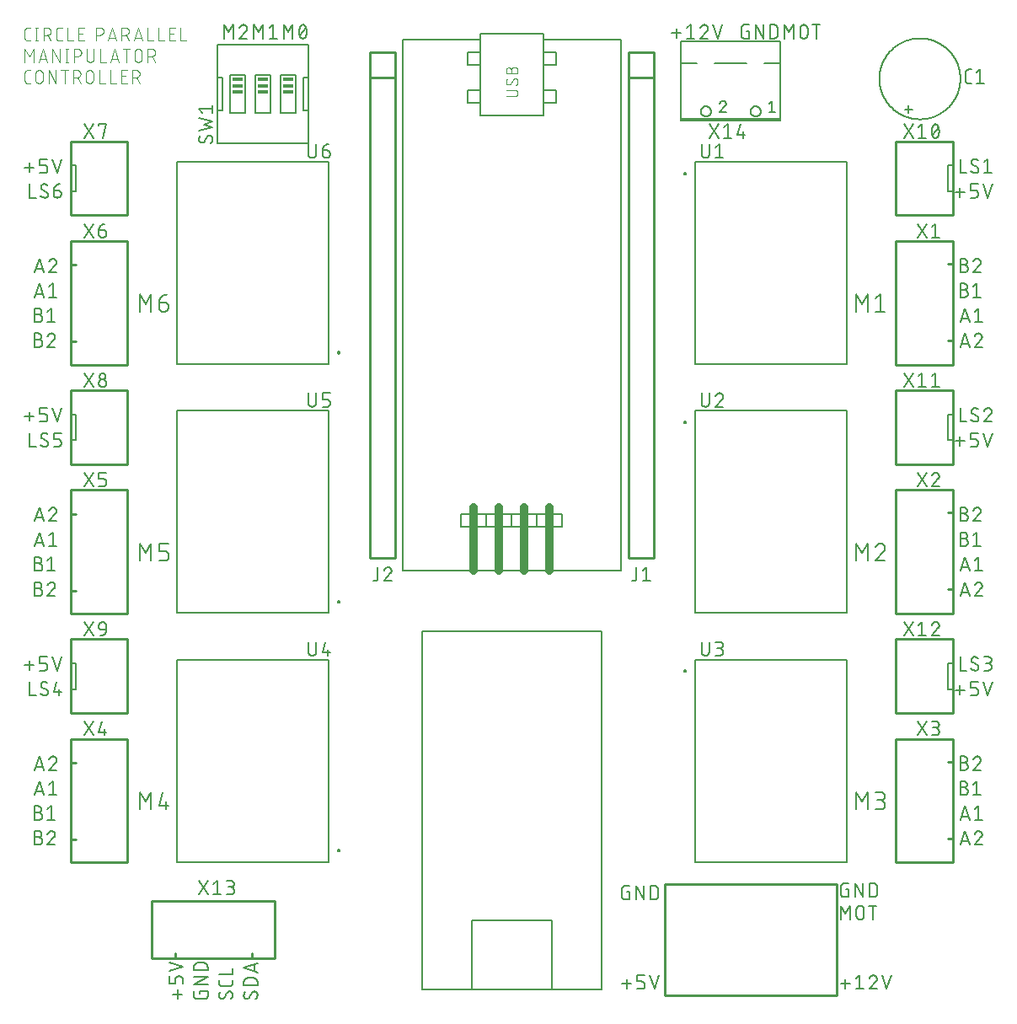
<source format=gbr>
G04 EAGLE Gerber RS-274X export*
G75*
%MOMM*%
%FSLAX34Y34*%
%LPD*%
%INSilkscreen Top*%
%IPPOS*%
%AMOC8*
5,1,8,0,0,1.08239X$1,22.5*%
G01*
%ADD10C,0.127000*%
%ADD11C,0.101600*%
%ADD12C,0.203200*%
%ADD13C,0.812800*%
%ADD14C,0.200000*%
%ADD15C,0.254000*%
%ADD16C,0.152400*%
%ADD17R,1.016000X0.381000*%


D10*
X950635Y748263D02*
X954449Y748263D01*
X954571Y748261D01*
X954693Y748255D01*
X954815Y748245D01*
X954937Y748232D01*
X955058Y748214D01*
X955178Y748193D01*
X955298Y748167D01*
X955416Y748138D01*
X955534Y748105D01*
X955651Y748069D01*
X955766Y748028D01*
X955880Y747984D01*
X955993Y747937D01*
X956104Y747885D01*
X956213Y747830D01*
X956321Y747772D01*
X956426Y747711D01*
X956530Y747645D01*
X956631Y747577D01*
X956730Y747506D01*
X956827Y747431D01*
X956921Y747353D01*
X957013Y747272D01*
X957102Y747189D01*
X957189Y747102D01*
X957272Y747013D01*
X957353Y746921D01*
X957431Y746827D01*
X957506Y746730D01*
X957577Y746631D01*
X957645Y746530D01*
X957711Y746426D01*
X957772Y746321D01*
X957830Y746213D01*
X957885Y746104D01*
X957937Y745993D01*
X957984Y745880D01*
X958028Y745766D01*
X958069Y745651D01*
X958105Y745534D01*
X958138Y745416D01*
X958167Y745298D01*
X958193Y745178D01*
X958214Y745058D01*
X958232Y744937D01*
X958245Y744815D01*
X958255Y744693D01*
X958261Y744571D01*
X958263Y744449D01*
X958261Y744327D01*
X958255Y744205D01*
X958245Y744083D01*
X958232Y743961D01*
X958214Y743840D01*
X958193Y743720D01*
X958167Y743600D01*
X958138Y743482D01*
X958105Y743364D01*
X958069Y743247D01*
X958028Y743132D01*
X957984Y743018D01*
X957937Y742905D01*
X957885Y742794D01*
X957830Y742685D01*
X957772Y742577D01*
X957711Y742472D01*
X957645Y742368D01*
X957577Y742267D01*
X957506Y742168D01*
X957431Y742071D01*
X957353Y741977D01*
X957272Y741885D01*
X957189Y741796D01*
X957102Y741709D01*
X957013Y741626D01*
X956921Y741545D01*
X956827Y741467D01*
X956730Y741392D01*
X956631Y741321D01*
X956530Y741253D01*
X956426Y741187D01*
X956321Y741126D01*
X956213Y741068D01*
X956104Y741013D01*
X955993Y740961D01*
X955880Y740914D01*
X955766Y740870D01*
X955651Y740829D01*
X955534Y740793D01*
X955416Y740760D01*
X955298Y740731D01*
X955178Y740705D01*
X955058Y740684D01*
X954937Y740666D01*
X954815Y740653D01*
X954693Y740643D01*
X954571Y740637D01*
X954449Y740635D01*
X950635Y740635D01*
X950635Y754365D01*
X954449Y754365D01*
X954558Y754363D01*
X954667Y754357D01*
X954775Y754348D01*
X954883Y754334D01*
X954991Y754317D01*
X955098Y754295D01*
X955204Y754270D01*
X955309Y754241D01*
X955413Y754209D01*
X955515Y754173D01*
X955617Y754133D01*
X955716Y754089D01*
X955815Y754042D01*
X955911Y753992D01*
X956006Y753938D01*
X956098Y753881D01*
X956189Y753820D01*
X956277Y753756D01*
X956363Y753690D01*
X956447Y753620D01*
X956528Y753547D01*
X956606Y753471D01*
X956682Y753393D01*
X956755Y753312D01*
X956825Y753228D01*
X956891Y753142D01*
X956955Y753054D01*
X957016Y752963D01*
X957073Y752871D01*
X957127Y752776D01*
X957177Y752680D01*
X957224Y752581D01*
X957268Y752482D01*
X957308Y752380D01*
X957344Y752278D01*
X957376Y752174D01*
X957405Y752069D01*
X957430Y751963D01*
X957452Y751856D01*
X957469Y751748D01*
X957483Y751640D01*
X957492Y751532D01*
X957498Y751423D01*
X957500Y751314D01*
X957498Y751205D01*
X957492Y751096D01*
X957483Y750988D01*
X957469Y750880D01*
X957452Y750772D01*
X957430Y750665D01*
X957405Y750559D01*
X957376Y750454D01*
X957344Y750350D01*
X957308Y750248D01*
X957268Y750146D01*
X957224Y750047D01*
X957177Y749948D01*
X957127Y749852D01*
X957073Y749757D01*
X957016Y749665D01*
X956955Y749574D01*
X956891Y749486D01*
X956825Y749400D01*
X956755Y749316D01*
X956682Y749235D01*
X956606Y749157D01*
X956528Y749081D01*
X956447Y749008D01*
X956363Y748938D01*
X956277Y748872D01*
X956189Y748808D01*
X956098Y748747D01*
X956006Y748690D01*
X955911Y748636D01*
X955815Y748586D01*
X955716Y748539D01*
X955617Y748495D01*
X955515Y748455D01*
X955413Y748419D01*
X955309Y748387D01*
X955204Y748358D01*
X955098Y748333D01*
X954991Y748311D01*
X954883Y748294D01*
X954775Y748280D01*
X954667Y748271D01*
X954558Y748265D01*
X954449Y748263D01*
X967674Y754366D02*
X967789Y754364D01*
X967903Y754358D01*
X968018Y754349D01*
X968132Y754335D01*
X968245Y754318D01*
X968358Y754297D01*
X968470Y754272D01*
X968581Y754244D01*
X968691Y754212D01*
X968800Y754176D01*
X968908Y754137D01*
X969014Y754094D01*
X969119Y754047D01*
X969222Y753997D01*
X969324Y753944D01*
X969424Y753887D01*
X969521Y753827D01*
X969617Y753763D01*
X969710Y753697D01*
X969802Y753627D01*
X969890Y753555D01*
X969977Y753479D01*
X970061Y753401D01*
X970142Y753320D01*
X970220Y753236D01*
X970296Y753149D01*
X970368Y753061D01*
X970438Y752969D01*
X970504Y752876D01*
X970568Y752780D01*
X970628Y752683D01*
X970685Y752583D01*
X970738Y752481D01*
X970788Y752378D01*
X970835Y752273D01*
X970878Y752167D01*
X970917Y752059D01*
X970953Y751950D01*
X970985Y751840D01*
X971013Y751729D01*
X971038Y751617D01*
X971059Y751504D01*
X971076Y751391D01*
X971090Y751277D01*
X971099Y751162D01*
X971105Y751048D01*
X971107Y750933D01*
X967674Y754365D02*
X967542Y754363D01*
X967410Y754357D01*
X967278Y754347D01*
X967147Y754333D01*
X967016Y754316D01*
X966886Y754294D01*
X966756Y754268D01*
X966628Y754239D01*
X966500Y754206D01*
X966373Y754169D01*
X966248Y754128D01*
X966123Y754083D01*
X966000Y754035D01*
X965879Y753983D01*
X965759Y753928D01*
X965641Y753869D01*
X965525Y753806D01*
X965411Y753740D01*
X965298Y753670D01*
X965188Y753598D01*
X965080Y753522D01*
X964975Y753442D01*
X964871Y753360D01*
X964771Y753274D01*
X964673Y753186D01*
X964577Y753095D01*
X964485Y753001D01*
X964395Y752904D01*
X964308Y752804D01*
X964224Y752702D01*
X964144Y752598D01*
X964066Y752491D01*
X963992Y752382D01*
X963921Y752270D01*
X963853Y752157D01*
X963789Y752042D01*
X963728Y751924D01*
X963671Y751805D01*
X963617Y751685D01*
X963567Y751562D01*
X963521Y751439D01*
X963479Y751314D01*
X969963Y748263D02*
X970048Y748347D01*
X970130Y748433D01*
X970210Y748522D01*
X970286Y748614D01*
X970360Y748708D01*
X970431Y748804D01*
X970498Y748903D01*
X970562Y749004D01*
X970623Y749107D01*
X970680Y749211D01*
X970734Y749318D01*
X970785Y749426D01*
X970832Y749536D01*
X970875Y749647D01*
X970915Y749760D01*
X970951Y749873D01*
X970984Y749988D01*
X971013Y750104D01*
X971038Y750221D01*
X971059Y750338D01*
X971076Y750457D01*
X971090Y750575D01*
X971099Y750694D01*
X971105Y750814D01*
X971107Y750933D01*
X969963Y748263D02*
X963479Y740635D01*
X971107Y740635D01*
X954449Y723263D02*
X950635Y723263D01*
X954449Y723263D02*
X954571Y723261D01*
X954693Y723255D01*
X954815Y723245D01*
X954937Y723232D01*
X955058Y723214D01*
X955178Y723193D01*
X955298Y723167D01*
X955416Y723138D01*
X955534Y723105D01*
X955651Y723069D01*
X955766Y723028D01*
X955880Y722984D01*
X955993Y722937D01*
X956104Y722885D01*
X956213Y722830D01*
X956321Y722772D01*
X956426Y722711D01*
X956530Y722645D01*
X956631Y722577D01*
X956730Y722506D01*
X956827Y722431D01*
X956921Y722353D01*
X957013Y722272D01*
X957102Y722189D01*
X957189Y722102D01*
X957272Y722013D01*
X957353Y721921D01*
X957431Y721827D01*
X957506Y721730D01*
X957577Y721631D01*
X957645Y721530D01*
X957711Y721426D01*
X957772Y721321D01*
X957830Y721213D01*
X957885Y721104D01*
X957937Y720993D01*
X957984Y720880D01*
X958028Y720766D01*
X958069Y720651D01*
X958105Y720534D01*
X958138Y720416D01*
X958167Y720298D01*
X958193Y720178D01*
X958214Y720058D01*
X958232Y719937D01*
X958245Y719815D01*
X958255Y719693D01*
X958261Y719571D01*
X958263Y719449D01*
X958261Y719327D01*
X958255Y719205D01*
X958245Y719083D01*
X958232Y718961D01*
X958214Y718840D01*
X958193Y718720D01*
X958167Y718600D01*
X958138Y718482D01*
X958105Y718364D01*
X958069Y718247D01*
X958028Y718132D01*
X957984Y718018D01*
X957937Y717905D01*
X957885Y717794D01*
X957830Y717685D01*
X957772Y717577D01*
X957711Y717472D01*
X957645Y717368D01*
X957577Y717267D01*
X957506Y717168D01*
X957431Y717071D01*
X957353Y716977D01*
X957272Y716885D01*
X957189Y716796D01*
X957102Y716709D01*
X957013Y716626D01*
X956921Y716545D01*
X956827Y716467D01*
X956730Y716392D01*
X956631Y716321D01*
X956530Y716253D01*
X956426Y716187D01*
X956321Y716126D01*
X956213Y716068D01*
X956104Y716013D01*
X955993Y715961D01*
X955880Y715914D01*
X955766Y715870D01*
X955651Y715829D01*
X955534Y715793D01*
X955416Y715760D01*
X955298Y715731D01*
X955178Y715705D01*
X955058Y715684D01*
X954937Y715666D01*
X954815Y715653D01*
X954693Y715643D01*
X954571Y715637D01*
X954449Y715635D01*
X950635Y715635D01*
X950635Y729365D01*
X954449Y729365D01*
X954558Y729363D01*
X954667Y729357D01*
X954775Y729348D01*
X954883Y729334D01*
X954991Y729317D01*
X955098Y729295D01*
X955204Y729270D01*
X955309Y729241D01*
X955413Y729209D01*
X955515Y729173D01*
X955617Y729133D01*
X955716Y729089D01*
X955815Y729042D01*
X955911Y728992D01*
X956006Y728938D01*
X956098Y728881D01*
X956189Y728820D01*
X956277Y728756D01*
X956363Y728690D01*
X956447Y728620D01*
X956528Y728547D01*
X956606Y728471D01*
X956682Y728393D01*
X956755Y728312D01*
X956825Y728228D01*
X956891Y728142D01*
X956955Y728054D01*
X957016Y727963D01*
X957073Y727871D01*
X957127Y727776D01*
X957177Y727680D01*
X957224Y727581D01*
X957268Y727482D01*
X957308Y727380D01*
X957344Y727278D01*
X957376Y727174D01*
X957405Y727069D01*
X957430Y726963D01*
X957452Y726856D01*
X957469Y726748D01*
X957483Y726640D01*
X957492Y726532D01*
X957498Y726423D01*
X957500Y726314D01*
X957498Y726205D01*
X957492Y726096D01*
X957483Y725988D01*
X957469Y725880D01*
X957452Y725772D01*
X957430Y725665D01*
X957405Y725559D01*
X957376Y725454D01*
X957344Y725350D01*
X957308Y725248D01*
X957268Y725146D01*
X957224Y725047D01*
X957177Y724948D01*
X957127Y724852D01*
X957073Y724757D01*
X957016Y724665D01*
X956955Y724574D01*
X956891Y724486D01*
X956825Y724400D01*
X956755Y724316D01*
X956682Y724235D01*
X956606Y724157D01*
X956528Y724081D01*
X956447Y724008D01*
X956363Y723938D01*
X956277Y723872D01*
X956189Y723808D01*
X956098Y723747D01*
X956006Y723690D01*
X955911Y723636D01*
X955815Y723586D01*
X955716Y723539D01*
X955617Y723495D01*
X955515Y723455D01*
X955413Y723419D01*
X955309Y723387D01*
X955204Y723358D01*
X955098Y723333D01*
X954991Y723311D01*
X954883Y723294D01*
X954775Y723280D01*
X954667Y723271D01*
X954558Y723265D01*
X954449Y723263D01*
X963479Y726314D02*
X967293Y729365D01*
X967293Y715635D01*
X963479Y715635D02*
X971107Y715635D01*
X955212Y704365D02*
X950635Y690635D01*
X959788Y690635D02*
X955212Y704365D01*
X958644Y694068D02*
X951779Y694068D01*
X964898Y701314D02*
X968712Y704365D01*
X968712Y690635D01*
X964898Y690635D02*
X972526Y690635D01*
X955212Y679365D02*
X950635Y665635D01*
X959788Y665635D02*
X955212Y679365D01*
X958644Y669068D02*
X951779Y669068D01*
X969093Y679366D02*
X969208Y679364D01*
X969322Y679358D01*
X969437Y679349D01*
X969551Y679335D01*
X969664Y679318D01*
X969777Y679297D01*
X969889Y679272D01*
X970000Y679244D01*
X970110Y679212D01*
X970219Y679176D01*
X970327Y679137D01*
X970433Y679094D01*
X970538Y679047D01*
X970641Y678997D01*
X970743Y678944D01*
X970843Y678887D01*
X970940Y678827D01*
X971036Y678763D01*
X971129Y678697D01*
X971221Y678627D01*
X971309Y678555D01*
X971396Y678479D01*
X971480Y678401D01*
X971561Y678320D01*
X971639Y678236D01*
X971715Y678149D01*
X971787Y678061D01*
X971857Y677969D01*
X971923Y677876D01*
X971987Y677780D01*
X972047Y677683D01*
X972104Y677583D01*
X972157Y677481D01*
X972207Y677378D01*
X972254Y677273D01*
X972297Y677167D01*
X972336Y677059D01*
X972372Y676950D01*
X972404Y676840D01*
X972432Y676729D01*
X972457Y676617D01*
X972478Y676504D01*
X972495Y676391D01*
X972509Y676277D01*
X972518Y676162D01*
X972524Y676048D01*
X972526Y675933D01*
X969093Y679365D02*
X968961Y679363D01*
X968829Y679357D01*
X968697Y679347D01*
X968566Y679333D01*
X968435Y679316D01*
X968305Y679294D01*
X968175Y679268D01*
X968047Y679239D01*
X967919Y679206D01*
X967792Y679169D01*
X967667Y679128D01*
X967542Y679083D01*
X967419Y679035D01*
X967298Y678983D01*
X967178Y678928D01*
X967060Y678869D01*
X966944Y678806D01*
X966830Y678740D01*
X966717Y678670D01*
X966607Y678598D01*
X966499Y678522D01*
X966394Y678442D01*
X966290Y678360D01*
X966190Y678274D01*
X966092Y678186D01*
X965996Y678095D01*
X965904Y678001D01*
X965814Y677904D01*
X965727Y677804D01*
X965643Y677702D01*
X965563Y677598D01*
X965485Y677491D01*
X965411Y677382D01*
X965340Y677270D01*
X965272Y677157D01*
X965208Y677042D01*
X965147Y676924D01*
X965090Y676805D01*
X965036Y676685D01*
X964986Y676562D01*
X964940Y676439D01*
X964898Y676314D01*
X971382Y673263D02*
X971467Y673347D01*
X971549Y673433D01*
X971629Y673522D01*
X971705Y673614D01*
X971779Y673708D01*
X971850Y673804D01*
X971917Y673903D01*
X971981Y674004D01*
X972042Y674107D01*
X972099Y674211D01*
X972153Y674318D01*
X972204Y674426D01*
X972251Y674536D01*
X972294Y674647D01*
X972334Y674760D01*
X972370Y674873D01*
X972403Y674988D01*
X972432Y675104D01*
X972457Y675221D01*
X972478Y675338D01*
X972495Y675457D01*
X972509Y675575D01*
X972518Y675694D01*
X972524Y675814D01*
X972526Y675933D01*
X971381Y673263D02*
X964898Y665635D01*
X972526Y665635D01*
X954449Y498263D02*
X950635Y498263D01*
X954449Y498263D02*
X954571Y498261D01*
X954693Y498255D01*
X954815Y498245D01*
X954937Y498232D01*
X955058Y498214D01*
X955178Y498193D01*
X955298Y498167D01*
X955416Y498138D01*
X955534Y498105D01*
X955651Y498069D01*
X955766Y498028D01*
X955880Y497984D01*
X955993Y497937D01*
X956104Y497885D01*
X956213Y497830D01*
X956321Y497772D01*
X956426Y497711D01*
X956530Y497645D01*
X956631Y497577D01*
X956730Y497506D01*
X956827Y497431D01*
X956921Y497353D01*
X957013Y497272D01*
X957102Y497189D01*
X957189Y497102D01*
X957272Y497013D01*
X957353Y496921D01*
X957431Y496827D01*
X957506Y496730D01*
X957577Y496631D01*
X957645Y496530D01*
X957711Y496426D01*
X957772Y496321D01*
X957830Y496213D01*
X957885Y496104D01*
X957937Y495993D01*
X957984Y495880D01*
X958028Y495766D01*
X958069Y495651D01*
X958105Y495534D01*
X958138Y495416D01*
X958167Y495298D01*
X958193Y495178D01*
X958214Y495058D01*
X958232Y494937D01*
X958245Y494815D01*
X958255Y494693D01*
X958261Y494571D01*
X958263Y494449D01*
X958261Y494327D01*
X958255Y494205D01*
X958245Y494083D01*
X958232Y493961D01*
X958214Y493840D01*
X958193Y493720D01*
X958167Y493600D01*
X958138Y493482D01*
X958105Y493364D01*
X958069Y493247D01*
X958028Y493132D01*
X957984Y493018D01*
X957937Y492905D01*
X957885Y492794D01*
X957830Y492685D01*
X957772Y492577D01*
X957711Y492472D01*
X957645Y492368D01*
X957577Y492267D01*
X957506Y492168D01*
X957431Y492071D01*
X957353Y491977D01*
X957272Y491885D01*
X957189Y491796D01*
X957102Y491709D01*
X957013Y491626D01*
X956921Y491545D01*
X956827Y491467D01*
X956730Y491392D01*
X956631Y491321D01*
X956530Y491253D01*
X956426Y491187D01*
X956321Y491126D01*
X956213Y491068D01*
X956104Y491013D01*
X955993Y490961D01*
X955880Y490914D01*
X955766Y490870D01*
X955651Y490829D01*
X955534Y490793D01*
X955416Y490760D01*
X955298Y490731D01*
X955178Y490705D01*
X955058Y490684D01*
X954937Y490666D01*
X954815Y490653D01*
X954693Y490643D01*
X954571Y490637D01*
X954449Y490635D01*
X950635Y490635D01*
X950635Y504365D01*
X954449Y504365D01*
X954558Y504363D01*
X954667Y504357D01*
X954775Y504348D01*
X954883Y504334D01*
X954991Y504317D01*
X955098Y504295D01*
X955204Y504270D01*
X955309Y504241D01*
X955413Y504209D01*
X955515Y504173D01*
X955617Y504133D01*
X955716Y504089D01*
X955815Y504042D01*
X955911Y503992D01*
X956006Y503938D01*
X956098Y503881D01*
X956189Y503820D01*
X956277Y503756D01*
X956363Y503690D01*
X956447Y503620D01*
X956528Y503547D01*
X956606Y503471D01*
X956682Y503393D01*
X956755Y503312D01*
X956825Y503228D01*
X956891Y503142D01*
X956955Y503054D01*
X957016Y502963D01*
X957073Y502871D01*
X957127Y502776D01*
X957177Y502680D01*
X957224Y502581D01*
X957268Y502482D01*
X957308Y502380D01*
X957344Y502278D01*
X957376Y502174D01*
X957405Y502069D01*
X957430Y501963D01*
X957452Y501856D01*
X957469Y501748D01*
X957483Y501640D01*
X957492Y501532D01*
X957498Y501423D01*
X957500Y501314D01*
X957498Y501205D01*
X957492Y501096D01*
X957483Y500988D01*
X957469Y500880D01*
X957452Y500772D01*
X957430Y500665D01*
X957405Y500559D01*
X957376Y500454D01*
X957344Y500350D01*
X957308Y500248D01*
X957268Y500146D01*
X957224Y500047D01*
X957177Y499948D01*
X957127Y499852D01*
X957073Y499757D01*
X957016Y499665D01*
X956955Y499574D01*
X956891Y499486D01*
X956825Y499400D01*
X956755Y499316D01*
X956682Y499235D01*
X956606Y499157D01*
X956528Y499081D01*
X956447Y499008D01*
X956363Y498938D01*
X956277Y498872D01*
X956189Y498808D01*
X956098Y498747D01*
X956006Y498690D01*
X955911Y498636D01*
X955815Y498586D01*
X955716Y498539D01*
X955617Y498495D01*
X955515Y498455D01*
X955413Y498419D01*
X955309Y498387D01*
X955204Y498358D01*
X955098Y498333D01*
X954991Y498311D01*
X954883Y498294D01*
X954775Y498280D01*
X954667Y498271D01*
X954558Y498265D01*
X954449Y498263D01*
X967674Y504366D02*
X967789Y504364D01*
X967903Y504358D01*
X968018Y504349D01*
X968132Y504335D01*
X968245Y504318D01*
X968358Y504297D01*
X968470Y504272D01*
X968581Y504244D01*
X968691Y504212D01*
X968800Y504176D01*
X968908Y504137D01*
X969014Y504094D01*
X969119Y504047D01*
X969222Y503997D01*
X969324Y503944D01*
X969424Y503887D01*
X969521Y503827D01*
X969617Y503763D01*
X969710Y503697D01*
X969802Y503627D01*
X969890Y503555D01*
X969977Y503479D01*
X970061Y503401D01*
X970142Y503320D01*
X970220Y503236D01*
X970296Y503149D01*
X970368Y503061D01*
X970438Y502969D01*
X970504Y502876D01*
X970568Y502780D01*
X970628Y502683D01*
X970685Y502583D01*
X970738Y502481D01*
X970788Y502378D01*
X970835Y502273D01*
X970878Y502167D01*
X970917Y502059D01*
X970953Y501950D01*
X970985Y501840D01*
X971013Y501729D01*
X971038Y501617D01*
X971059Y501504D01*
X971076Y501391D01*
X971090Y501277D01*
X971099Y501162D01*
X971105Y501048D01*
X971107Y500933D01*
X967674Y504365D02*
X967542Y504363D01*
X967410Y504357D01*
X967278Y504347D01*
X967147Y504333D01*
X967016Y504316D01*
X966886Y504294D01*
X966756Y504268D01*
X966628Y504239D01*
X966500Y504206D01*
X966373Y504169D01*
X966248Y504128D01*
X966123Y504083D01*
X966000Y504035D01*
X965879Y503983D01*
X965759Y503928D01*
X965641Y503869D01*
X965525Y503806D01*
X965411Y503740D01*
X965298Y503670D01*
X965188Y503598D01*
X965080Y503522D01*
X964975Y503442D01*
X964871Y503360D01*
X964771Y503274D01*
X964673Y503186D01*
X964577Y503095D01*
X964485Y503001D01*
X964395Y502904D01*
X964308Y502804D01*
X964224Y502702D01*
X964144Y502598D01*
X964066Y502491D01*
X963992Y502382D01*
X963921Y502270D01*
X963853Y502157D01*
X963789Y502042D01*
X963728Y501924D01*
X963671Y501805D01*
X963617Y501685D01*
X963567Y501562D01*
X963521Y501439D01*
X963479Y501314D01*
X969963Y498263D02*
X970048Y498347D01*
X970130Y498433D01*
X970210Y498522D01*
X970286Y498614D01*
X970360Y498708D01*
X970431Y498804D01*
X970498Y498903D01*
X970562Y499004D01*
X970623Y499107D01*
X970680Y499211D01*
X970734Y499318D01*
X970785Y499426D01*
X970832Y499536D01*
X970875Y499647D01*
X970915Y499760D01*
X970951Y499873D01*
X970984Y499988D01*
X971013Y500104D01*
X971038Y500221D01*
X971059Y500338D01*
X971076Y500457D01*
X971090Y500575D01*
X971099Y500694D01*
X971105Y500814D01*
X971107Y500933D01*
X969963Y498263D02*
X963479Y490635D01*
X971107Y490635D01*
X954449Y473263D02*
X950635Y473263D01*
X954449Y473263D02*
X954571Y473261D01*
X954693Y473255D01*
X954815Y473245D01*
X954937Y473232D01*
X955058Y473214D01*
X955178Y473193D01*
X955298Y473167D01*
X955416Y473138D01*
X955534Y473105D01*
X955651Y473069D01*
X955766Y473028D01*
X955880Y472984D01*
X955993Y472937D01*
X956104Y472885D01*
X956213Y472830D01*
X956321Y472772D01*
X956426Y472711D01*
X956530Y472645D01*
X956631Y472577D01*
X956730Y472506D01*
X956827Y472431D01*
X956921Y472353D01*
X957013Y472272D01*
X957102Y472189D01*
X957189Y472102D01*
X957272Y472013D01*
X957353Y471921D01*
X957431Y471827D01*
X957506Y471730D01*
X957577Y471631D01*
X957645Y471530D01*
X957711Y471426D01*
X957772Y471321D01*
X957830Y471213D01*
X957885Y471104D01*
X957937Y470993D01*
X957984Y470880D01*
X958028Y470766D01*
X958069Y470651D01*
X958105Y470534D01*
X958138Y470416D01*
X958167Y470298D01*
X958193Y470178D01*
X958214Y470058D01*
X958232Y469937D01*
X958245Y469815D01*
X958255Y469693D01*
X958261Y469571D01*
X958263Y469449D01*
X958261Y469327D01*
X958255Y469205D01*
X958245Y469083D01*
X958232Y468961D01*
X958214Y468840D01*
X958193Y468720D01*
X958167Y468600D01*
X958138Y468482D01*
X958105Y468364D01*
X958069Y468247D01*
X958028Y468132D01*
X957984Y468018D01*
X957937Y467905D01*
X957885Y467794D01*
X957830Y467685D01*
X957772Y467577D01*
X957711Y467472D01*
X957645Y467368D01*
X957577Y467267D01*
X957506Y467168D01*
X957431Y467071D01*
X957353Y466977D01*
X957272Y466885D01*
X957189Y466796D01*
X957102Y466709D01*
X957013Y466626D01*
X956921Y466545D01*
X956827Y466467D01*
X956730Y466392D01*
X956631Y466321D01*
X956530Y466253D01*
X956426Y466187D01*
X956321Y466126D01*
X956213Y466068D01*
X956104Y466013D01*
X955993Y465961D01*
X955880Y465914D01*
X955766Y465870D01*
X955651Y465829D01*
X955534Y465793D01*
X955416Y465760D01*
X955298Y465731D01*
X955178Y465705D01*
X955058Y465684D01*
X954937Y465666D01*
X954815Y465653D01*
X954693Y465643D01*
X954571Y465637D01*
X954449Y465635D01*
X950635Y465635D01*
X950635Y479365D01*
X954449Y479365D01*
X954558Y479363D01*
X954667Y479357D01*
X954775Y479348D01*
X954883Y479334D01*
X954991Y479317D01*
X955098Y479295D01*
X955204Y479270D01*
X955309Y479241D01*
X955413Y479209D01*
X955515Y479173D01*
X955617Y479133D01*
X955716Y479089D01*
X955815Y479042D01*
X955911Y478992D01*
X956006Y478938D01*
X956098Y478881D01*
X956189Y478820D01*
X956277Y478756D01*
X956363Y478690D01*
X956447Y478620D01*
X956528Y478547D01*
X956606Y478471D01*
X956682Y478393D01*
X956755Y478312D01*
X956825Y478228D01*
X956891Y478142D01*
X956955Y478054D01*
X957016Y477963D01*
X957073Y477871D01*
X957127Y477776D01*
X957177Y477680D01*
X957224Y477581D01*
X957268Y477482D01*
X957308Y477380D01*
X957344Y477278D01*
X957376Y477174D01*
X957405Y477069D01*
X957430Y476963D01*
X957452Y476856D01*
X957469Y476748D01*
X957483Y476640D01*
X957492Y476532D01*
X957498Y476423D01*
X957500Y476314D01*
X957498Y476205D01*
X957492Y476096D01*
X957483Y475988D01*
X957469Y475880D01*
X957452Y475772D01*
X957430Y475665D01*
X957405Y475559D01*
X957376Y475454D01*
X957344Y475350D01*
X957308Y475248D01*
X957268Y475146D01*
X957224Y475047D01*
X957177Y474948D01*
X957127Y474852D01*
X957073Y474757D01*
X957016Y474665D01*
X956955Y474574D01*
X956891Y474486D01*
X956825Y474400D01*
X956755Y474316D01*
X956682Y474235D01*
X956606Y474157D01*
X956528Y474081D01*
X956447Y474008D01*
X956363Y473938D01*
X956277Y473872D01*
X956189Y473808D01*
X956098Y473747D01*
X956006Y473690D01*
X955911Y473636D01*
X955815Y473586D01*
X955716Y473539D01*
X955617Y473495D01*
X955515Y473455D01*
X955413Y473419D01*
X955309Y473387D01*
X955204Y473358D01*
X955098Y473333D01*
X954991Y473311D01*
X954883Y473294D01*
X954775Y473280D01*
X954667Y473271D01*
X954558Y473265D01*
X954449Y473263D01*
X963479Y476314D02*
X967293Y479365D01*
X967293Y465635D01*
X963479Y465635D02*
X971107Y465635D01*
X955212Y454365D02*
X950635Y440635D01*
X959788Y440635D02*
X955212Y454365D01*
X958644Y444068D02*
X951779Y444068D01*
X964898Y451314D02*
X968712Y454365D01*
X968712Y440635D01*
X964898Y440635D02*
X972526Y440635D01*
X955212Y429365D02*
X950635Y415635D01*
X959788Y415635D02*
X955212Y429365D01*
X958644Y419068D02*
X951779Y419068D01*
X969093Y429366D02*
X969208Y429364D01*
X969322Y429358D01*
X969437Y429349D01*
X969551Y429335D01*
X969664Y429318D01*
X969777Y429297D01*
X969889Y429272D01*
X970000Y429244D01*
X970110Y429212D01*
X970219Y429176D01*
X970327Y429137D01*
X970433Y429094D01*
X970538Y429047D01*
X970641Y428997D01*
X970743Y428944D01*
X970843Y428887D01*
X970940Y428827D01*
X971036Y428763D01*
X971129Y428697D01*
X971221Y428627D01*
X971309Y428555D01*
X971396Y428479D01*
X971480Y428401D01*
X971561Y428320D01*
X971639Y428236D01*
X971715Y428149D01*
X971787Y428061D01*
X971857Y427969D01*
X971923Y427876D01*
X971987Y427780D01*
X972047Y427683D01*
X972104Y427583D01*
X972157Y427481D01*
X972207Y427378D01*
X972254Y427273D01*
X972297Y427167D01*
X972336Y427059D01*
X972372Y426950D01*
X972404Y426840D01*
X972432Y426729D01*
X972457Y426617D01*
X972478Y426504D01*
X972495Y426391D01*
X972509Y426277D01*
X972518Y426162D01*
X972524Y426048D01*
X972526Y425933D01*
X969093Y429365D02*
X968961Y429363D01*
X968829Y429357D01*
X968697Y429347D01*
X968566Y429333D01*
X968435Y429316D01*
X968305Y429294D01*
X968175Y429268D01*
X968047Y429239D01*
X967919Y429206D01*
X967792Y429169D01*
X967667Y429128D01*
X967542Y429083D01*
X967419Y429035D01*
X967298Y428983D01*
X967178Y428928D01*
X967060Y428869D01*
X966944Y428806D01*
X966830Y428740D01*
X966717Y428670D01*
X966607Y428598D01*
X966499Y428522D01*
X966394Y428442D01*
X966290Y428360D01*
X966190Y428274D01*
X966092Y428186D01*
X965996Y428095D01*
X965904Y428001D01*
X965814Y427904D01*
X965727Y427804D01*
X965643Y427702D01*
X965563Y427598D01*
X965485Y427491D01*
X965411Y427382D01*
X965340Y427270D01*
X965272Y427157D01*
X965208Y427042D01*
X965147Y426924D01*
X965090Y426805D01*
X965036Y426685D01*
X964986Y426562D01*
X964940Y426439D01*
X964898Y426314D01*
X971382Y423263D02*
X971467Y423347D01*
X971549Y423433D01*
X971629Y423522D01*
X971705Y423614D01*
X971779Y423708D01*
X971850Y423804D01*
X971917Y423903D01*
X971981Y424004D01*
X972042Y424107D01*
X972099Y424211D01*
X972153Y424318D01*
X972204Y424426D01*
X972251Y424536D01*
X972294Y424647D01*
X972334Y424760D01*
X972370Y424873D01*
X972403Y424988D01*
X972432Y425104D01*
X972457Y425221D01*
X972478Y425338D01*
X972495Y425457D01*
X972509Y425575D01*
X972518Y425694D01*
X972524Y425814D01*
X972526Y425933D01*
X971381Y423263D02*
X964898Y415635D01*
X972526Y415635D01*
X954449Y248263D02*
X950635Y248263D01*
X954449Y248263D02*
X954571Y248261D01*
X954693Y248255D01*
X954815Y248245D01*
X954937Y248232D01*
X955058Y248214D01*
X955178Y248193D01*
X955298Y248167D01*
X955416Y248138D01*
X955534Y248105D01*
X955651Y248069D01*
X955766Y248028D01*
X955880Y247984D01*
X955993Y247937D01*
X956104Y247885D01*
X956213Y247830D01*
X956321Y247772D01*
X956426Y247711D01*
X956530Y247645D01*
X956631Y247577D01*
X956730Y247506D01*
X956827Y247431D01*
X956921Y247353D01*
X957013Y247272D01*
X957102Y247189D01*
X957189Y247102D01*
X957272Y247013D01*
X957353Y246921D01*
X957431Y246827D01*
X957506Y246730D01*
X957577Y246631D01*
X957645Y246530D01*
X957711Y246426D01*
X957772Y246321D01*
X957830Y246213D01*
X957885Y246104D01*
X957937Y245993D01*
X957984Y245880D01*
X958028Y245766D01*
X958069Y245651D01*
X958105Y245534D01*
X958138Y245416D01*
X958167Y245298D01*
X958193Y245178D01*
X958214Y245058D01*
X958232Y244937D01*
X958245Y244815D01*
X958255Y244693D01*
X958261Y244571D01*
X958263Y244449D01*
X958261Y244327D01*
X958255Y244205D01*
X958245Y244083D01*
X958232Y243961D01*
X958214Y243840D01*
X958193Y243720D01*
X958167Y243600D01*
X958138Y243482D01*
X958105Y243364D01*
X958069Y243247D01*
X958028Y243132D01*
X957984Y243018D01*
X957937Y242905D01*
X957885Y242794D01*
X957830Y242685D01*
X957772Y242577D01*
X957711Y242472D01*
X957645Y242368D01*
X957577Y242267D01*
X957506Y242168D01*
X957431Y242071D01*
X957353Y241977D01*
X957272Y241885D01*
X957189Y241796D01*
X957102Y241709D01*
X957013Y241626D01*
X956921Y241545D01*
X956827Y241467D01*
X956730Y241392D01*
X956631Y241321D01*
X956530Y241253D01*
X956426Y241187D01*
X956321Y241126D01*
X956213Y241068D01*
X956104Y241013D01*
X955993Y240961D01*
X955880Y240914D01*
X955766Y240870D01*
X955651Y240829D01*
X955534Y240793D01*
X955416Y240760D01*
X955298Y240731D01*
X955178Y240705D01*
X955058Y240684D01*
X954937Y240666D01*
X954815Y240653D01*
X954693Y240643D01*
X954571Y240637D01*
X954449Y240635D01*
X950635Y240635D01*
X950635Y254365D01*
X954449Y254365D01*
X954558Y254363D01*
X954667Y254357D01*
X954775Y254348D01*
X954883Y254334D01*
X954991Y254317D01*
X955098Y254295D01*
X955204Y254270D01*
X955309Y254241D01*
X955413Y254209D01*
X955515Y254173D01*
X955617Y254133D01*
X955716Y254089D01*
X955815Y254042D01*
X955911Y253992D01*
X956006Y253938D01*
X956098Y253881D01*
X956189Y253820D01*
X956277Y253756D01*
X956363Y253690D01*
X956447Y253620D01*
X956528Y253547D01*
X956606Y253471D01*
X956682Y253393D01*
X956755Y253312D01*
X956825Y253228D01*
X956891Y253142D01*
X956955Y253054D01*
X957016Y252963D01*
X957073Y252871D01*
X957127Y252776D01*
X957177Y252680D01*
X957224Y252581D01*
X957268Y252482D01*
X957308Y252380D01*
X957344Y252278D01*
X957376Y252174D01*
X957405Y252069D01*
X957430Y251963D01*
X957452Y251856D01*
X957469Y251748D01*
X957483Y251640D01*
X957492Y251532D01*
X957498Y251423D01*
X957500Y251314D01*
X957498Y251205D01*
X957492Y251096D01*
X957483Y250988D01*
X957469Y250880D01*
X957452Y250772D01*
X957430Y250665D01*
X957405Y250559D01*
X957376Y250454D01*
X957344Y250350D01*
X957308Y250248D01*
X957268Y250146D01*
X957224Y250047D01*
X957177Y249948D01*
X957127Y249852D01*
X957073Y249757D01*
X957016Y249665D01*
X956955Y249574D01*
X956891Y249486D01*
X956825Y249400D01*
X956755Y249316D01*
X956682Y249235D01*
X956606Y249157D01*
X956528Y249081D01*
X956447Y249008D01*
X956363Y248938D01*
X956277Y248872D01*
X956189Y248808D01*
X956098Y248747D01*
X956006Y248690D01*
X955911Y248636D01*
X955815Y248586D01*
X955716Y248539D01*
X955617Y248495D01*
X955515Y248455D01*
X955413Y248419D01*
X955309Y248387D01*
X955204Y248358D01*
X955098Y248333D01*
X954991Y248311D01*
X954883Y248294D01*
X954775Y248280D01*
X954667Y248271D01*
X954558Y248265D01*
X954449Y248263D01*
X967674Y254366D02*
X967789Y254364D01*
X967903Y254358D01*
X968018Y254349D01*
X968132Y254335D01*
X968245Y254318D01*
X968358Y254297D01*
X968470Y254272D01*
X968581Y254244D01*
X968691Y254212D01*
X968800Y254176D01*
X968908Y254137D01*
X969014Y254094D01*
X969119Y254047D01*
X969222Y253997D01*
X969324Y253944D01*
X969424Y253887D01*
X969521Y253827D01*
X969617Y253763D01*
X969710Y253697D01*
X969802Y253627D01*
X969890Y253555D01*
X969977Y253479D01*
X970061Y253401D01*
X970142Y253320D01*
X970220Y253236D01*
X970296Y253149D01*
X970368Y253061D01*
X970438Y252969D01*
X970504Y252876D01*
X970568Y252780D01*
X970628Y252683D01*
X970685Y252583D01*
X970738Y252481D01*
X970788Y252378D01*
X970835Y252273D01*
X970878Y252167D01*
X970917Y252059D01*
X970953Y251950D01*
X970985Y251840D01*
X971013Y251729D01*
X971038Y251617D01*
X971059Y251504D01*
X971076Y251391D01*
X971090Y251277D01*
X971099Y251162D01*
X971105Y251048D01*
X971107Y250933D01*
X967674Y254365D02*
X967542Y254363D01*
X967410Y254357D01*
X967278Y254347D01*
X967147Y254333D01*
X967016Y254316D01*
X966886Y254294D01*
X966756Y254268D01*
X966628Y254239D01*
X966500Y254206D01*
X966373Y254169D01*
X966248Y254128D01*
X966123Y254083D01*
X966000Y254035D01*
X965879Y253983D01*
X965759Y253928D01*
X965641Y253869D01*
X965525Y253806D01*
X965411Y253740D01*
X965298Y253670D01*
X965188Y253598D01*
X965080Y253522D01*
X964975Y253442D01*
X964871Y253360D01*
X964771Y253274D01*
X964673Y253186D01*
X964577Y253095D01*
X964485Y253001D01*
X964395Y252904D01*
X964308Y252804D01*
X964224Y252702D01*
X964144Y252598D01*
X964066Y252491D01*
X963992Y252382D01*
X963921Y252270D01*
X963853Y252157D01*
X963789Y252042D01*
X963728Y251924D01*
X963671Y251805D01*
X963617Y251685D01*
X963567Y251562D01*
X963521Y251439D01*
X963479Y251314D01*
X969963Y248263D02*
X970048Y248347D01*
X970130Y248433D01*
X970210Y248522D01*
X970286Y248614D01*
X970360Y248708D01*
X970431Y248804D01*
X970498Y248903D01*
X970562Y249004D01*
X970623Y249107D01*
X970680Y249211D01*
X970734Y249318D01*
X970785Y249426D01*
X970832Y249536D01*
X970875Y249647D01*
X970915Y249760D01*
X970951Y249873D01*
X970984Y249988D01*
X971013Y250104D01*
X971038Y250221D01*
X971059Y250338D01*
X971076Y250457D01*
X971090Y250575D01*
X971099Y250694D01*
X971105Y250814D01*
X971107Y250933D01*
X969963Y248263D02*
X963479Y240635D01*
X971107Y240635D01*
X954449Y223263D02*
X950635Y223263D01*
X954449Y223263D02*
X954571Y223261D01*
X954693Y223255D01*
X954815Y223245D01*
X954937Y223232D01*
X955058Y223214D01*
X955178Y223193D01*
X955298Y223167D01*
X955416Y223138D01*
X955534Y223105D01*
X955651Y223069D01*
X955766Y223028D01*
X955880Y222984D01*
X955993Y222937D01*
X956104Y222885D01*
X956213Y222830D01*
X956321Y222772D01*
X956426Y222711D01*
X956530Y222645D01*
X956631Y222577D01*
X956730Y222506D01*
X956827Y222431D01*
X956921Y222353D01*
X957013Y222272D01*
X957102Y222189D01*
X957189Y222102D01*
X957272Y222013D01*
X957353Y221921D01*
X957431Y221827D01*
X957506Y221730D01*
X957577Y221631D01*
X957645Y221530D01*
X957711Y221426D01*
X957772Y221321D01*
X957830Y221213D01*
X957885Y221104D01*
X957937Y220993D01*
X957984Y220880D01*
X958028Y220766D01*
X958069Y220651D01*
X958105Y220534D01*
X958138Y220416D01*
X958167Y220298D01*
X958193Y220178D01*
X958214Y220058D01*
X958232Y219937D01*
X958245Y219815D01*
X958255Y219693D01*
X958261Y219571D01*
X958263Y219449D01*
X958261Y219327D01*
X958255Y219205D01*
X958245Y219083D01*
X958232Y218961D01*
X958214Y218840D01*
X958193Y218720D01*
X958167Y218600D01*
X958138Y218482D01*
X958105Y218364D01*
X958069Y218247D01*
X958028Y218132D01*
X957984Y218018D01*
X957937Y217905D01*
X957885Y217794D01*
X957830Y217685D01*
X957772Y217577D01*
X957711Y217472D01*
X957645Y217368D01*
X957577Y217267D01*
X957506Y217168D01*
X957431Y217071D01*
X957353Y216977D01*
X957272Y216885D01*
X957189Y216796D01*
X957102Y216709D01*
X957013Y216626D01*
X956921Y216545D01*
X956827Y216467D01*
X956730Y216392D01*
X956631Y216321D01*
X956530Y216253D01*
X956426Y216187D01*
X956321Y216126D01*
X956213Y216068D01*
X956104Y216013D01*
X955993Y215961D01*
X955880Y215914D01*
X955766Y215870D01*
X955651Y215829D01*
X955534Y215793D01*
X955416Y215760D01*
X955298Y215731D01*
X955178Y215705D01*
X955058Y215684D01*
X954937Y215666D01*
X954815Y215653D01*
X954693Y215643D01*
X954571Y215637D01*
X954449Y215635D01*
X950635Y215635D01*
X950635Y229365D01*
X954449Y229365D01*
X954558Y229363D01*
X954667Y229357D01*
X954775Y229348D01*
X954883Y229334D01*
X954991Y229317D01*
X955098Y229295D01*
X955204Y229270D01*
X955309Y229241D01*
X955413Y229209D01*
X955515Y229173D01*
X955617Y229133D01*
X955716Y229089D01*
X955815Y229042D01*
X955911Y228992D01*
X956006Y228938D01*
X956098Y228881D01*
X956189Y228820D01*
X956277Y228756D01*
X956363Y228690D01*
X956447Y228620D01*
X956528Y228547D01*
X956606Y228471D01*
X956682Y228393D01*
X956755Y228312D01*
X956825Y228228D01*
X956891Y228142D01*
X956955Y228054D01*
X957016Y227963D01*
X957073Y227871D01*
X957127Y227776D01*
X957177Y227680D01*
X957224Y227581D01*
X957268Y227482D01*
X957308Y227380D01*
X957344Y227278D01*
X957376Y227174D01*
X957405Y227069D01*
X957430Y226963D01*
X957452Y226856D01*
X957469Y226748D01*
X957483Y226640D01*
X957492Y226532D01*
X957498Y226423D01*
X957500Y226314D01*
X957498Y226205D01*
X957492Y226096D01*
X957483Y225988D01*
X957469Y225880D01*
X957452Y225772D01*
X957430Y225665D01*
X957405Y225559D01*
X957376Y225454D01*
X957344Y225350D01*
X957308Y225248D01*
X957268Y225146D01*
X957224Y225047D01*
X957177Y224948D01*
X957127Y224852D01*
X957073Y224757D01*
X957016Y224665D01*
X956955Y224574D01*
X956891Y224486D01*
X956825Y224400D01*
X956755Y224316D01*
X956682Y224235D01*
X956606Y224157D01*
X956528Y224081D01*
X956447Y224008D01*
X956363Y223938D01*
X956277Y223872D01*
X956189Y223808D01*
X956098Y223747D01*
X956006Y223690D01*
X955911Y223636D01*
X955815Y223586D01*
X955716Y223539D01*
X955617Y223495D01*
X955515Y223455D01*
X955413Y223419D01*
X955309Y223387D01*
X955204Y223358D01*
X955098Y223333D01*
X954991Y223311D01*
X954883Y223294D01*
X954775Y223280D01*
X954667Y223271D01*
X954558Y223265D01*
X954449Y223263D01*
X963479Y226314D02*
X967293Y229365D01*
X967293Y215635D01*
X963479Y215635D02*
X971107Y215635D01*
X955212Y204365D02*
X950635Y190635D01*
X959788Y190635D02*
X955212Y204365D01*
X958644Y194068D02*
X951779Y194068D01*
X964898Y201314D02*
X968712Y204365D01*
X968712Y190635D01*
X964898Y190635D02*
X972526Y190635D01*
X955212Y179365D02*
X950635Y165635D01*
X959788Y165635D02*
X955212Y179365D01*
X958644Y169068D02*
X951779Y169068D01*
X969093Y179366D02*
X969208Y179364D01*
X969322Y179358D01*
X969437Y179349D01*
X969551Y179335D01*
X969664Y179318D01*
X969777Y179297D01*
X969889Y179272D01*
X970000Y179244D01*
X970110Y179212D01*
X970219Y179176D01*
X970327Y179137D01*
X970433Y179094D01*
X970538Y179047D01*
X970641Y178997D01*
X970743Y178944D01*
X970843Y178887D01*
X970940Y178827D01*
X971036Y178763D01*
X971129Y178697D01*
X971221Y178627D01*
X971309Y178555D01*
X971396Y178479D01*
X971480Y178401D01*
X971561Y178320D01*
X971639Y178236D01*
X971715Y178149D01*
X971787Y178061D01*
X971857Y177969D01*
X971923Y177876D01*
X971987Y177780D01*
X972047Y177683D01*
X972104Y177583D01*
X972157Y177481D01*
X972207Y177378D01*
X972254Y177273D01*
X972297Y177167D01*
X972336Y177059D01*
X972372Y176950D01*
X972404Y176840D01*
X972432Y176729D01*
X972457Y176617D01*
X972478Y176504D01*
X972495Y176391D01*
X972509Y176277D01*
X972518Y176162D01*
X972524Y176048D01*
X972526Y175933D01*
X969093Y179365D02*
X968961Y179363D01*
X968829Y179357D01*
X968697Y179347D01*
X968566Y179333D01*
X968435Y179316D01*
X968305Y179294D01*
X968175Y179268D01*
X968047Y179239D01*
X967919Y179206D01*
X967792Y179169D01*
X967667Y179128D01*
X967542Y179083D01*
X967419Y179035D01*
X967298Y178983D01*
X967178Y178928D01*
X967060Y178869D01*
X966944Y178806D01*
X966830Y178740D01*
X966717Y178670D01*
X966607Y178598D01*
X966499Y178522D01*
X966394Y178442D01*
X966290Y178360D01*
X966190Y178274D01*
X966092Y178186D01*
X965996Y178095D01*
X965904Y178001D01*
X965814Y177904D01*
X965727Y177804D01*
X965643Y177702D01*
X965563Y177598D01*
X965485Y177491D01*
X965411Y177382D01*
X965340Y177270D01*
X965272Y177157D01*
X965208Y177042D01*
X965147Y176924D01*
X965090Y176805D01*
X965036Y176685D01*
X964986Y176562D01*
X964940Y176439D01*
X964898Y176314D01*
X971382Y173263D02*
X971467Y173347D01*
X971549Y173433D01*
X971629Y173522D01*
X971705Y173614D01*
X971779Y173708D01*
X971850Y173804D01*
X971917Y173903D01*
X971981Y174004D01*
X972042Y174107D01*
X972099Y174211D01*
X972153Y174318D01*
X972204Y174426D01*
X972251Y174536D01*
X972294Y174647D01*
X972334Y174760D01*
X972370Y174873D01*
X972403Y174988D01*
X972432Y175104D01*
X972457Y175221D01*
X972478Y175338D01*
X972495Y175457D01*
X972509Y175575D01*
X972518Y175694D01*
X972524Y175814D01*
X972526Y175933D01*
X971381Y173263D02*
X964898Y165635D01*
X972526Y165635D01*
X24449Y173263D02*
X20635Y173263D01*
X24449Y173263D02*
X24571Y173261D01*
X24693Y173255D01*
X24815Y173245D01*
X24937Y173232D01*
X25058Y173214D01*
X25178Y173193D01*
X25298Y173167D01*
X25416Y173138D01*
X25534Y173105D01*
X25651Y173069D01*
X25766Y173028D01*
X25880Y172984D01*
X25993Y172937D01*
X26104Y172885D01*
X26213Y172830D01*
X26321Y172772D01*
X26426Y172711D01*
X26530Y172645D01*
X26631Y172577D01*
X26730Y172506D01*
X26827Y172431D01*
X26921Y172353D01*
X27013Y172272D01*
X27102Y172189D01*
X27189Y172102D01*
X27272Y172013D01*
X27353Y171921D01*
X27431Y171827D01*
X27506Y171730D01*
X27577Y171631D01*
X27645Y171530D01*
X27711Y171426D01*
X27772Y171321D01*
X27830Y171213D01*
X27885Y171104D01*
X27937Y170993D01*
X27984Y170880D01*
X28028Y170766D01*
X28069Y170651D01*
X28105Y170534D01*
X28138Y170416D01*
X28167Y170298D01*
X28193Y170178D01*
X28214Y170058D01*
X28232Y169937D01*
X28245Y169815D01*
X28255Y169693D01*
X28261Y169571D01*
X28263Y169449D01*
X28261Y169327D01*
X28255Y169205D01*
X28245Y169083D01*
X28232Y168961D01*
X28214Y168840D01*
X28193Y168720D01*
X28167Y168600D01*
X28138Y168482D01*
X28105Y168364D01*
X28069Y168247D01*
X28028Y168132D01*
X27984Y168018D01*
X27937Y167905D01*
X27885Y167794D01*
X27830Y167685D01*
X27772Y167577D01*
X27711Y167472D01*
X27645Y167368D01*
X27577Y167267D01*
X27506Y167168D01*
X27431Y167071D01*
X27353Y166977D01*
X27272Y166885D01*
X27189Y166796D01*
X27102Y166709D01*
X27013Y166626D01*
X26921Y166545D01*
X26827Y166467D01*
X26730Y166392D01*
X26631Y166321D01*
X26530Y166253D01*
X26426Y166187D01*
X26321Y166126D01*
X26213Y166068D01*
X26104Y166013D01*
X25993Y165961D01*
X25880Y165914D01*
X25766Y165870D01*
X25651Y165829D01*
X25534Y165793D01*
X25416Y165760D01*
X25298Y165731D01*
X25178Y165705D01*
X25058Y165684D01*
X24937Y165666D01*
X24815Y165653D01*
X24693Y165643D01*
X24571Y165637D01*
X24449Y165635D01*
X20635Y165635D01*
X20635Y179365D01*
X24449Y179365D01*
X24558Y179363D01*
X24667Y179357D01*
X24775Y179348D01*
X24883Y179334D01*
X24991Y179317D01*
X25098Y179295D01*
X25204Y179270D01*
X25309Y179241D01*
X25413Y179209D01*
X25515Y179173D01*
X25617Y179133D01*
X25716Y179089D01*
X25815Y179042D01*
X25911Y178992D01*
X26006Y178938D01*
X26098Y178881D01*
X26189Y178820D01*
X26277Y178756D01*
X26363Y178690D01*
X26447Y178620D01*
X26528Y178547D01*
X26606Y178471D01*
X26682Y178393D01*
X26755Y178312D01*
X26825Y178228D01*
X26891Y178142D01*
X26955Y178054D01*
X27016Y177963D01*
X27073Y177871D01*
X27127Y177776D01*
X27177Y177680D01*
X27224Y177581D01*
X27268Y177482D01*
X27308Y177380D01*
X27344Y177278D01*
X27376Y177174D01*
X27405Y177069D01*
X27430Y176963D01*
X27452Y176856D01*
X27469Y176748D01*
X27483Y176640D01*
X27492Y176532D01*
X27498Y176423D01*
X27500Y176314D01*
X27498Y176205D01*
X27492Y176096D01*
X27483Y175988D01*
X27469Y175880D01*
X27452Y175772D01*
X27430Y175665D01*
X27405Y175559D01*
X27376Y175454D01*
X27344Y175350D01*
X27308Y175248D01*
X27268Y175146D01*
X27224Y175047D01*
X27177Y174948D01*
X27127Y174852D01*
X27073Y174757D01*
X27016Y174665D01*
X26955Y174574D01*
X26891Y174486D01*
X26825Y174400D01*
X26755Y174316D01*
X26682Y174235D01*
X26606Y174157D01*
X26528Y174081D01*
X26447Y174008D01*
X26363Y173938D01*
X26277Y173872D01*
X26189Y173808D01*
X26098Y173747D01*
X26006Y173690D01*
X25911Y173636D01*
X25815Y173586D01*
X25716Y173539D01*
X25617Y173495D01*
X25515Y173455D01*
X25413Y173419D01*
X25309Y173387D01*
X25204Y173358D01*
X25098Y173333D01*
X24991Y173311D01*
X24883Y173294D01*
X24775Y173280D01*
X24667Y173271D01*
X24558Y173265D01*
X24449Y173263D01*
X37674Y179366D02*
X37789Y179364D01*
X37903Y179358D01*
X38018Y179349D01*
X38132Y179335D01*
X38245Y179318D01*
X38358Y179297D01*
X38470Y179272D01*
X38581Y179244D01*
X38691Y179212D01*
X38800Y179176D01*
X38908Y179137D01*
X39014Y179094D01*
X39119Y179047D01*
X39222Y178997D01*
X39324Y178944D01*
X39424Y178887D01*
X39521Y178827D01*
X39617Y178763D01*
X39710Y178697D01*
X39802Y178627D01*
X39890Y178555D01*
X39977Y178479D01*
X40061Y178401D01*
X40142Y178320D01*
X40220Y178236D01*
X40296Y178149D01*
X40368Y178061D01*
X40438Y177969D01*
X40504Y177876D01*
X40568Y177780D01*
X40628Y177683D01*
X40685Y177583D01*
X40738Y177481D01*
X40788Y177378D01*
X40835Y177273D01*
X40878Y177167D01*
X40917Y177059D01*
X40953Y176950D01*
X40985Y176840D01*
X41013Y176729D01*
X41038Y176617D01*
X41059Y176504D01*
X41076Y176391D01*
X41090Y176277D01*
X41099Y176162D01*
X41105Y176048D01*
X41107Y175933D01*
X37674Y179365D02*
X37542Y179363D01*
X37410Y179357D01*
X37278Y179347D01*
X37147Y179333D01*
X37016Y179316D01*
X36886Y179294D01*
X36756Y179268D01*
X36628Y179239D01*
X36500Y179206D01*
X36373Y179169D01*
X36248Y179128D01*
X36123Y179083D01*
X36000Y179035D01*
X35879Y178983D01*
X35759Y178928D01*
X35641Y178869D01*
X35525Y178806D01*
X35411Y178740D01*
X35298Y178670D01*
X35188Y178598D01*
X35080Y178522D01*
X34975Y178442D01*
X34871Y178360D01*
X34771Y178274D01*
X34673Y178186D01*
X34577Y178095D01*
X34485Y178001D01*
X34395Y177904D01*
X34308Y177804D01*
X34224Y177702D01*
X34144Y177598D01*
X34066Y177491D01*
X33992Y177382D01*
X33921Y177270D01*
X33853Y177157D01*
X33789Y177042D01*
X33728Y176924D01*
X33671Y176805D01*
X33617Y176685D01*
X33567Y176562D01*
X33521Y176439D01*
X33479Y176314D01*
X39963Y173263D02*
X40048Y173347D01*
X40130Y173433D01*
X40210Y173522D01*
X40286Y173614D01*
X40360Y173708D01*
X40431Y173804D01*
X40498Y173903D01*
X40562Y174004D01*
X40623Y174107D01*
X40680Y174211D01*
X40734Y174318D01*
X40785Y174426D01*
X40832Y174536D01*
X40875Y174647D01*
X40915Y174760D01*
X40951Y174873D01*
X40984Y174988D01*
X41013Y175104D01*
X41038Y175221D01*
X41059Y175338D01*
X41076Y175457D01*
X41090Y175575D01*
X41099Y175694D01*
X41105Y175814D01*
X41107Y175933D01*
X39963Y173263D02*
X33479Y165635D01*
X41107Y165635D01*
X24449Y198263D02*
X20635Y198263D01*
X24449Y198263D02*
X24571Y198261D01*
X24693Y198255D01*
X24815Y198245D01*
X24937Y198232D01*
X25058Y198214D01*
X25178Y198193D01*
X25298Y198167D01*
X25416Y198138D01*
X25534Y198105D01*
X25651Y198069D01*
X25766Y198028D01*
X25880Y197984D01*
X25993Y197937D01*
X26104Y197885D01*
X26213Y197830D01*
X26321Y197772D01*
X26426Y197711D01*
X26530Y197645D01*
X26631Y197577D01*
X26730Y197506D01*
X26827Y197431D01*
X26921Y197353D01*
X27013Y197272D01*
X27102Y197189D01*
X27189Y197102D01*
X27272Y197013D01*
X27353Y196921D01*
X27431Y196827D01*
X27506Y196730D01*
X27577Y196631D01*
X27645Y196530D01*
X27711Y196426D01*
X27772Y196321D01*
X27830Y196213D01*
X27885Y196104D01*
X27937Y195993D01*
X27984Y195880D01*
X28028Y195766D01*
X28069Y195651D01*
X28105Y195534D01*
X28138Y195416D01*
X28167Y195298D01*
X28193Y195178D01*
X28214Y195058D01*
X28232Y194937D01*
X28245Y194815D01*
X28255Y194693D01*
X28261Y194571D01*
X28263Y194449D01*
X28261Y194327D01*
X28255Y194205D01*
X28245Y194083D01*
X28232Y193961D01*
X28214Y193840D01*
X28193Y193720D01*
X28167Y193600D01*
X28138Y193482D01*
X28105Y193364D01*
X28069Y193247D01*
X28028Y193132D01*
X27984Y193018D01*
X27937Y192905D01*
X27885Y192794D01*
X27830Y192685D01*
X27772Y192577D01*
X27711Y192472D01*
X27645Y192368D01*
X27577Y192267D01*
X27506Y192168D01*
X27431Y192071D01*
X27353Y191977D01*
X27272Y191885D01*
X27189Y191796D01*
X27102Y191709D01*
X27013Y191626D01*
X26921Y191545D01*
X26827Y191467D01*
X26730Y191392D01*
X26631Y191321D01*
X26530Y191253D01*
X26426Y191187D01*
X26321Y191126D01*
X26213Y191068D01*
X26104Y191013D01*
X25993Y190961D01*
X25880Y190914D01*
X25766Y190870D01*
X25651Y190829D01*
X25534Y190793D01*
X25416Y190760D01*
X25298Y190731D01*
X25178Y190705D01*
X25058Y190684D01*
X24937Y190666D01*
X24815Y190653D01*
X24693Y190643D01*
X24571Y190637D01*
X24449Y190635D01*
X20635Y190635D01*
X20635Y204365D01*
X24449Y204365D01*
X24558Y204363D01*
X24667Y204357D01*
X24775Y204348D01*
X24883Y204334D01*
X24991Y204317D01*
X25098Y204295D01*
X25204Y204270D01*
X25309Y204241D01*
X25413Y204209D01*
X25515Y204173D01*
X25617Y204133D01*
X25716Y204089D01*
X25815Y204042D01*
X25911Y203992D01*
X26006Y203938D01*
X26098Y203881D01*
X26189Y203820D01*
X26277Y203756D01*
X26363Y203690D01*
X26447Y203620D01*
X26528Y203547D01*
X26606Y203471D01*
X26682Y203393D01*
X26755Y203312D01*
X26825Y203228D01*
X26891Y203142D01*
X26955Y203054D01*
X27016Y202963D01*
X27073Y202871D01*
X27127Y202776D01*
X27177Y202680D01*
X27224Y202581D01*
X27268Y202482D01*
X27308Y202380D01*
X27344Y202278D01*
X27376Y202174D01*
X27405Y202069D01*
X27430Y201963D01*
X27452Y201856D01*
X27469Y201748D01*
X27483Y201640D01*
X27492Y201532D01*
X27498Y201423D01*
X27500Y201314D01*
X27498Y201205D01*
X27492Y201096D01*
X27483Y200988D01*
X27469Y200880D01*
X27452Y200772D01*
X27430Y200665D01*
X27405Y200559D01*
X27376Y200454D01*
X27344Y200350D01*
X27308Y200248D01*
X27268Y200146D01*
X27224Y200047D01*
X27177Y199948D01*
X27127Y199852D01*
X27073Y199757D01*
X27016Y199665D01*
X26955Y199574D01*
X26891Y199486D01*
X26825Y199400D01*
X26755Y199316D01*
X26682Y199235D01*
X26606Y199157D01*
X26528Y199081D01*
X26447Y199008D01*
X26363Y198938D01*
X26277Y198872D01*
X26189Y198808D01*
X26098Y198747D01*
X26006Y198690D01*
X25911Y198636D01*
X25815Y198586D01*
X25716Y198539D01*
X25617Y198495D01*
X25515Y198455D01*
X25413Y198419D01*
X25309Y198387D01*
X25204Y198358D01*
X25098Y198333D01*
X24991Y198311D01*
X24883Y198294D01*
X24775Y198280D01*
X24667Y198271D01*
X24558Y198265D01*
X24449Y198263D01*
X33479Y201314D02*
X37293Y204365D01*
X37293Y190635D01*
X33479Y190635D02*
X41107Y190635D01*
X20635Y215635D02*
X25212Y229365D01*
X29788Y215635D01*
X28644Y219068D02*
X21779Y219068D01*
X34898Y226314D02*
X38712Y229365D01*
X38712Y215635D01*
X34898Y215635D02*
X42526Y215635D01*
X20635Y240635D02*
X25212Y254365D01*
X29788Y240635D01*
X28644Y244068D02*
X21779Y244068D01*
X39093Y254366D02*
X39208Y254364D01*
X39322Y254358D01*
X39437Y254349D01*
X39551Y254335D01*
X39664Y254318D01*
X39777Y254297D01*
X39889Y254272D01*
X40000Y254244D01*
X40110Y254212D01*
X40219Y254176D01*
X40327Y254137D01*
X40433Y254094D01*
X40538Y254047D01*
X40641Y253997D01*
X40743Y253944D01*
X40843Y253887D01*
X40940Y253827D01*
X41036Y253763D01*
X41129Y253697D01*
X41221Y253627D01*
X41309Y253555D01*
X41396Y253479D01*
X41480Y253401D01*
X41561Y253320D01*
X41639Y253236D01*
X41715Y253149D01*
X41787Y253061D01*
X41857Y252969D01*
X41923Y252876D01*
X41987Y252780D01*
X42047Y252683D01*
X42104Y252583D01*
X42157Y252481D01*
X42207Y252378D01*
X42254Y252273D01*
X42297Y252167D01*
X42336Y252059D01*
X42372Y251950D01*
X42404Y251840D01*
X42432Y251729D01*
X42457Y251617D01*
X42478Y251504D01*
X42495Y251391D01*
X42509Y251277D01*
X42518Y251162D01*
X42524Y251048D01*
X42526Y250933D01*
X39093Y254365D02*
X38961Y254363D01*
X38829Y254357D01*
X38697Y254347D01*
X38566Y254333D01*
X38435Y254316D01*
X38305Y254294D01*
X38175Y254268D01*
X38047Y254239D01*
X37919Y254206D01*
X37792Y254169D01*
X37667Y254128D01*
X37542Y254083D01*
X37419Y254035D01*
X37298Y253983D01*
X37178Y253928D01*
X37060Y253869D01*
X36944Y253806D01*
X36830Y253740D01*
X36717Y253670D01*
X36607Y253598D01*
X36499Y253522D01*
X36394Y253442D01*
X36290Y253360D01*
X36190Y253274D01*
X36092Y253186D01*
X35996Y253095D01*
X35904Y253001D01*
X35814Y252904D01*
X35727Y252804D01*
X35643Y252702D01*
X35563Y252598D01*
X35485Y252491D01*
X35411Y252382D01*
X35340Y252270D01*
X35272Y252157D01*
X35208Y252042D01*
X35147Y251924D01*
X35090Y251805D01*
X35036Y251685D01*
X34986Y251562D01*
X34940Y251439D01*
X34898Y251314D01*
X41382Y248263D02*
X41467Y248347D01*
X41549Y248433D01*
X41629Y248522D01*
X41705Y248614D01*
X41779Y248708D01*
X41850Y248804D01*
X41917Y248903D01*
X41981Y249004D01*
X42042Y249107D01*
X42099Y249211D01*
X42153Y249318D01*
X42204Y249426D01*
X42251Y249536D01*
X42294Y249647D01*
X42334Y249760D01*
X42370Y249873D01*
X42403Y249988D01*
X42432Y250104D01*
X42457Y250221D01*
X42478Y250338D01*
X42495Y250457D01*
X42509Y250575D01*
X42518Y250694D01*
X42524Y250814D01*
X42526Y250933D01*
X41381Y248263D02*
X34898Y240635D01*
X42526Y240635D01*
X24449Y423263D02*
X20635Y423263D01*
X24449Y423263D02*
X24571Y423261D01*
X24693Y423255D01*
X24815Y423245D01*
X24937Y423232D01*
X25058Y423214D01*
X25178Y423193D01*
X25298Y423167D01*
X25416Y423138D01*
X25534Y423105D01*
X25651Y423069D01*
X25766Y423028D01*
X25880Y422984D01*
X25993Y422937D01*
X26104Y422885D01*
X26213Y422830D01*
X26321Y422772D01*
X26426Y422711D01*
X26530Y422645D01*
X26631Y422577D01*
X26730Y422506D01*
X26827Y422431D01*
X26921Y422353D01*
X27013Y422272D01*
X27102Y422189D01*
X27189Y422102D01*
X27272Y422013D01*
X27353Y421921D01*
X27431Y421827D01*
X27506Y421730D01*
X27577Y421631D01*
X27645Y421530D01*
X27711Y421426D01*
X27772Y421321D01*
X27830Y421213D01*
X27885Y421104D01*
X27937Y420993D01*
X27984Y420880D01*
X28028Y420766D01*
X28069Y420651D01*
X28105Y420534D01*
X28138Y420416D01*
X28167Y420298D01*
X28193Y420178D01*
X28214Y420058D01*
X28232Y419937D01*
X28245Y419815D01*
X28255Y419693D01*
X28261Y419571D01*
X28263Y419449D01*
X28261Y419327D01*
X28255Y419205D01*
X28245Y419083D01*
X28232Y418961D01*
X28214Y418840D01*
X28193Y418720D01*
X28167Y418600D01*
X28138Y418482D01*
X28105Y418364D01*
X28069Y418247D01*
X28028Y418132D01*
X27984Y418018D01*
X27937Y417905D01*
X27885Y417794D01*
X27830Y417685D01*
X27772Y417577D01*
X27711Y417472D01*
X27645Y417368D01*
X27577Y417267D01*
X27506Y417168D01*
X27431Y417071D01*
X27353Y416977D01*
X27272Y416885D01*
X27189Y416796D01*
X27102Y416709D01*
X27013Y416626D01*
X26921Y416545D01*
X26827Y416467D01*
X26730Y416392D01*
X26631Y416321D01*
X26530Y416253D01*
X26426Y416187D01*
X26321Y416126D01*
X26213Y416068D01*
X26104Y416013D01*
X25993Y415961D01*
X25880Y415914D01*
X25766Y415870D01*
X25651Y415829D01*
X25534Y415793D01*
X25416Y415760D01*
X25298Y415731D01*
X25178Y415705D01*
X25058Y415684D01*
X24937Y415666D01*
X24815Y415653D01*
X24693Y415643D01*
X24571Y415637D01*
X24449Y415635D01*
X20635Y415635D01*
X20635Y429365D01*
X24449Y429365D01*
X24558Y429363D01*
X24667Y429357D01*
X24775Y429348D01*
X24883Y429334D01*
X24991Y429317D01*
X25098Y429295D01*
X25204Y429270D01*
X25309Y429241D01*
X25413Y429209D01*
X25515Y429173D01*
X25617Y429133D01*
X25716Y429089D01*
X25815Y429042D01*
X25911Y428992D01*
X26006Y428938D01*
X26098Y428881D01*
X26189Y428820D01*
X26277Y428756D01*
X26363Y428690D01*
X26447Y428620D01*
X26528Y428547D01*
X26606Y428471D01*
X26682Y428393D01*
X26755Y428312D01*
X26825Y428228D01*
X26891Y428142D01*
X26955Y428054D01*
X27016Y427963D01*
X27073Y427871D01*
X27127Y427776D01*
X27177Y427680D01*
X27224Y427581D01*
X27268Y427482D01*
X27308Y427380D01*
X27344Y427278D01*
X27376Y427174D01*
X27405Y427069D01*
X27430Y426963D01*
X27452Y426856D01*
X27469Y426748D01*
X27483Y426640D01*
X27492Y426532D01*
X27498Y426423D01*
X27500Y426314D01*
X27498Y426205D01*
X27492Y426096D01*
X27483Y425988D01*
X27469Y425880D01*
X27452Y425772D01*
X27430Y425665D01*
X27405Y425559D01*
X27376Y425454D01*
X27344Y425350D01*
X27308Y425248D01*
X27268Y425146D01*
X27224Y425047D01*
X27177Y424948D01*
X27127Y424852D01*
X27073Y424757D01*
X27016Y424665D01*
X26955Y424574D01*
X26891Y424486D01*
X26825Y424400D01*
X26755Y424316D01*
X26682Y424235D01*
X26606Y424157D01*
X26528Y424081D01*
X26447Y424008D01*
X26363Y423938D01*
X26277Y423872D01*
X26189Y423808D01*
X26098Y423747D01*
X26006Y423690D01*
X25911Y423636D01*
X25815Y423586D01*
X25716Y423539D01*
X25617Y423495D01*
X25515Y423455D01*
X25413Y423419D01*
X25309Y423387D01*
X25204Y423358D01*
X25098Y423333D01*
X24991Y423311D01*
X24883Y423294D01*
X24775Y423280D01*
X24667Y423271D01*
X24558Y423265D01*
X24449Y423263D01*
X37674Y429366D02*
X37789Y429364D01*
X37903Y429358D01*
X38018Y429349D01*
X38132Y429335D01*
X38245Y429318D01*
X38358Y429297D01*
X38470Y429272D01*
X38581Y429244D01*
X38691Y429212D01*
X38800Y429176D01*
X38908Y429137D01*
X39014Y429094D01*
X39119Y429047D01*
X39222Y428997D01*
X39324Y428944D01*
X39424Y428887D01*
X39521Y428827D01*
X39617Y428763D01*
X39710Y428697D01*
X39802Y428627D01*
X39890Y428555D01*
X39977Y428479D01*
X40061Y428401D01*
X40142Y428320D01*
X40220Y428236D01*
X40296Y428149D01*
X40368Y428061D01*
X40438Y427969D01*
X40504Y427876D01*
X40568Y427780D01*
X40628Y427683D01*
X40685Y427583D01*
X40738Y427481D01*
X40788Y427378D01*
X40835Y427273D01*
X40878Y427167D01*
X40917Y427059D01*
X40953Y426950D01*
X40985Y426840D01*
X41013Y426729D01*
X41038Y426617D01*
X41059Y426504D01*
X41076Y426391D01*
X41090Y426277D01*
X41099Y426162D01*
X41105Y426048D01*
X41107Y425933D01*
X37674Y429365D02*
X37542Y429363D01*
X37410Y429357D01*
X37278Y429347D01*
X37147Y429333D01*
X37016Y429316D01*
X36886Y429294D01*
X36756Y429268D01*
X36628Y429239D01*
X36500Y429206D01*
X36373Y429169D01*
X36248Y429128D01*
X36123Y429083D01*
X36000Y429035D01*
X35879Y428983D01*
X35759Y428928D01*
X35641Y428869D01*
X35525Y428806D01*
X35411Y428740D01*
X35298Y428670D01*
X35188Y428598D01*
X35080Y428522D01*
X34975Y428442D01*
X34871Y428360D01*
X34771Y428274D01*
X34673Y428186D01*
X34577Y428095D01*
X34485Y428001D01*
X34395Y427904D01*
X34308Y427804D01*
X34224Y427702D01*
X34144Y427598D01*
X34066Y427491D01*
X33992Y427382D01*
X33921Y427270D01*
X33853Y427157D01*
X33789Y427042D01*
X33728Y426924D01*
X33671Y426805D01*
X33617Y426685D01*
X33567Y426562D01*
X33521Y426439D01*
X33479Y426314D01*
X39963Y423263D02*
X40048Y423347D01*
X40130Y423433D01*
X40210Y423522D01*
X40286Y423614D01*
X40360Y423708D01*
X40431Y423804D01*
X40498Y423903D01*
X40562Y424004D01*
X40623Y424107D01*
X40680Y424211D01*
X40734Y424318D01*
X40785Y424426D01*
X40832Y424536D01*
X40875Y424647D01*
X40915Y424760D01*
X40951Y424873D01*
X40984Y424988D01*
X41013Y425104D01*
X41038Y425221D01*
X41059Y425338D01*
X41076Y425457D01*
X41090Y425575D01*
X41099Y425694D01*
X41105Y425814D01*
X41107Y425933D01*
X39963Y423263D02*
X33479Y415635D01*
X41107Y415635D01*
X24449Y448263D02*
X20635Y448263D01*
X24449Y448263D02*
X24571Y448261D01*
X24693Y448255D01*
X24815Y448245D01*
X24937Y448232D01*
X25058Y448214D01*
X25178Y448193D01*
X25298Y448167D01*
X25416Y448138D01*
X25534Y448105D01*
X25651Y448069D01*
X25766Y448028D01*
X25880Y447984D01*
X25993Y447937D01*
X26104Y447885D01*
X26213Y447830D01*
X26321Y447772D01*
X26426Y447711D01*
X26530Y447645D01*
X26631Y447577D01*
X26730Y447506D01*
X26827Y447431D01*
X26921Y447353D01*
X27013Y447272D01*
X27102Y447189D01*
X27189Y447102D01*
X27272Y447013D01*
X27353Y446921D01*
X27431Y446827D01*
X27506Y446730D01*
X27577Y446631D01*
X27645Y446530D01*
X27711Y446426D01*
X27772Y446321D01*
X27830Y446213D01*
X27885Y446104D01*
X27937Y445993D01*
X27984Y445880D01*
X28028Y445766D01*
X28069Y445651D01*
X28105Y445534D01*
X28138Y445416D01*
X28167Y445298D01*
X28193Y445178D01*
X28214Y445058D01*
X28232Y444937D01*
X28245Y444815D01*
X28255Y444693D01*
X28261Y444571D01*
X28263Y444449D01*
X28261Y444327D01*
X28255Y444205D01*
X28245Y444083D01*
X28232Y443961D01*
X28214Y443840D01*
X28193Y443720D01*
X28167Y443600D01*
X28138Y443482D01*
X28105Y443364D01*
X28069Y443247D01*
X28028Y443132D01*
X27984Y443018D01*
X27937Y442905D01*
X27885Y442794D01*
X27830Y442685D01*
X27772Y442577D01*
X27711Y442472D01*
X27645Y442368D01*
X27577Y442267D01*
X27506Y442168D01*
X27431Y442071D01*
X27353Y441977D01*
X27272Y441885D01*
X27189Y441796D01*
X27102Y441709D01*
X27013Y441626D01*
X26921Y441545D01*
X26827Y441467D01*
X26730Y441392D01*
X26631Y441321D01*
X26530Y441253D01*
X26426Y441187D01*
X26321Y441126D01*
X26213Y441068D01*
X26104Y441013D01*
X25993Y440961D01*
X25880Y440914D01*
X25766Y440870D01*
X25651Y440829D01*
X25534Y440793D01*
X25416Y440760D01*
X25298Y440731D01*
X25178Y440705D01*
X25058Y440684D01*
X24937Y440666D01*
X24815Y440653D01*
X24693Y440643D01*
X24571Y440637D01*
X24449Y440635D01*
X20635Y440635D01*
X20635Y454365D01*
X24449Y454365D01*
X24558Y454363D01*
X24667Y454357D01*
X24775Y454348D01*
X24883Y454334D01*
X24991Y454317D01*
X25098Y454295D01*
X25204Y454270D01*
X25309Y454241D01*
X25413Y454209D01*
X25515Y454173D01*
X25617Y454133D01*
X25716Y454089D01*
X25815Y454042D01*
X25911Y453992D01*
X26006Y453938D01*
X26098Y453881D01*
X26189Y453820D01*
X26277Y453756D01*
X26363Y453690D01*
X26447Y453620D01*
X26528Y453547D01*
X26606Y453471D01*
X26682Y453393D01*
X26755Y453312D01*
X26825Y453228D01*
X26891Y453142D01*
X26955Y453054D01*
X27016Y452963D01*
X27073Y452871D01*
X27127Y452776D01*
X27177Y452680D01*
X27224Y452581D01*
X27268Y452482D01*
X27308Y452380D01*
X27344Y452278D01*
X27376Y452174D01*
X27405Y452069D01*
X27430Y451963D01*
X27452Y451856D01*
X27469Y451748D01*
X27483Y451640D01*
X27492Y451532D01*
X27498Y451423D01*
X27500Y451314D01*
X27498Y451205D01*
X27492Y451096D01*
X27483Y450988D01*
X27469Y450880D01*
X27452Y450772D01*
X27430Y450665D01*
X27405Y450559D01*
X27376Y450454D01*
X27344Y450350D01*
X27308Y450248D01*
X27268Y450146D01*
X27224Y450047D01*
X27177Y449948D01*
X27127Y449852D01*
X27073Y449757D01*
X27016Y449665D01*
X26955Y449574D01*
X26891Y449486D01*
X26825Y449400D01*
X26755Y449316D01*
X26682Y449235D01*
X26606Y449157D01*
X26528Y449081D01*
X26447Y449008D01*
X26363Y448938D01*
X26277Y448872D01*
X26189Y448808D01*
X26098Y448747D01*
X26006Y448690D01*
X25911Y448636D01*
X25815Y448586D01*
X25716Y448539D01*
X25617Y448495D01*
X25515Y448455D01*
X25413Y448419D01*
X25309Y448387D01*
X25204Y448358D01*
X25098Y448333D01*
X24991Y448311D01*
X24883Y448294D01*
X24775Y448280D01*
X24667Y448271D01*
X24558Y448265D01*
X24449Y448263D01*
X33479Y451314D02*
X37293Y454365D01*
X37293Y440635D01*
X33479Y440635D02*
X41107Y440635D01*
X20635Y465635D02*
X25212Y479365D01*
X29788Y465635D01*
X28644Y469068D02*
X21779Y469068D01*
X34898Y476314D02*
X38712Y479365D01*
X38712Y465635D01*
X34898Y465635D02*
X42526Y465635D01*
X20635Y490635D02*
X25212Y504365D01*
X29788Y490635D01*
X28644Y494068D02*
X21779Y494068D01*
X39093Y504366D02*
X39208Y504364D01*
X39322Y504358D01*
X39437Y504349D01*
X39551Y504335D01*
X39664Y504318D01*
X39777Y504297D01*
X39889Y504272D01*
X40000Y504244D01*
X40110Y504212D01*
X40219Y504176D01*
X40327Y504137D01*
X40433Y504094D01*
X40538Y504047D01*
X40641Y503997D01*
X40743Y503944D01*
X40843Y503887D01*
X40940Y503827D01*
X41036Y503763D01*
X41129Y503697D01*
X41221Y503627D01*
X41309Y503555D01*
X41396Y503479D01*
X41480Y503401D01*
X41561Y503320D01*
X41639Y503236D01*
X41715Y503149D01*
X41787Y503061D01*
X41857Y502969D01*
X41923Y502876D01*
X41987Y502780D01*
X42047Y502683D01*
X42104Y502583D01*
X42157Y502481D01*
X42207Y502378D01*
X42254Y502273D01*
X42297Y502167D01*
X42336Y502059D01*
X42372Y501950D01*
X42404Y501840D01*
X42432Y501729D01*
X42457Y501617D01*
X42478Y501504D01*
X42495Y501391D01*
X42509Y501277D01*
X42518Y501162D01*
X42524Y501048D01*
X42526Y500933D01*
X39093Y504365D02*
X38961Y504363D01*
X38829Y504357D01*
X38697Y504347D01*
X38566Y504333D01*
X38435Y504316D01*
X38305Y504294D01*
X38175Y504268D01*
X38047Y504239D01*
X37919Y504206D01*
X37792Y504169D01*
X37667Y504128D01*
X37542Y504083D01*
X37419Y504035D01*
X37298Y503983D01*
X37178Y503928D01*
X37060Y503869D01*
X36944Y503806D01*
X36830Y503740D01*
X36717Y503670D01*
X36607Y503598D01*
X36499Y503522D01*
X36394Y503442D01*
X36290Y503360D01*
X36190Y503274D01*
X36092Y503186D01*
X35996Y503095D01*
X35904Y503001D01*
X35814Y502904D01*
X35727Y502804D01*
X35643Y502702D01*
X35563Y502598D01*
X35485Y502491D01*
X35411Y502382D01*
X35340Y502270D01*
X35272Y502157D01*
X35208Y502042D01*
X35147Y501924D01*
X35090Y501805D01*
X35036Y501685D01*
X34986Y501562D01*
X34940Y501439D01*
X34898Y501314D01*
X41382Y498263D02*
X41467Y498347D01*
X41549Y498433D01*
X41629Y498522D01*
X41705Y498614D01*
X41779Y498708D01*
X41850Y498804D01*
X41917Y498903D01*
X41981Y499004D01*
X42042Y499107D01*
X42099Y499211D01*
X42153Y499318D01*
X42204Y499426D01*
X42251Y499536D01*
X42294Y499647D01*
X42334Y499760D01*
X42370Y499873D01*
X42403Y499988D01*
X42432Y500104D01*
X42457Y500221D01*
X42478Y500338D01*
X42495Y500457D01*
X42509Y500575D01*
X42518Y500694D01*
X42524Y500814D01*
X42526Y500933D01*
X41381Y498263D02*
X34898Y490635D01*
X42526Y490635D01*
X24449Y673263D02*
X20635Y673263D01*
X24449Y673263D02*
X24571Y673261D01*
X24693Y673255D01*
X24815Y673245D01*
X24937Y673232D01*
X25058Y673214D01*
X25178Y673193D01*
X25298Y673167D01*
X25416Y673138D01*
X25534Y673105D01*
X25651Y673069D01*
X25766Y673028D01*
X25880Y672984D01*
X25993Y672937D01*
X26104Y672885D01*
X26213Y672830D01*
X26321Y672772D01*
X26426Y672711D01*
X26530Y672645D01*
X26631Y672577D01*
X26730Y672506D01*
X26827Y672431D01*
X26921Y672353D01*
X27013Y672272D01*
X27102Y672189D01*
X27189Y672102D01*
X27272Y672013D01*
X27353Y671921D01*
X27431Y671827D01*
X27506Y671730D01*
X27577Y671631D01*
X27645Y671530D01*
X27711Y671426D01*
X27772Y671321D01*
X27830Y671213D01*
X27885Y671104D01*
X27937Y670993D01*
X27984Y670880D01*
X28028Y670766D01*
X28069Y670651D01*
X28105Y670534D01*
X28138Y670416D01*
X28167Y670298D01*
X28193Y670178D01*
X28214Y670058D01*
X28232Y669937D01*
X28245Y669815D01*
X28255Y669693D01*
X28261Y669571D01*
X28263Y669449D01*
X28261Y669327D01*
X28255Y669205D01*
X28245Y669083D01*
X28232Y668961D01*
X28214Y668840D01*
X28193Y668720D01*
X28167Y668600D01*
X28138Y668482D01*
X28105Y668364D01*
X28069Y668247D01*
X28028Y668132D01*
X27984Y668018D01*
X27937Y667905D01*
X27885Y667794D01*
X27830Y667685D01*
X27772Y667577D01*
X27711Y667472D01*
X27645Y667368D01*
X27577Y667267D01*
X27506Y667168D01*
X27431Y667071D01*
X27353Y666977D01*
X27272Y666885D01*
X27189Y666796D01*
X27102Y666709D01*
X27013Y666626D01*
X26921Y666545D01*
X26827Y666467D01*
X26730Y666392D01*
X26631Y666321D01*
X26530Y666253D01*
X26426Y666187D01*
X26321Y666126D01*
X26213Y666068D01*
X26104Y666013D01*
X25993Y665961D01*
X25880Y665914D01*
X25766Y665870D01*
X25651Y665829D01*
X25534Y665793D01*
X25416Y665760D01*
X25298Y665731D01*
X25178Y665705D01*
X25058Y665684D01*
X24937Y665666D01*
X24815Y665653D01*
X24693Y665643D01*
X24571Y665637D01*
X24449Y665635D01*
X20635Y665635D01*
X20635Y679365D01*
X24449Y679365D01*
X24558Y679363D01*
X24667Y679357D01*
X24775Y679348D01*
X24883Y679334D01*
X24991Y679317D01*
X25098Y679295D01*
X25204Y679270D01*
X25309Y679241D01*
X25413Y679209D01*
X25515Y679173D01*
X25617Y679133D01*
X25716Y679089D01*
X25815Y679042D01*
X25911Y678992D01*
X26006Y678938D01*
X26098Y678881D01*
X26189Y678820D01*
X26277Y678756D01*
X26363Y678690D01*
X26447Y678620D01*
X26528Y678547D01*
X26606Y678471D01*
X26682Y678393D01*
X26755Y678312D01*
X26825Y678228D01*
X26891Y678142D01*
X26955Y678054D01*
X27016Y677963D01*
X27073Y677871D01*
X27127Y677776D01*
X27177Y677680D01*
X27224Y677581D01*
X27268Y677482D01*
X27308Y677380D01*
X27344Y677278D01*
X27376Y677174D01*
X27405Y677069D01*
X27430Y676963D01*
X27452Y676856D01*
X27469Y676748D01*
X27483Y676640D01*
X27492Y676532D01*
X27498Y676423D01*
X27500Y676314D01*
X27498Y676205D01*
X27492Y676096D01*
X27483Y675988D01*
X27469Y675880D01*
X27452Y675772D01*
X27430Y675665D01*
X27405Y675559D01*
X27376Y675454D01*
X27344Y675350D01*
X27308Y675248D01*
X27268Y675146D01*
X27224Y675047D01*
X27177Y674948D01*
X27127Y674852D01*
X27073Y674757D01*
X27016Y674665D01*
X26955Y674574D01*
X26891Y674486D01*
X26825Y674400D01*
X26755Y674316D01*
X26682Y674235D01*
X26606Y674157D01*
X26528Y674081D01*
X26447Y674008D01*
X26363Y673938D01*
X26277Y673872D01*
X26189Y673808D01*
X26098Y673747D01*
X26006Y673690D01*
X25911Y673636D01*
X25815Y673586D01*
X25716Y673539D01*
X25617Y673495D01*
X25515Y673455D01*
X25413Y673419D01*
X25309Y673387D01*
X25204Y673358D01*
X25098Y673333D01*
X24991Y673311D01*
X24883Y673294D01*
X24775Y673280D01*
X24667Y673271D01*
X24558Y673265D01*
X24449Y673263D01*
X37674Y679366D02*
X37789Y679364D01*
X37903Y679358D01*
X38018Y679349D01*
X38132Y679335D01*
X38245Y679318D01*
X38358Y679297D01*
X38470Y679272D01*
X38581Y679244D01*
X38691Y679212D01*
X38800Y679176D01*
X38908Y679137D01*
X39014Y679094D01*
X39119Y679047D01*
X39222Y678997D01*
X39324Y678944D01*
X39424Y678887D01*
X39521Y678827D01*
X39617Y678763D01*
X39710Y678697D01*
X39802Y678627D01*
X39890Y678555D01*
X39977Y678479D01*
X40061Y678401D01*
X40142Y678320D01*
X40220Y678236D01*
X40296Y678149D01*
X40368Y678061D01*
X40438Y677969D01*
X40504Y677876D01*
X40568Y677780D01*
X40628Y677683D01*
X40685Y677583D01*
X40738Y677481D01*
X40788Y677378D01*
X40835Y677273D01*
X40878Y677167D01*
X40917Y677059D01*
X40953Y676950D01*
X40985Y676840D01*
X41013Y676729D01*
X41038Y676617D01*
X41059Y676504D01*
X41076Y676391D01*
X41090Y676277D01*
X41099Y676162D01*
X41105Y676048D01*
X41107Y675933D01*
X37674Y679365D02*
X37542Y679363D01*
X37410Y679357D01*
X37278Y679347D01*
X37147Y679333D01*
X37016Y679316D01*
X36886Y679294D01*
X36756Y679268D01*
X36628Y679239D01*
X36500Y679206D01*
X36373Y679169D01*
X36248Y679128D01*
X36123Y679083D01*
X36000Y679035D01*
X35879Y678983D01*
X35759Y678928D01*
X35641Y678869D01*
X35525Y678806D01*
X35411Y678740D01*
X35298Y678670D01*
X35188Y678598D01*
X35080Y678522D01*
X34975Y678442D01*
X34871Y678360D01*
X34771Y678274D01*
X34673Y678186D01*
X34577Y678095D01*
X34485Y678001D01*
X34395Y677904D01*
X34308Y677804D01*
X34224Y677702D01*
X34144Y677598D01*
X34066Y677491D01*
X33992Y677382D01*
X33921Y677270D01*
X33853Y677157D01*
X33789Y677042D01*
X33728Y676924D01*
X33671Y676805D01*
X33617Y676685D01*
X33567Y676562D01*
X33521Y676439D01*
X33479Y676314D01*
X39963Y673263D02*
X40048Y673347D01*
X40130Y673433D01*
X40210Y673522D01*
X40286Y673614D01*
X40360Y673708D01*
X40431Y673804D01*
X40498Y673903D01*
X40562Y674004D01*
X40623Y674107D01*
X40680Y674211D01*
X40734Y674318D01*
X40785Y674426D01*
X40832Y674536D01*
X40875Y674647D01*
X40915Y674760D01*
X40951Y674873D01*
X40984Y674988D01*
X41013Y675104D01*
X41038Y675221D01*
X41059Y675338D01*
X41076Y675457D01*
X41090Y675575D01*
X41099Y675694D01*
X41105Y675814D01*
X41107Y675933D01*
X39963Y673263D02*
X33479Y665635D01*
X41107Y665635D01*
X24449Y698263D02*
X20635Y698263D01*
X24449Y698263D02*
X24571Y698261D01*
X24693Y698255D01*
X24815Y698245D01*
X24937Y698232D01*
X25058Y698214D01*
X25178Y698193D01*
X25298Y698167D01*
X25416Y698138D01*
X25534Y698105D01*
X25651Y698069D01*
X25766Y698028D01*
X25880Y697984D01*
X25993Y697937D01*
X26104Y697885D01*
X26213Y697830D01*
X26321Y697772D01*
X26426Y697711D01*
X26530Y697645D01*
X26631Y697577D01*
X26730Y697506D01*
X26827Y697431D01*
X26921Y697353D01*
X27013Y697272D01*
X27102Y697189D01*
X27189Y697102D01*
X27272Y697013D01*
X27353Y696921D01*
X27431Y696827D01*
X27506Y696730D01*
X27577Y696631D01*
X27645Y696530D01*
X27711Y696426D01*
X27772Y696321D01*
X27830Y696213D01*
X27885Y696104D01*
X27937Y695993D01*
X27984Y695880D01*
X28028Y695766D01*
X28069Y695651D01*
X28105Y695534D01*
X28138Y695416D01*
X28167Y695298D01*
X28193Y695178D01*
X28214Y695058D01*
X28232Y694937D01*
X28245Y694815D01*
X28255Y694693D01*
X28261Y694571D01*
X28263Y694449D01*
X28261Y694327D01*
X28255Y694205D01*
X28245Y694083D01*
X28232Y693961D01*
X28214Y693840D01*
X28193Y693720D01*
X28167Y693600D01*
X28138Y693482D01*
X28105Y693364D01*
X28069Y693247D01*
X28028Y693132D01*
X27984Y693018D01*
X27937Y692905D01*
X27885Y692794D01*
X27830Y692685D01*
X27772Y692577D01*
X27711Y692472D01*
X27645Y692368D01*
X27577Y692267D01*
X27506Y692168D01*
X27431Y692071D01*
X27353Y691977D01*
X27272Y691885D01*
X27189Y691796D01*
X27102Y691709D01*
X27013Y691626D01*
X26921Y691545D01*
X26827Y691467D01*
X26730Y691392D01*
X26631Y691321D01*
X26530Y691253D01*
X26426Y691187D01*
X26321Y691126D01*
X26213Y691068D01*
X26104Y691013D01*
X25993Y690961D01*
X25880Y690914D01*
X25766Y690870D01*
X25651Y690829D01*
X25534Y690793D01*
X25416Y690760D01*
X25298Y690731D01*
X25178Y690705D01*
X25058Y690684D01*
X24937Y690666D01*
X24815Y690653D01*
X24693Y690643D01*
X24571Y690637D01*
X24449Y690635D01*
X20635Y690635D01*
X20635Y704365D01*
X24449Y704365D01*
X24558Y704363D01*
X24667Y704357D01*
X24775Y704348D01*
X24883Y704334D01*
X24991Y704317D01*
X25098Y704295D01*
X25204Y704270D01*
X25309Y704241D01*
X25413Y704209D01*
X25515Y704173D01*
X25617Y704133D01*
X25716Y704089D01*
X25815Y704042D01*
X25911Y703992D01*
X26006Y703938D01*
X26098Y703881D01*
X26189Y703820D01*
X26277Y703756D01*
X26363Y703690D01*
X26447Y703620D01*
X26528Y703547D01*
X26606Y703471D01*
X26682Y703393D01*
X26755Y703312D01*
X26825Y703228D01*
X26891Y703142D01*
X26955Y703054D01*
X27016Y702963D01*
X27073Y702871D01*
X27127Y702776D01*
X27177Y702680D01*
X27224Y702581D01*
X27268Y702482D01*
X27308Y702380D01*
X27344Y702278D01*
X27376Y702174D01*
X27405Y702069D01*
X27430Y701963D01*
X27452Y701856D01*
X27469Y701748D01*
X27483Y701640D01*
X27492Y701532D01*
X27498Y701423D01*
X27500Y701314D01*
X27498Y701205D01*
X27492Y701096D01*
X27483Y700988D01*
X27469Y700880D01*
X27452Y700772D01*
X27430Y700665D01*
X27405Y700559D01*
X27376Y700454D01*
X27344Y700350D01*
X27308Y700248D01*
X27268Y700146D01*
X27224Y700047D01*
X27177Y699948D01*
X27127Y699852D01*
X27073Y699757D01*
X27016Y699665D01*
X26955Y699574D01*
X26891Y699486D01*
X26825Y699400D01*
X26755Y699316D01*
X26682Y699235D01*
X26606Y699157D01*
X26528Y699081D01*
X26447Y699008D01*
X26363Y698938D01*
X26277Y698872D01*
X26189Y698808D01*
X26098Y698747D01*
X26006Y698690D01*
X25911Y698636D01*
X25815Y698586D01*
X25716Y698539D01*
X25617Y698495D01*
X25515Y698455D01*
X25413Y698419D01*
X25309Y698387D01*
X25204Y698358D01*
X25098Y698333D01*
X24991Y698311D01*
X24883Y698294D01*
X24775Y698280D01*
X24667Y698271D01*
X24558Y698265D01*
X24449Y698263D01*
X33479Y701314D02*
X37293Y704365D01*
X37293Y690635D01*
X33479Y690635D02*
X41107Y690635D01*
X20635Y715635D02*
X25212Y729365D01*
X29788Y715635D01*
X28644Y719068D02*
X21779Y719068D01*
X34898Y726314D02*
X38712Y729365D01*
X38712Y715635D01*
X34898Y715635D02*
X42526Y715635D01*
X20635Y740635D02*
X25212Y754365D01*
X29788Y740635D01*
X28644Y744068D02*
X21779Y744068D01*
X39093Y754366D02*
X39208Y754364D01*
X39322Y754358D01*
X39437Y754349D01*
X39551Y754335D01*
X39664Y754318D01*
X39777Y754297D01*
X39889Y754272D01*
X40000Y754244D01*
X40110Y754212D01*
X40219Y754176D01*
X40327Y754137D01*
X40433Y754094D01*
X40538Y754047D01*
X40641Y753997D01*
X40743Y753944D01*
X40843Y753887D01*
X40940Y753827D01*
X41036Y753763D01*
X41129Y753697D01*
X41221Y753627D01*
X41309Y753555D01*
X41396Y753479D01*
X41480Y753401D01*
X41561Y753320D01*
X41639Y753236D01*
X41715Y753149D01*
X41787Y753061D01*
X41857Y752969D01*
X41923Y752876D01*
X41987Y752780D01*
X42047Y752683D01*
X42104Y752583D01*
X42157Y752481D01*
X42207Y752378D01*
X42254Y752273D01*
X42297Y752167D01*
X42336Y752059D01*
X42372Y751950D01*
X42404Y751840D01*
X42432Y751729D01*
X42457Y751617D01*
X42478Y751504D01*
X42495Y751391D01*
X42509Y751277D01*
X42518Y751162D01*
X42524Y751048D01*
X42526Y750933D01*
X39093Y754365D02*
X38961Y754363D01*
X38829Y754357D01*
X38697Y754347D01*
X38566Y754333D01*
X38435Y754316D01*
X38305Y754294D01*
X38175Y754268D01*
X38047Y754239D01*
X37919Y754206D01*
X37792Y754169D01*
X37667Y754128D01*
X37542Y754083D01*
X37419Y754035D01*
X37298Y753983D01*
X37178Y753928D01*
X37060Y753869D01*
X36944Y753806D01*
X36830Y753740D01*
X36717Y753670D01*
X36607Y753598D01*
X36499Y753522D01*
X36394Y753442D01*
X36290Y753360D01*
X36190Y753274D01*
X36092Y753186D01*
X35996Y753095D01*
X35904Y753001D01*
X35814Y752904D01*
X35727Y752804D01*
X35643Y752702D01*
X35563Y752598D01*
X35485Y752491D01*
X35411Y752382D01*
X35340Y752270D01*
X35272Y752157D01*
X35208Y752042D01*
X35147Y751924D01*
X35090Y751805D01*
X35036Y751685D01*
X34986Y751562D01*
X34940Y751439D01*
X34898Y751314D01*
X41382Y748263D02*
X41467Y748347D01*
X41549Y748433D01*
X41629Y748522D01*
X41705Y748614D01*
X41779Y748708D01*
X41850Y748804D01*
X41917Y748903D01*
X41981Y749004D01*
X42042Y749107D01*
X42099Y749211D01*
X42153Y749318D01*
X42204Y749426D01*
X42251Y749536D01*
X42294Y749647D01*
X42334Y749760D01*
X42370Y749873D01*
X42403Y749988D01*
X42432Y750104D01*
X42457Y750221D01*
X42478Y750338D01*
X42495Y750457D01*
X42509Y750575D01*
X42518Y750694D01*
X42524Y750814D01*
X42526Y750933D01*
X41381Y748263D02*
X34898Y740635D01*
X42526Y740635D01*
X164026Y19788D02*
X164026Y10635D01*
X168602Y15212D02*
X159449Y15212D01*
X169365Y25798D02*
X169365Y30374D01*
X169363Y30483D01*
X169357Y30592D01*
X169348Y30700D01*
X169334Y30808D01*
X169317Y30916D01*
X169295Y31023D01*
X169270Y31129D01*
X169241Y31234D01*
X169209Y31338D01*
X169173Y31440D01*
X169133Y31542D01*
X169089Y31641D01*
X169042Y31740D01*
X168992Y31836D01*
X168938Y31931D01*
X168881Y32023D01*
X168820Y32114D01*
X168756Y32202D01*
X168690Y32288D01*
X168620Y32372D01*
X168547Y32453D01*
X168471Y32531D01*
X168393Y32607D01*
X168312Y32680D01*
X168228Y32750D01*
X168142Y32816D01*
X168054Y32880D01*
X167963Y32941D01*
X167871Y32998D01*
X167776Y33052D01*
X167680Y33102D01*
X167581Y33149D01*
X167482Y33193D01*
X167380Y33233D01*
X167278Y33269D01*
X167174Y33301D01*
X167069Y33330D01*
X166963Y33355D01*
X166856Y33377D01*
X166748Y33394D01*
X166640Y33408D01*
X166532Y33417D01*
X166423Y33423D01*
X166314Y33425D01*
X166314Y33426D02*
X164788Y33426D01*
X164788Y33425D02*
X164679Y33423D01*
X164570Y33417D01*
X164462Y33408D01*
X164354Y33394D01*
X164246Y33377D01*
X164139Y33355D01*
X164033Y33330D01*
X163928Y33301D01*
X163825Y33269D01*
X163722Y33233D01*
X163620Y33193D01*
X163521Y33149D01*
X163422Y33102D01*
X163326Y33052D01*
X163231Y32998D01*
X163139Y32941D01*
X163048Y32880D01*
X162960Y32816D01*
X162874Y32750D01*
X162790Y32680D01*
X162709Y32607D01*
X162631Y32531D01*
X162555Y32453D01*
X162482Y32372D01*
X162412Y32288D01*
X162346Y32202D01*
X162282Y32114D01*
X162221Y32024D01*
X162164Y31931D01*
X162110Y31836D01*
X162060Y31740D01*
X162013Y31641D01*
X161969Y31542D01*
X161929Y31440D01*
X161893Y31338D01*
X161861Y31234D01*
X161832Y31129D01*
X161807Y31023D01*
X161785Y30916D01*
X161768Y30808D01*
X161754Y30700D01*
X161745Y30592D01*
X161739Y30483D01*
X161737Y30374D01*
X161737Y25798D01*
X155635Y25798D01*
X155635Y33426D01*
X155635Y38535D02*
X169365Y43112D01*
X155635Y47688D01*
X186737Y18263D02*
X186737Y15974D01*
X186737Y18263D02*
X194365Y18263D01*
X194365Y13686D01*
X194363Y13577D01*
X194357Y13468D01*
X194348Y13360D01*
X194334Y13252D01*
X194317Y13144D01*
X194295Y13037D01*
X194270Y12931D01*
X194241Y12826D01*
X194209Y12723D01*
X194173Y12620D01*
X194133Y12518D01*
X194089Y12419D01*
X194042Y12320D01*
X193992Y12224D01*
X193938Y12129D01*
X193881Y12037D01*
X193820Y11946D01*
X193756Y11858D01*
X193690Y11772D01*
X193620Y11688D01*
X193547Y11607D01*
X193471Y11529D01*
X193393Y11453D01*
X193312Y11380D01*
X193228Y11310D01*
X193142Y11244D01*
X193054Y11180D01*
X192964Y11119D01*
X192871Y11062D01*
X192776Y11008D01*
X192680Y10958D01*
X192581Y10911D01*
X192482Y10867D01*
X192380Y10827D01*
X192278Y10791D01*
X192174Y10759D01*
X192069Y10730D01*
X191963Y10705D01*
X191856Y10683D01*
X191748Y10666D01*
X191640Y10652D01*
X191532Y10643D01*
X191423Y10637D01*
X191314Y10635D01*
X183686Y10635D01*
X183577Y10637D01*
X183468Y10643D01*
X183360Y10652D01*
X183252Y10666D01*
X183144Y10683D01*
X183037Y10705D01*
X182931Y10730D01*
X182826Y10759D01*
X182723Y10791D01*
X182620Y10827D01*
X182518Y10867D01*
X182419Y10911D01*
X182320Y10958D01*
X182224Y11008D01*
X182129Y11062D01*
X182037Y11119D01*
X181946Y11180D01*
X181858Y11244D01*
X181772Y11310D01*
X181688Y11380D01*
X181607Y11453D01*
X181529Y11529D01*
X181453Y11607D01*
X181380Y11688D01*
X181310Y11772D01*
X181244Y11858D01*
X181180Y11946D01*
X181119Y12036D01*
X181062Y12129D01*
X181008Y12224D01*
X180958Y12320D01*
X180911Y12419D01*
X180867Y12518D01*
X180827Y12620D01*
X180791Y12722D01*
X180759Y12826D01*
X180730Y12931D01*
X180705Y13037D01*
X180683Y13144D01*
X180666Y13252D01*
X180652Y13360D01*
X180643Y13468D01*
X180637Y13577D01*
X180635Y13686D01*
X180635Y18263D01*
X180635Y25035D02*
X194365Y25035D01*
X194365Y32663D02*
X180635Y25035D01*
X180635Y32663D02*
X194365Y32663D01*
X194365Y39435D02*
X180635Y39435D01*
X180635Y43249D01*
X180637Y43371D01*
X180643Y43493D01*
X180653Y43615D01*
X180666Y43737D01*
X180684Y43858D01*
X180705Y43978D01*
X180731Y44098D01*
X180760Y44216D01*
X180793Y44334D01*
X180829Y44451D01*
X180870Y44566D01*
X180914Y44680D01*
X180961Y44793D01*
X181013Y44904D01*
X181068Y45013D01*
X181126Y45121D01*
X181187Y45226D01*
X181253Y45330D01*
X181321Y45431D01*
X181392Y45530D01*
X181467Y45627D01*
X181545Y45721D01*
X181626Y45813D01*
X181709Y45902D01*
X181796Y45989D01*
X181885Y46072D01*
X181977Y46153D01*
X182071Y46231D01*
X182168Y46306D01*
X182267Y46377D01*
X182368Y46445D01*
X182472Y46511D01*
X182577Y46572D01*
X182685Y46630D01*
X182794Y46685D01*
X182905Y46737D01*
X183018Y46784D01*
X183132Y46828D01*
X183247Y46869D01*
X183364Y46905D01*
X183482Y46938D01*
X183600Y46967D01*
X183720Y46993D01*
X183840Y47014D01*
X183961Y47032D01*
X184083Y47045D01*
X184205Y47055D01*
X184327Y47061D01*
X184449Y47063D01*
X190551Y47063D01*
X190673Y47061D01*
X190795Y47055D01*
X190917Y47045D01*
X191039Y47032D01*
X191160Y47014D01*
X191280Y46993D01*
X191400Y46967D01*
X191518Y46938D01*
X191636Y46905D01*
X191753Y46869D01*
X191868Y46828D01*
X191982Y46784D01*
X192095Y46737D01*
X192206Y46685D01*
X192315Y46630D01*
X192423Y46572D01*
X192528Y46511D01*
X192632Y46445D01*
X192733Y46377D01*
X192832Y46306D01*
X192929Y46231D01*
X193023Y46153D01*
X193115Y46072D01*
X193204Y45989D01*
X193291Y45902D01*
X193374Y45813D01*
X193455Y45721D01*
X193533Y45627D01*
X193608Y45530D01*
X193679Y45431D01*
X193747Y45330D01*
X193813Y45226D01*
X193874Y45121D01*
X193932Y45013D01*
X193987Y44904D01*
X194039Y44793D01*
X194086Y44680D01*
X194130Y44566D01*
X194171Y44451D01*
X194207Y44334D01*
X194240Y44216D01*
X194269Y44098D01*
X194295Y43978D01*
X194316Y43858D01*
X194334Y43737D01*
X194347Y43615D01*
X194357Y43493D01*
X194363Y43371D01*
X194365Y43249D01*
X194365Y39435D01*
X216314Y18263D02*
X216423Y18261D01*
X216532Y18255D01*
X216640Y18246D01*
X216748Y18232D01*
X216856Y18215D01*
X216963Y18193D01*
X217069Y18168D01*
X217174Y18139D01*
X217278Y18107D01*
X217380Y18071D01*
X217482Y18031D01*
X217581Y17987D01*
X217680Y17940D01*
X217776Y17890D01*
X217871Y17836D01*
X217963Y17779D01*
X218054Y17718D01*
X218142Y17654D01*
X218228Y17588D01*
X218312Y17518D01*
X218393Y17445D01*
X218471Y17369D01*
X218547Y17291D01*
X218620Y17210D01*
X218690Y17126D01*
X218756Y17040D01*
X218820Y16952D01*
X218881Y16861D01*
X218938Y16769D01*
X218992Y16674D01*
X219042Y16578D01*
X219089Y16479D01*
X219133Y16380D01*
X219173Y16278D01*
X219209Y16176D01*
X219241Y16072D01*
X219270Y15967D01*
X219295Y15861D01*
X219317Y15754D01*
X219334Y15646D01*
X219348Y15538D01*
X219357Y15430D01*
X219363Y15321D01*
X219365Y15212D01*
X219366Y15212D02*
X219364Y15053D01*
X219358Y14894D01*
X219348Y14735D01*
X219335Y14577D01*
X219317Y14419D01*
X219295Y14261D01*
X219270Y14104D01*
X219241Y13948D01*
X219208Y13792D01*
X219171Y13638D01*
X219130Y13484D01*
X219085Y13331D01*
X219037Y13180D01*
X218985Y13029D01*
X218930Y12880D01*
X218870Y12733D01*
X218807Y12587D01*
X218741Y12442D01*
X218671Y12300D01*
X218597Y12159D01*
X218520Y12019D01*
X218439Y11882D01*
X218356Y11747D01*
X218268Y11614D01*
X218178Y11483D01*
X218084Y11355D01*
X217988Y11228D01*
X217888Y11105D01*
X217785Y10983D01*
X217679Y10864D01*
X217570Y10748D01*
X217459Y10635D01*
X208686Y11017D02*
X208577Y11019D01*
X208468Y11025D01*
X208360Y11034D01*
X208252Y11048D01*
X208144Y11065D01*
X208037Y11087D01*
X207931Y11112D01*
X207826Y11141D01*
X207722Y11173D01*
X207620Y11209D01*
X207518Y11249D01*
X207419Y11293D01*
X207320Y11340D01*
X207224Y11390D01*
X207129Y11444D01*
X207037Y11501D01*
X206946Y11562D01*
X206858Y11626D01*
X206772Y11692D01*
X206688Y11762D01*
X206607Y11835D01*
X206529Y11911D01*
X206453Y11989D01*
X206380Y12070D01*
X206310Y12154D01*
X206244Y12240D01*
X206180Y12328D01*
X206119Y12419D01*
X206062Y12511D01*
X206008Y12606D01*
X205958Y12702D01*
X205911Y12801D01*
X205867Y12900D01*
X205827Y13002D01*
X205791Y13104D01*
X205759Y13208D01*
X205730Y13313D01*
X205705Y13419D01*
X205683Y13526D01*
X205666Y13634D01*
X205652Y13742D01*
X205643Y13850D01*
X205637Y13959D01*
X205635Y14068D01*
X205637Y14215D01*
X205643Y14362D01*
X205652Y14509D01*
X205665Y14656D01*
X205682Y14802D01*
X205703Y14948D01*
X205728Y15093D01*
X205756Y15238D01*
X205788Y15382D01*
X205823Y15524D01*
X205863Y15666D01*
X205906Y15807D01*
X205952Y15947D01*
X206002Y16085D01*
X206056Y16222D01*
X206113Y16358D01*
X206174Y16492D01*
X206238Y16625D01*
X206306Y16756D01*
X206377Y16885D01*
X206451Y17012D01*
X206528Y17137D01*
X206609Y17261D01*
X206692Y17382D01*
X206779Y17501D01*
X211356Y12542D02*
X211298Y12447D01*
X211237Y12355D01*
X211172Y12265D01*
X211104Y12177D01*
X211033Y12091D01*
X210959Y12009D01*
X210882Y11929D01*
X210803Y11851D01*
X210720Y11777D01*
X210635Y11706D01*
X210548Y11638D01*
X210458Y11573D01*
X210366Y11511D01*
X210271Y11452D01*
X210175Y11397D01*
X210077Y11346D01*
X209977Y11298D01*
X209875Y11253D01*
X209772Y11213D01*
X209667Y11176D01*
X209562Y11142D01*
X209455Y11113D01*
X209347Y11087D01*
X209238Y11066D01*
X209128Y11048D01*
X209018Y11034D01*
X208908Y11024D01*
X208797Y11018D01*
X208686Y11016D01*
X213644Y16737D02*
X213702Y16832D01*
X213764Y16924D01*
X213828Y17015D01*
X213896Y17102D01*
X213967Y17188D01*
X214041Y17270D01*
X214118Y17350D01*
X214197Y17428D01*
X214280Y17502D01*
X214365Y17573D01*
X214452Y17641D01*
X214542Y17707D01*
X214634Y17768D01*
X214729Y17827D01*
X214825Y17882D01*
X214923Y17933D01*
X215023Y17981D01*
X215125Y18026D01*
X215228Y18066D01*
X215333Y18104D01*
X215438Y18137D01*
X215545Y18166D01*
X215653Y18192D01*
X215762Y18213D01*
X215872Y18231D01*
X215982Y18245D01*
X216092Y18255D01*
X216203Y18261D01*
X216314Y18263D01*
X213644Y16737D02*
X211356Y12542D01*
X219365Y26696D02*
X219365Y29747D01*
X219365Y26696D02*
X219363Y26587D01*
X219357Y26478D01*
X219348Y26370D01*
X219334Y26262D01*
X219317Y26154D01*
X219295Y26047D01*
X219270Y25941D01*
X219241Y25836D01*
X219209Y25733D01*
X219173Y25630D01*
X219133Y25528D01*
X219089Y25429D01*
X219042Y25330D01*
X218992Y25234D01*
X218938Y25139D01*
X218881Y25047D01*
X218820Y24956D01*
X218756Y24868D01*
X218690Y24782D01*
X218620Y24698D01*
X218547Y24617D01*
X218471Y24539D01*
X218393Y24463D01*
X218312Y24390D01*
X218228Y24320D01*
X218142Y24254D01*
X218054Y24190D01*
X217964Y24129D01*
X217871Y24072D01*
X217776Y24018D01*
X217680Y23968D01*
X217581Y23921D01*
X217482Y23877D01*
X217380Y23837D01*
X217278Y23801D01*
X217174Y23769D01*
X217069Y23740D01*
X216963Y23715D01*
X216856Y23693D01*
X216748Y23676D01*
X216640Y23662D01*
X216532Y23653D01*
X216423Y23647D01*
X216314Y23645D01*
X208686Y23645D01*
X208577Y23647D01*
X208468Y23653D01*
X208360Y23662D01*
X208252Y23676D01*
X208144Y23693D01*
X208037Y23715D01*
X207931Y23740D01*
X207826Y23769D01*
X207723Y23801D01*
X207620Y23837D01*
X207518Y23877D01*
X207419Y23921D01*
X207320Y23968D01*
X207224Y24018D01*
X207129Y24072D01*
X207037Y24129D01*
X206946Y24190D01*
X206858Y24254D01*
X206772Y24320D01*
X206688Y24390D01*
X206607Y24463D01*
X206529Y24539D01*
X206453Y24617D01*
X206380Y24698D01*
X206310Y24782D01*
X206244Y24868D01*
X206180Y24956D01*
X206119Y25046D01*
X206062Y25139D01*
X206008Y25234D01*
X205958Y25330D01*
X205911Y25429D01*
X205867Y25528D01*
X205827Y25630D01*
X205791Y25732D01*
X205759Y25836D01*
X205730Y25941D01*
X205705Y26047D01*
X205683Y26154D01*
X205666Y26262D01*
X205652Y26370D01*
X205643Y26478D01*
X205637Y26587D01*
X205635Y26696D01*
X205635Y29747D01*
X205635Y35412D02*
X219365Y35412D01*
X219365Y41515D01*
X241314Y18263D02*
X241423Y18261D01*
X241532Y18255D01*
X241640Y18246D01*
X241748Y18232D01*
X241856Y18215D01*
X241963Y18193D01*
X242069Y18168D01*
X242174Y18139D01*
X242278Y18107D01*
X242380Y18071D01*
X242482Y18031D01*
X242581Y17987D01*
X242680Y17940D01*
X242776Y17890D01*
X242871Y17836D01*
X242963Y17779D01*
X243054Y17718D01*
X243142Y17654D01*
X243228Y17588D01*
X243312Y17518D01*
X243393Y17445D01*
X243471Y17369D01*
X243547Y17291D01*
X243620Y17210D01*
X243690Y17126D01*
X243756Y17040D01*
X243820Y16952D01*
X243881Y16861D01*
X243938Y16769D01*
X243992Y16674D01*
X244042Y16578D01*
X244089Y16479D01*
X244133Y16380D01*
X244173Y16278D01*
X244209Y16176D01*
X244241Y16072D01*
X244270Y15967D01*
X244295Y15861D01*
X244317Y15754D01*
X244334Y15646D01*
X244348Y15538D01*
X244357Y15430D01*
X244363Y15321D01*
X244365Y15212D01*
X244366Y15212D02*
X244364Y15053D01*
X244358Y14894D01*
X244348Y14735D01*
X244335Y14577D01*
X244317Y14419D01*
X244295Y14261D01*
X244270Y14104D01*
X244241Y13948D01*
X244208Y13792D01*
X244171Y13638D01*
X244130Y13484D01*
X244085Y13331D01*
X244037Y13180D01*
X243985Y13029D01*
X243930Y12880D01*
X243870Y12733D01*
X243807Y12587D01*
X243741Y12442D01*
X243671Y12300D01*
X243597Y12159D01*
X243520Y12019D01*
X243439Y11882D01*
X243356Y11747D01*
X243268Y11614D01*
X243178Y11483D01*
X243084Y11355D01*
X242988Y11228D01*
X242888Y11105D01*
X242785Y10983D01*
X242679Y10864D01*
X242570Y10748D01*
X242459Y10635D01*
X233686Y11017D02*
X233577Y11019D01*
X233468Y11025D01*
X233360Y11034D01*
X233252Y11048D01*
X233144Y11065D01*
X233037Y11087D01*
X232931Y11112D01*
X232826Y11141D01*
X232722Y11173D01*
X232620Y11209D01*
X232518Y11249D01*
X232419Y11293D01*
X232320Y11340D01*
X232224Y11390D01*
X232129Y11444D01*
X232037Y11501D01*
X231946Y11562D01*
X231858Y11626D01*
X231772Y11692D01*
X231688Y11762D01*
X231607Y11835D01*
X231529Y11911D01*
X231453Y11989D01*
X231380Y12070D01*
X231310Y12154D01*
X231244Y12240D01*
X231180Y12328D01*
X231119Y12419D01*
X231062Y12511D01*
X231008Y12606D01*
X230958Y12702D01*
X230911Y12801D01*
X230867Y12900D01*
X230827Y13002D01*
X230791Y13104D01*
X230759Y13208D01*
X230730Y13313D01*
X230705Y13419D01*
X230683Y13526D01*
X230666Y13634D01*
X230652Y13742D01*
X230643Y13850D01*
X230637Y13959D01*
X230635Y14068D01*
X230637Y14215D01*
X230643Y14362D01*
X230652Y14509D01*
X230665Y14656D01*
X230682Y14802D01*
X230703Y14948D01*
X230728Y15093D01*
X230756Y15238D01*
X230788Y15382D01*
X230823Y15524D01*
X230863Y15666D01*
X230906Y15807D01*
X230952Y15947D01*
X231002Y16085D01*
X231056Y16222D01*
X231113Y16358D01*
X231174Y16492D01*
X231238Y16625D01*
X231306Y16756D01*
X231377Y16885D01*
X231451Y17012D01*
X231528Y17137D01*
X231609Y17261D01*
X231692Y17382D01*
X231779Y17501D01*
X236356Y12542D02*
X236298Y12447D01*
X236237Y12355D01*
X236172Y12265D01*
X236104Y12177D01*
X236033Y12091D01*
X235959Y12009D01*
X235882Y11929D01*
X235803Y11851D01*
X235720Y11777D01*
X235635Y11706D01*
X235548Y11638D01*
X235458Y11573D01*
X235366Y11511D01*
X235271Y11452D01*
X235175Y11397D01*
X235077Y11346D01*
X234977Y11298D01*
X234875Y11253D01*
X234772Y11213D01*
X234667Y11176D01*
X234562Y11142D01*
X234455Y11113D01*
X234347Y11087D01*
X234238Y11066D01*
X234128Y11048D01*
X234018Y11034D01*
X233908Y11024D01*
X233797Y11018D01*
X233686Y11016D01*
X238644Y16737D02*
X238702Y16832D01*
X238764Y16924D01*
X238828Y17015D01*
X238896Y17102D01*
X238967Y17188D01*
X239041Y17270D01*
X239118Y17350D01*
X239197Y17428D01*
X239280Y17502D01*
X239365Y17573D01*
X239452Y17641D01*
X239542Y17707D01*
X239634Y17768D01*
X239729Y17827D01*
X239825Y17882D01*
X239923Y17933D01*
X240023Y17981D01*
X240125Y18026D01*
X240228Y18066D01*
X240333Y18104D01*
X240438Y18137D01*
X240545Y18166D01*
X240653Y18192D01*
X240762Y18213D01*
X240872Y18231D01*
X240982Y18245D01*
X241092Y18255D01*
X241203Y18261D01*
X241314Y18263D01*
X238644Y16737D02*
X236356Y12542D01*
X230635Y24135D02*
X244365Y24135D01*
X230635Y24135D02*
X230635Y27949D01*
X230637Y28071D01*
X230643Y28193D01*
X230653Y28315D01*
X230666Y28437D01*
X230684Y28558D01*
X230705Y28678D01*
X230731Y28798D01*
X230760Y28916D01*
X230793Y29034D01*
X230829Y29151D01*
X230870Y29266D01*
X230914Y29380D01*
X230961Y29493D01*
X231013Y29604D01*
X231068Y29713D01*
X231126Y29821D01*
X231187Y29926D01*
X231253Y30030D01*
X231321Y30131D01*
X231392Y30230D01*
X231467Y30327D01*
X231545Y30421D01*
X231626Y30513D01*
X231709Y30602D01*
X231796Y30689D01*
X231885Y30772D01*
X231977Y30853D01*
X232071Y30931D01*
X232168Y31006D01*
X232267Y31077D01*
X232368Y31145D01*
X232472Y31211D01*
X232577Y31272D01*
X232685Y31330D01*
X232794Y31385D01*
X232905Y31437D01*
X233018Y31484D01*
X233132Y31528D01*
X233247Y31569D01*
X233364Y31605D01*
X233482Y31638D01*
X233600Y31667D01*
X233720Y31693D01*
X233840Y31714D01*
X233961Y31732D01*
X234083Y31745D01*
X234205Y31755D01*
X234327Y31761D01*
X234449Y31763D01*
X240551Y31763D01*
X240673Y31761D01*
X240795Y31755D01*
X240917Y31745D01*
X241039Y31732D01*
X241160Y31714D01*
X241280Y31693D01*
X241400Y31667D01*
X241518Y31638D01*
X241636Y31605D01*
X241753Y31569D01*
X241868Y31528D01*
X241982Y31484D01*
X242095Y31437D01*
X242206Y31385D01*
X242315Y31330D01*
X242423Y31272D01*
X242528Y31211D01*
X242632Y31145D01*
X242733Y31077D01*
X242832Y31006D01*
X242929Y30931D01*
X243023Y30853D01*
X243115Y30772D01*
X243204Y30689D01*
X243291Y30602D01*
X243374Y30513D01*
X243455Y30421D01*
X243533Y30327D01*
X243608Y30230D01*
X243679Y30131D01*
X243747Y30030D01*
X243813Y29926D01*
X243874Y29821D01*
X243932Y29713D01*
X243987Y29604D01*
X244039Y29493D01*
X244086Y29380D01*
X244130Y29266D01*
X244171Y29151D01*
X244207Y29034D01*
X244240Y28916D01*
X244269Y28798D01*
X244295Y28678D01*
X244316Y28558D01*
X244334Y28437D01*
X244347Y28315D01*
X244357Y28193D01*
X244363Y28071D01*
X244365Y27949D01*
X244365Y24135D01*
X244365Y37322D02*
X230635Y41899D01*
X244365Y46476D01*
X240933Y45331D02*
X240933Y38466D01*
X270635Y975635D02*
X270635Y989365D01*
X275212Y981737D01*
X279788Y989365D01*
X279788Y975635D01*
X286248Y982500D02*
X286251Y982770D01*
X286261Y983040D01*
X286277Y983310D01*
X286300Y983579D01*
X286329Y983847D01*
X286364Y984115D01*
X286406Y984382D01*
X286454Y984648D01*
X286508Y984912D01*
X286569Y985175D01*
X286636Y985437D01*
X286709Y985697D01*
X286789Y985955D01*
X286874Y986211D01*
X286966Y986466D01*
X287063Y986717D01*
X287167Y986967D01*
X287277Y987214D01*
X287392Y987458D01*
X287393Y987458D02*
X287429Y987558D01*
X287469Y987656D01*
X287512Y987753D01*
X287560Y987848D01*
X287611Y987941D01*
X287665Y988032D01*
X287722Y988121D01*
X287783Y988208D01*
X287848Y988292D01*
X287915Y988374D01*
X287985Y988454D01*
X288059Y988530D01*
X288135Y988604D01*
X288214Y988675D01*
X288295Y988743D01*
X288379Y988808D01*
X288465Y988870D01*
X288554Y988928D01*
X288644Y988983D01*
X288737Y989035D01*
X288832Y989083D01*
X288928Y989127D01*
X289026Y989168D01*
X289125Y989205D01*
X289226Y989238D01*
X289328Y989268D01*
X289431Y989294D01*
X289535Y989315D01*
X289639Y989333D01*
X289744Y989347D01*
X289850Y989357D01*
X289956Y989363D01*
X290062Y989365D01*
X290168Y989363D01*
X290274Y989357D01*
X290380Y989347D01*
X290485Y989333D01*
X290589Y989315D01*
X290693Y989294D01*
X290796Y989268D01*
X290898Y989238D01*
X290999Y989205D01*
X291098Y989168D01*
X291196Y989127D01*
X291292Y989083D01*
X291387Y989035D01*
X291480Y988983D01*
X291570Y988928D01*
X291659Y988870D01*
X291745Y988808D01*
X291829Y988743D01*
X291911Y988675D01*
X291989Y988604D01*
X292065Y988530D01*
X292139Y988454D01*
X292209Y988374D01*
X292276Y988292D01*
X292341Y988208D01*
X292402Y988121D01*
X292459Y988032D01*
X292513Y987941D01*
X292564Y987848D01*
X292612Y987753D01*
X292655Y987656D01*
X292695Y987558D01*
X292731Y987458D01*
X292846Y987214D01*
X292956Y986967D01*
X293060Y986717D01*
X293157Y986466D01*
X293249Y986211D01*
X293334Y985955D01*
X293414Y985697D01*
X293487Y985437D01*
X293554Y985175D01*
X293615Y984912D01*
X293669Y984648D01*
X293717Y984382D01*
X293759Y984115D01*
X293794Y983847D01*
X293823Y983579D01*
X293846Y983310D01*
X293862Y983040D01*
X293872Y982770D01*
X293875Y982500D01*
X286247Y982500D02*
X286250Y982230D01*
X286260Y981960D01*
X286276Y981690D01*
X286299Y981421D01*
X286328Y981153D01*
X286363Y980885D01*
X286405Y980618D01*
X286453Y980352D01*
X286507Y980088D01*
X286568Y979824D01*
X286635Y979563D01*
X286708Y979303D01*
X286788Y979044D01*
X286873Y978788D01*
X286965Y978534D01*
X287062Y978282D01*
X287166Y978033D01*
X287276Y977786D01*
X287391Y977542D01*
X287393Y977542D02*
X287429Y977442D01*
X287469Y977344D01*
X287513Y977247D01*
X287560Y977152D01*
X287611Y977059D01*
X287665Y976968D01*
X287723Y976879D01*
X287783Y976792D01*
X287848Y976708D01*
X287915Y976626D01*
X287985Y976546D01*
X288059Y976470D01*
X288135Y976396D01*
X288214Y976325D01*
X288295Y976257D01*
X288379Y976192D01*
X288465Y976130D01*
X288554Y976072D01*
X288644Y976017D01*
X288737Y975965D01*
X288832Y975917D01*
X288928Y975873D01*
X289026Y975832D01*
X289125Y975795D01*
X289226Y975762D01*
X289328Y975732D01*
X289431Y975706D01*
X289535Y975685D01*
X289639Y975667D01*
X289744Y975653D01*
X289850Y975643D01*
X289956Y975637D01*
X290062Y975635D01*
X292732Y977542D02*
X292847Y977786D01*
X292957Y978033D01*
X293061Y978282D01*
X293158Y978534D01*
X293250Y978788D01*
X293335Y979044D01*
X293415Y979303D01*
X293488Y979563D01*
X293555Y979824D01*
X293616Y980088D01*
X293670Y980352D01*
X293718Y980618D01*
X293760Y980885D01*
X293795Y981153D01*
X293824Y981421D01*
X293847Y981690D01*
X293863Y981960D01*
X293873Y982230D01*
X293876Y982500D01*
X292731Y977542D02*
X292695Y977442D01*
X292655Y977344D01*
X292612Y977247D01*
X292564Y977152D01*
X292513Y977059D01*
X292459Y976968D01*
X292402Y976879D01*
X292341Y976792D01*
X292276Y976708D01*
X292209Y976626D01*
X292139Y976546D01*
X292065Y976470D01*
X291989Y976396D01*
X291911Y976325D01*
X291829Y976257D01*
X291745Y976192D01*
X291659Y976130D01*
X291570Y976072D01*
X291480Y976017D01*
X291387Y975965D01*
X291292Y975917D01*
X291196Y975873D01*
X291098Y975832D01*
X290999Y975795D01*
X290898Y975762D01*
X290796Y975732D01*
X290693Y975706D01*
X290589Y975685D01*
X290485Y975667D01*
X290380Y975653D01*
X290274Y975643D01*
X290168Y975637D01*
X290062Y975635D01*
X287011Y978686D02*
X293113Y986314D01*
X240635Y989365D02*
X240635Y975635D01*
X245212Y981737D02*
X240635Y989365D01*
X245212Y981737D02*
X249788Y989365D01*
X249788Y975635D01*
X256248Y986314D02*
X260062Y989365D01*
X260062Y975635D01*
X256248Y975635D02*
X263876Y975635D01*
X210635Y975635D02*
X210635Y989365D01*
X215212Y981737D01*
X219788Y989365D01*
X219788Y975635D01*
X230443Y989366D02*
X230558Y989364D01*
X230672Y989358D01*
X230787Y989349D01*
X230901Y989335D01*
X231014Y989318D01*
X231127Y989297D01*
X231239Y989272D01*
X231350Y989244D01*
X231460Y989212D01*
X231569Y989176D01*
X231677Y989137D01*
X231783Y989094D01*
X231888Y989047D01*
X231991Y988997D01*
X232093Y988944D01*
X232193Y988887D01*
X232290Y988827D01*
X232386Y988763D01*
X232479Y988697D01*
X232571Y988627D01*
X232659Y988555D01*
X232746Y988479D01*
X232830Y988401D01*
X232911Y988320D01*
X232989Y988236D01*
X233065Y988149D01*
X233137Y988061D01*
X233207Y987969D01*
X233273Y987876D01*
X233337Y987780D01*
X233397Y987683D01*
X233454Y987583D01*
X233507Y987481D01*
X233557Y987378D01*
X233604Y987273D01*
X233647Y987167D01*
X233686Y987059D01*
X233722Y986950D01*
X233754Y986840D01*
X233782Y986729D01*
X233807Y986617D01*
X233828Y986504D01*
X233845Y986391D01*
X233859Y986277D01*
X233868Y986162D01*
X233874Y986048D01*
X233876Y985933D01*
X230443Y989365D02*
X230311Y989363D01*
X230179Y989357D01*
X230047Y989347D01*
X229916Y989333D01*
X229785Y989316D01*
X229655Y989294D01*
X229525Y989268D01*
X229397Y989239D01*
X229269Y989206D01*
X229142Y989169D01*
X229017Y989128D01*
X228892Y989083D01*
X228769Y989035D01*
X228648Y988983D01*
X228528Y988928D01*
X228410Y988869D01*
X228294Y988806D01*
X228180Y988740D01*
X228067Y988670D01*
X227957Y988598D01*
X227849Y988522D01*
X227744Y988442D01*
X227640Y988360D01*
X227540Y988274D01*
X227442Y988186D01*
X227346Y988095D01*
X227254Y988001D01*
X227164Y987904D01*
X227077Y987804D01*
X226993Y987702D01*
X226913Y987598D01*
X226835Y987491D01*
X226761Y987382D01*
X226690Y987270D01*
X226622Y987157D01*
X226558Y987042D01*
X226497Y986924D01*
X226440Y986805D01*
X226386Y986685D01*
X226336Y986562D01*
X226290Y986439D01*
X226248Y986314D01*
X232732Y983263D02*
X232817Y983347D01*
X232899Y983433D01*
X232979Y983522D01*
X233055Y983614D01*
X233129Y983708D01*
X233200Y983804D01*
X233267Y983903D01*
X233331Y984004D01*
X233392Y984107D01*
X233449Y984211D01*
X233503Y984318D01*
X233554Y984426D01*
X233601Y984536D01*
X233644Y984647D01*
X233684Y984760D01*
X233720Y984873D01*
X233753Y984988D01*
X233782Y985104D01*
X233807Y985221D01*
X233828Y985338D01*
X233845Y985457D01*
X233859Y985575D01*
X233868Y985694D01*
X233874Y985814D01*
X233876Y985933D01*
X232731Y983263D02*
X226248Y975635D01*
X233876Y975635D01*
X945635Y820974D02*
X954788Y820974D01*
X950212Y816398D02*
X950212Y825551D01*
X960798Y815635D02*
X965374Y815635D01*
X965483Y815637D01*
X965592Y815643D01*
X965700Y815652D01*
X965808Y815666D01*
X965916Y815683D01*
X966023Y815705D01*
X966129Y815730D01*
X966234Y815759D01*
X966338Y815791D01*
X966440Y815827D01*
X966542Y815867D01*
X966641Y815911D01*
X966740Y815958D01*
X966836Y816008D01*
X966931Y816062D01*
X967024Y816119D01*
X967114Y816180D01*
X967202Y816244D01*
X967288Y816310D01*
X967372Y816380D01*
X967453Y816453D01*
X967531Y816529D01*
X967607Y816607D01*
X967680Y816688D01*
X967750Y816772D01*
X967816Y816858D01*
X967880Y816946D01*
X967941Y817037D01*
X967998Y817129D01*
X968052Y817224D01*
X968102Y817320D01*
X968149Y817419D01*
X968193Y817518D01*
X968233Y817620D01*
X968269Y817723D01*
X968301Y817826D01*
X968330Y817931D01*
X968355Y818037D01*
X968377Y818144D01*
X968394Y818252D01*
X968408Y818360D01*
X968417Y818468D01*
X968423Y818577D01*
X968425Y818686D01*
X968426Y818686D02*
X968426Y820212D01*
X968425Y820212D02*
X968423Y820321D01*
X968417Y820430D01*
X968408Y820538D01*
X968394Y820646D01*
X968377Y820754D01*
X968355Y820861D01*
X968330Y820967D01*
X968301Y821072D01*
X968269Y821176D01*
X968233Y821278D01*
X968193Y821380D01*
X968149Y821479D01*
X968102Y821578D01*
X968052Y821674D01*
X967998Y821769D01*
X967941Y821861D01*
X967880Y821952D01*
X967816Y822040D01*
X967750Y822126D01*
X967680Y822210D01*
X967607Y822291D01*
X967531Y822369D01*
X967453Y822445D01*
X967372Y822518D01*
X967288Y822588D01*
X967202Y822654D01*
X967114Y822718D01*
X967023Y822779D01*
X966931Y822836D01*
X966836Y822890D01*
X966740Y822940D01*
X966641Y822987D01*
X966542Y823031D01*
X966440Y823071D01*
X966338Y823107D01*
X966234Y823139D01*
X966129Y823168D01*
X966023Y823193D01*
X965916Y823215D01*
X965808Y823232D01*
X965700Y823246D01*
X965592Y823255D01*
X965483Y823261D01*
X965374Y823263D01*
X960798Y823263D01*
X960798Y829365D01*
X968426Y829365D01*
X973535Y829365D02*
X978112Y815635D01*
X982688Y829365D01*
X950635Y840635D02*
X950635Y854365D01*
X950635Y840635D02*
X956737Y840635D01*
X965984Y840635D02*
X966093Y840637D01*
X966202Y840643D01*
X966310Y840652D01*
X966418Y840666D01*
X966526Y840683D01*
X966633Y840705D01*
X966739Y840730D01*
X966844Y840759D01*
X966948Y840791D01*
X967050Y840827D01*
X967152Y840867D01*
X967251Y840911D01*
X967350Y840958D01*
X967446Y841008D01*
X967541Y841062D01*
X967634Y841119D01*
X967724Y841180D01*
X967812Y841244D01*
X967898Y841310D01*
X967982Y841380D01*
X968063Y841453D01*
X968141Y841529D01*
X968217Y841607D01*
X968290Y841688D01*
X968360Y841772D01*
X968426Y841858D01*
X968490Y841946D01*
X968551Y842037D01*
X968608Y842129D01*
X968662Y842224D01*
X968712Y842320D01*
X968759Y842419D01*
X968803Y842518D01*
X968843Y842620D01*
X968879Y842723D01*
X968911Y842826D01*
X968940Y842931D01*
X968965Y843037D01*
X968987Y843144D01*
X969004Y843252D01*
X969018Y843360D01*
X969027Y843468D01*
X969033Y843577D01*
X969035Y843686D01*
X965984Y840635D02*
X965825Y840637D01*
X965666Y840643D01*
X965507Y840653D01*
X965349Y840666D01*
X965191Y840684D01*
X965033Y840705D01*
X964876Y840731D01*
X964720Y840760D01*
X964565Y840793D01*
X964410Y840830D01*
X964256Y840871D01*
X964103Y840915D01*
X963952Y840964D01*
X963802Y841016D01*
X963653Y841071D01*
X963505Y841131D01*
X963359Y841194D01*
X963215Y841260D01*
X963072Y841330D01*
X962931Y841404D01*
X962792Y841481D01*
X962655Y841561D01*
X962520Y841645D01*
X962387Y841732D01*
X962256Y841823D01*
X962127Y841916D01*
X962001Y842013D01*
X961877Y842113D01*
X961756Y842216D01*
X961637Y842322D01*
X961521Y842430D01*
X961408Y842542D01*
X961789Y851314D02*
X961791Y851423D01*
X961797Y851532D01*
X961806Y851640D01*
X961820Y851748D01*
X961837Y851856D01*
X961859Y851963D01*
X961884Y852069D01*
X961913Y852174D01*
X961945Y852278D01*
X961981Y852380D01*
X962021Y852482D01*
X962065Y852581D01*
X962112Y852680D01*
X962162Y852776D01*
X962216Y852871D01*
X962273Y852963D01*
X962334Y853054D01*
X962398Y853142D01*
X962464Y853228D01*
X962534Y853312D01*
X962607Y853393D01*
X962683Y853471D01*
X962761Y853547D01*
X962842Y853620D01*
X962926Y853690D01*
X963012Y853756D01*
X963100Y853820D01*
X963191Y853881D01*
X963283Y853938D01*
X963378Y853992D01*
X963474Y854042D01*
X963573Y854089D01*
X963672Y854133D01*
X963774Y854173D01*
X963876Y854209D01*
X963980Y854241D01*
X964085Y854270D01*
X964191Y854295D01*
X964298Y854317D01*
X964406Y854334D01*
X964514Y854348D01*
X964622Y854357D01*
X964731Y854363D01*
X964840Y854365D01*
X964987Y854363D01*
X965134Y854357D01*
X965281Y854348D01*
X965428Y854335D01*
X965574Y854318D01*
X965720Y854297D01*
X965865Y854272D01*
X966010Y854244D01*
X966154Y854212D01*
X966296Y854177D01*
X966438Y854137D01*
X966579Y854094D01*
X966719Y854048D01*
X966857Y853998D01*
X966994Y853944D01*
X967130Y853887D01*
X967264Y853826D01*
X967397Y853762D01*
X967528Y853694D01*
X967657Y853623D01*
X967784Y853549D01*
X967909Y853472D01*
X968033Y853391D01*
X968154Y853308D01*
X968273Y853221D01*
X963315Y848644D02*
X963220Y848702D01*
X963128Y848764D01*
X963037Y848828D01*
X962950Y848896D01*
X962864Y848967D01*
X962782Y849041D01*
X962702Y849118D01*
X962624Y849197D01*
X962550Y849280D01*
X962479Y849365D01*
X962411Y849452D01*
X962346Y849542D01*
X962284Y849634D01*
X962225Y849729D01*
X962170Y849825D01*
X962119Y849923D01*
X962071Y850023D01*
X962026Y850125D01*
X961986Y850228D01*
X961948Y850333D01*
X961915Y850438D01*
X961886Y850545D01*
X961860Y850653D01*
X961839Y850762D01*
X961821Y850872D01*
X961807Y850982D01*
X961797Y851092D01*
X961791Y851203D01*
X961789Y851314D01*
X967510Y846356D02*
X967605Y846298D01*
X967697Y846236D01*
X967788Y846172D01*
X967875Y846104D01*
X967961Y846033D01*
X968043Y845959D01*
X968123Y845882D01*
X968201Y845803D01*
X968275Y845720D01*
X968346Y845635D01*
X968414Y845548D01*
X968479Y845458D01*
X968541Y845366D01*
X968600Y845271D01*
X968655Y845175D01*
X968706Y845077D01*
X968754Y844977D01*
X968799Y844875D01*
X968839Y844772D01*
X968877Y844667D01*
X968910Y844562D01*
X968939Y844455D01*
X968965Y844347D01*
X968986Y844238D01*
X969004Y844128D01*
X969018Y844018D01*
X969028Y843908D01*
X969034Y843797D01*
X969036Y843686D01*
X967510Y846356D02*
X963315Y848644D01*
X974458Y851314D02*
X978271Y854365D01*
X978271Y840635D01*
X974458Y840635D02*
X982085Y840635D01*
X954788Y570974D02*
X945635Y570974D01*
X950212Y566398D02*
X950212Y575551D01*
X960798Y565635D02*
X965374Y565635D01*
X965483Y565637D01*
X965592Y565643D01*
X965700Y565652D01*
X965808Y565666D01*
X965916Y565683D01*
X966023Y565705D01*
X966129Y565730D01*
X966234Y565759D01*
X966338Y565791D01*
X966440Y565827D01*
X966542Y565867D01*
X966641Y565911D01*
X966740Y565958D01*
X966836Y566008D01*
X966931Y566062D01*
X967024Y566119D01*
X967114Y566180D01*
X967202Y566244D01*
X967288Y566310D01*
X967372Y566380D01*
X967453Y566453D01*
X967531Y566529D01*
X967607Y566607D01*
X967680Y566688D01*
X967750Y566772D01*
X967816Y566858D01*
X967880Y566946D01*
X967941Y567037D01*
X967998Y567129D01*
X968052Y567224D01*
X968102Y567320D01*
X968149Y567419D01*
X968193Y567518D01*
X968233Y567620D01*
X968269Y567723D01*
X968301Y567826D01*
X968330Y567931D01*
X968355Y568037D01*
X968377Y568144D01*
X968394Y568252D01*
X968408Y568360D01*
X968417Y568468D01*
X968423Y568577D01*
X968425Y568686D01*
X968426Y568686D02*
X968426Y570212D01*
X968425Y570212D02*
X968423Y570321D01*
X968417Y570430D01*
X968408Y570538D01*
X968394Y570646D01*
X968377Y570754D01*
X968355Y570861D01*
X968330Y570967D01*
X968301Y571072D01*
X968269Y571176D01*
X968233Y571278D01*
X968193Y571380D01*
X968149Y571479D01*
X968102Y571578D01*
X968052Y571674D01*
X967998Y571769D01*
X967941Y571861D01*
X967880Y571952D01*
X967816Y572040D01*
X967750Y572126D01*
X967680Y572210D01*
X967607Y572291D01*
X967531Y572369D01*
X967453Y572445D01*
X967372Y572518D01*
X967288Y572588D01*
X967202Y572654D01*
X967114Y572718D01*
X967023Y572779D01*
X966931Y572836D01*
X966836Y572890D01*
X966740Y572940D01*
X966641Y572987D01*
X966542Y573031D01*
X966440Y573071D01*
X966338Y573107D01*
X966234Y573139D01*
X966129Y573168D01*
X966023Y573193D01*
X965916Y573215D01*
X965808Y573232D01*
X965700Y573246D01*
X965592Y573255D01*
X965483Y573261D01*
X965374Y573263D01*
X960798Y573263D01*
X960798Y579365D01*
X968426Y579365D01*
X973535Y579365D02*
X978112Y565635D01*
X982688Y579365D01*
X950635Y590635D02*
X950635Y604365D01*
X950635Y590635D02*
X956737Y590635D01*
X965984Y590635D02*
X966093Y590637D01*
X966202Y590643D01*
X966310Y590652D01*
X966418Y590666D01*
X966526Y590683D01*
X966633Y590705D01*
X966739Y590730D01*
X966844Y590759D01*
X966948Y590791D01*
X967050Y590827D01*
X967152Y590867D01*
X967251Y590911D01*
X967350Y590958D01*
X967446Y591008D01*
X967541Y591062D01*
X967634Y591119D01*
X967724Y591180D01*
X967812Y591244D01*
X967898Y591310D01*
X967982Y591380D01*
X968063Y591453D01*
X968141Y591529D01*
X968217Y591607D01*
X968290Y591688D01*
X968360Y591772D01*
X968426Y591858D01*
X968490Y591946D01*
X968551Y592037D01*
X968608Y592129D01*
X968662Y592224D01*
X968712Y592320D01*
X968759Y592419D01*
X968803Y592518D01*
X968843Y592620D01*
X968879Y592723D01*
X968911Y592826D01*
X968940Y592931D01*
X968965Y593037D01*
X968987Y593144D01*
X969004Y593252D01*
X969018Y593360D01*
X969027Y593468D01*
X969033Y593577D01*
X969035Y593686D01*
X965984Y590635D02*
X965825Y590637D01*
X965666Y590643D01*
X965507Y590653D01*
X965349Y590666D01*
X965191Y590684D01*
X965033Y590705D01*
X964876Y590731D01*
X964720Y590760D01*
X964565Y590793D01*
X964410Y590830D01*
X964256Y590871D01*
X964103Y590915D01*
X963952Y590964D01*
X963802Y591016D01*
X963653Y591071D01*
X963505Y591131D01*
X963359Y591194D01*
X963215Y591260D01*
X963072Y591330D01*
X962931Y591404D01*
X962792Y591481D01*
X962655Y591561D01*
X962520Y591645D01*
X962387Y591732D01*
X962256Y591823D01*
X962127Y591916D01*
X962001Y592013D01*
X961877Y592113D01*
X961756Y592216D01*
X961637Y592322D01*
X961521Y592430D01*
X961408Y592542D01*
X961789Y601314D02*
X961791Y601423D01*
X961797Y601532D01*
X961806Y601640D01*
X961820Y601748D01*
X961837Y601856D01*
X961859Y601963D01*
X961884Y602069D01*
X961913Y602174D01*
X961945Y602278D01*
X961981Y602380D01*
X962021Y602482D01*
X962065Y602581D01*
X962112Y602680D01*
X962162Y602776D01*
X962216Y602871D01*
X962273Y602963D01*
X962334Y603054D01*
X962398Y603142D01*
X962464Y603228D01*
X962534Y603312D01*
X962607Y603393D01*
X962683Y603471D01*
X962761Y603547D01*
X962842Y603620D01*
X962926Y603690D01*
X963012Y603756D01*
X963100Y603820D01*
X963191Y603881D01*
X963283Y603938D01*
X963378Y603992D01*
X963474Y604042D01*
X963573Y604089D01*
X963672Y604133D01*
X963774Y604173D01*
X963876Y604209D01*
X963980Y604241D01*
X964085Y604270D01*
X964191Y604295D01*
X964298Y604317D01*
X964406Y604334D01*
X964514Y604348D01*
X964622Y604357D01*
X964731Y604363D01*
X964840Y604365D01*
X964987Y604363D01*
X965134Y604357D01*
X965281Y604348D01*
X965428Y604335D01*
X965574Y604318D01*
X965720Y604297D01*
X965865Y604272D01*
X966010Y604244D01*
X966154Y604212D01*
X966296Y604177D01*
X966438Y604137D01*
X966579Y604094D01*
X966719Y604048D01*
X966857Y603998D01*
X966994Y603944D01*
X967130Y603887D01*
X967264Y603826D01*
X967397Y603762D01*
X967528Y603694D01*
X967657Y603623D01*
X967784Y603549D01*
X967909Y603472D01*
X968033Y603391D01*
X968154Y603308D01*
X968273Y603221D01*
X963315Y598644D02*
X963220Y598702D01*
X963128Y598764D01*
X963037Y598828D01*
X962950Y598896D01*
X962864Y598967D01*
X962782Y599041D01*
X962702Y599118D01*
X962624Y599197D01*
X962550Y599280D01*
X962479Y599365D01*
X962411Y599452D01*
X962346Y599542D01*
X962284Y599634D01*
X962225Y599729D01*
X962170Y599825D01*
X962119Y599923D01*
X962071Y600023D01*
X962026Y600125D01*
X961986Y600228D01*
X961948Y600333D01*
X961915Y600438D01*
X961886Y600545D01*
X961860Y600653D01*
X961839Y600762D01*
X961821Y600872D01*
X961807Y600982D01*
X961797Y601092D01*
X961791Y601203D01*
X961789Y601314D01*
X967510Y596356D02*
X967605Y596298D01*
X967697Y596236D01*
X967788Y596172D01*
X967875Y596104D01*
X967961Y596033D01*
X968043Y595959D01*
X968123Y595882D01*
X968201Y595803D01*
X968275Y595720D01*
X968346Y595635D01*
X968414Y595548D01*
X968479Y595458D01*
X968541Y595366D01*
X968600Y595271D01*
X968655Y595175D01*
X968706Y595077D01*
X968754Y594977D01*
X968799Y594875D01*
X968839Y594772D01*
X968877Y594667D01*
X968910Y594562D01*
X968939Y594455D01*
X968965Y594347D01*
X968986Y594238D01*
X969004Y594128D01*
X969018Y594018D01*
X969028Y593908D01*
X969034Y593797D01*
X969036Y593686D01*
X967510Y596356D02*
X963315Y598644D01*
X978653Y604366D02*
X978768Y604364D01*
X978882Y604358D01*
X978997Y604349D01*
X979111Y604335D01*
X979224Y604318D01*
X979337Y604297D01*
X979449Y604272D01*
X979560Y604244D01*
X979670Y604212D01*
X979779Y604176D01*
X979887Y604137D01*
X979993Y604094D01*
X980098Y604047D01*
X980201Y603997D01*
X980303Y603944D01*
X980403Y603887D01*
X980500Y603827D01*
X980596Y603763D01*
X980689Y603697D01*
X980781Y603627D01*
X980869Y603555D01*
X980956Y603479D01*
X981040Y603401D01*
X981121Y603320D01*
X981199Y603236D01*
X981275Y603149D01*
X981347Y603061D01*
X981417Y602969D01*
X981483Y602876D01*
X981547Y602780D01*
X981607Y602683D01*
X981664Y602583D01*
X981717Y602481D01*
X981767Y602378D01*
X981814Y602273D01*
X981857Y602167D01*
X981896Y602059D01*
X981932Y601950D01*
X981964Y601840D01*
X981992Y601729D01*
X982017Y601617D01*
X982038Y601504D01*
X982055Y601391D01*
X982069Y601277D01*
X982078Y601162D01*
X982084Y601048D01*
X982086Y600933D01*
X978653Y604365D02*
X978521Y604363D01*
X978389Y604357D01*
X978257Y604347D01*
X978126Y604333D01*
X977995Y604316D01*
X977865Y604294D01*
X977735Y604268D01*
X977607Y604239D01*
X977479Y604206D01*
X977352Y604169D01*
X977227Y604128D01*
X977102Y604083D01*
X976979Y604035D01*
X976858Y603983D01*
X976738Y603928D01*
X976620Y603869D01*
X976504Y603806D01*
X976390Y603740D01*
X976277Y603670D01*
X976167Y603598D01*
X976059Y603522D01*
X975954Y603442D01*
X975850Y603360D01*
X975750Y603274D01*
X975652Y603186D01*
X975556Y603095D01*
X975464Y603001D01*
X975374Y602904D01*
X975287Y602804D01*
X975203Y602702D01*
X975123Y602598D01*
X975045Y602491D01*
X974971Y602382D01*
X974900Y602270D01*
X974832Y602157D01*
X974768Y602042D01*
X974707Y601924D01*
X974650Y601805D01*
X974596Y601685D01*
X974546Y601562D01*
X974500Y601439D01*
X974458Y601314D01*
X980941Y598263D02*
X981026Y598347D01*
X981108Y598433D01*
X981188Y598522D01*
X981264Y598614D01*
X981338Y598708D01*
X981409Y598804D01*
X981476Y598903D01*
X981540Y599004D01*
X981601Y599107D01*
X981658Y599211D01*
X981712Y599318D01*
X981763Y599426D01*
X981810Y599536D01*
X981853Y599647D01*
X981893Y599760D01*
X981929Y599873D01*
X981962Y599988D01*
X981991Y600104D01*
X982016Y600221D01*
X982037Y600338D01*
X982054Y600457D01*
X982068Y600575D01*
X982077Y600694D01*
X982083Y600814D01*
X982085Y600933D01*
X980941Y598263D02*
X974458Y590635D01*
X982085Y590635D01*
X954788Y320974D02*
X945635Y320974D01*
X950212Y316398D02*
X950212Y325551D01*
X960798Y315635D02*
X965374Y315635D01*
X965483Y315637D01*
X965592Y315643D01*
X965700Y315652D01*
X965808Y315666D01*
X965916Y315683D01*
X966023Y315705D01*
X966129Y315730D01*
X966234Y315759D01*
X966338Y315791D01*
X966440Y315827D01*
X966542Y315867D01*
X966641Y315911D01*
X966740Y315958D01*
X966836Y316008D01*
X966931Y316062D01*
X967024Y316119D01*
X967114Y316180D01*
X967202Y316244D01*
X967288Y316310D01*
X967372Y316380D01*
X967453Y316453D01*
X967531Y316529D01*
X967607Y316607D01*
X967680Y316688D01*
X967750Y316772D01*
X967816Y316858D01*
X967880Y316946D01*
X967941Y317037D01*
X967998Y317129D01*
X968052Y317224D01*
X968102Y317320D01*
X968149Y317419D01*
X968193Y317518D01*
X968233Y317620D01*
X968269Y317723D01*
X968301Y317826D01*
X968330Y317931D01*
X968355Y318037D01*
X968377Y318144D01*
X968394Y318252D01*
X968408Y318360D01*
X968417Y318468D01*
X968423Y318577D01*
X968425Y318686D01*
X968426Y318686D02*
X968426Y320212D01*
X968425Y320212D02*
X968423Y320321D01*
X968417Y320430D01*
X968408Y320538D01*
X968394Y320646D01*
X968377Y320754D01*
X968355Y320861D01*
X968330Y320967D01*
X968301Y321072D01*
X968269Y321176D01*
X968233Y321278D01*
X968193Y321380D01*
X968149Y321479D01*
X968102Y321578D01*
X968052Y321674D01*
X967998Y321769D01*
X967941Y321861D01*
X967880Y321952D01*
X967816Y322040D01*
X967750Y322126D01*
X967680Y322210D01*
X967607Y322291D01*
X967531Y322369D01*
X967453Y322445D01*
X967372Y322518D01*
X967288Y322588D01*
X967202Y322654D01*
X967114Y322718D01*
X967023Y322779D01*
X966931Y322836D01*
X966836Y322890D01*
X966740Y322940D01*
X966641Y322987D01*
X966542Y323031D01*
X966440Y323071D01*
X966338Y323107D01*
X966234Y323139D01*
X966129Y323168D01*
X966023Y323193D01*
X965916Y323215D01*
X965808Y323232D01*
X965700Y323246D01*
X965592Y323255D01*
X965483Y323261D01*
X965374Y323263D01*
X960798Y323263D01*
X960798Y329365D01*
X968426Y329365D01*
X973535Y329365D02*
X978112Y315635D01*
X982688Y329365D01*
X950635Y340635D02*
X950635Y354365D01*
X950635Y340635D02*
X956737Y340635D01*
X965984Y340635D02*
X966093Y340637D01*
X966202Y340643D01*
X966310Y340652D01*
X966418Y340666D01*
X966526Y340683D01*
X966633Y340705D01*
X966739Y340730D01*
X966844Y340759D01*
X966948Y340791D01*
X967050Y340827D01*
X967152Y340867D01*
X967251Y340911D01*
X967350Y340958D01*
X967446Y341008D01*
X967541Y341062D01*
X967634Y341119D01*
X967724Y341180D01*
X967812Y341244D01*
X967898Y341310D01*
X967982Y341380D01*
X968063Y341453D01*
X968141Y341529D01*
X968217Y341607D01*
X968290Y341688D01*
X968360Y341772D01*
X968426Y341858D01*
X968490Y341946D01*
X968551Y342037D01*
X968608Y342129D01*
X968662Y342224D01*
X968712Y342320D01*
X968759Y342419D01*
X968803Y342518D01*
X968843Y342620D01*
X968879Y342723D01*
X968911Y342826D01*
X968940Y342931D01*
X968965Y343037D01*
X968987Y343144D01*
X969004Y343252D01*
X969018Y343360D01*
X969027Y343468D01*
X969033Y343577D01*
X969035Y343686D01*
X965984Y340635D02*
X965825Y340637D01*
X965666Y340643D01*
X965507Y340653D01*
X965349Y340666D01*
X965191Y340684D01*
X965033Y340705D01*
X964876Y340731D01*
X964720Y340760D01*
X964565Y340793D01*
X964410Y340830D01*
X964256Y340871D01*
X964103Y340915D01*
X963952Y340964D01*
X963802Y341016D01*
X963653Y341071D01*
X963505Y341131D01*
X963359Y341194D01*
X963215Y341260D01*
X963072Y341330D01*
X962931Y341404D01*
X962792Y341481D01*
X962655Y341561D01*
X962520Y341645D01*
X962387Y341732D01*
X962256Y341823D01*
X962127Y341916D01*
X962001Y342013D01*
X961877Y342113D01*
X961756Y342216D01*
X961637Y342322D01*
X961521Y342430D01*
X961408Y342542D01*
X961789Y351314D02*
X961791Y351423D01*
X961797Y351532D01*
X961806Y351640D01*
X961820Y351748D01*
X961837Y351856D01*
X961859Y351963D01*
X961884Y352069D01*
X961913Y352174D01*
X961945Y352278D01*
X961981Y352380D01*
X962021Y352482D01*
X962065Y352581D01*
X962112Y352680D01*
X962162Y352776D01*
X962216Y352871D01*
X962273Y352963D01*
X962334Y353054D01*
X962398Y353142D01*
X962464Y353228D01*
X962534Y353312D01*
X962607Y353393D01*
X962683Y353471D01*
X962761Y353547D01*
X962842Y353620D01*
X962926Y353690D01*
X963012Y353756D01*
X963100Y353820D01*
X963191Y353881D01*
X963283Y353938D01*
X963378Y353992D01*
X963474Y354042D01*
X963573Y354089D01*
X963672Y354133D01*
X963774Y354173D01*
X963876Y354209D01*
X963980Y354241D01*
X964085Y354270D01*
X964191Y354295D01*
X964298Y354317D01*
X964406Y354334D01*
X964514Y354348D01*
X964622Y354357D01*
X964731Y354363D01*
X964840Y354365D01*
X964987Y354363D01*
X965134Y354357D01*
X965281Y354348D01*
X965428Y354335D01*
X965574Y354318D01*
X965720Y354297D01*
X965865Y354272D01*
X966010Y354244D01*
X966154Y354212D01*
X966296Y354177D01*
X966438Y354137D01*
X966579Y354094D01*
X966719Y354048D01*
X966857Y353998D01*
X966994Y353944D01*
X967130Y353887D01*
X967264Y353826D01*
X967397Y353762D01*
X967528Y353694D01*
X967657Y353623D01*
X967784Y353549D01*
X967909Y353472D01*
X968033Y353391D01*
X968154Y353308D01*
X968273Y353221D01*
X963315Y348644D02*
X963220Y348702D01*
X963128Y348764D01*
X963037Y348828D01*
X962950Y348896D01*
X962864Y348967D01*
X962782Y349041D01*
X962702Y349118D01*
X962624Y349197D01*
X962550Y349280D01*
X962479Y349365D01*
X962411Y349452D01*
X962346Y349542D01*
X962284Y349634D01*
X962225Y349729D01*
X962170Y349825D01*
X962119Y349923D01*
X962071Y350023D01*
X962026Y350125D01*
X961986Y350228D01*
X961948Y350333D01*
X961915Y350438D01*
X961886Y350545D01*
X961860Y350653D01*
X961839Y350762D01*
X961821Y350872D01*
X961807Y350982D01*
X961797Y351092D01*
X961791Y351203D01*
X961789Y351314D01*
X967510Y346356D02*
X967605Y346298D01*
X967697Y346236D01*
X967788Y346172D01*
X967875Y346104D01*
X967961Y346033D01*
X968043Y345959D01*
X968123Y345882D01*
X968201Y345803D01*
X968275Y345720D01*
X968346Y345635D01*
X968414Y345548D01*
X968479Y345458D01*
X968541Y345366D01*
X968600Y345271D01*
X968655Y345175D01*
X968706Y345077D01*
X968754Y344977D01*
X968799Y344875D01*
X968839Y344772D01*
X968877Y344667D01*
X968910Y344562D01*
X968939Y344455D01*
X968965Y344347D01*
X968986Y344238D01*
X969004Y344128D01*
X969018Y344018D01*
X969028Y343908D01*
X969034Y343797D01*
X969036Y343686D01*
X967510Y346356D02*
X963315Y348644D01*
X974458Y340635D02*
X978271Y340635D01*
X978393Y340637D01*
X978515Y340643D01*
X978637Y340653D01*
X978759Y340666D01*
X978880Y340684D01*
X979000Y340705D01*
X979120Y340731D01*
X979238Y340760D01*
X979356Y340793D01*
X979473Y340829D01*
X979588Y340870D01*
X979702Y340914D01*
X979815Y340961D01*
X979926Y341013D01*
X980035Y341068D01*
X980143Y341126D01*
X980248Y341187D01*
X980352Y341253D01*
X980453Y341321D01*
X980552Y341392D01*
X980649Y341467D01*
X980743Y341545D01*
X980835Y341626D01*
X980924Y341709D01*
X981011Y341796D01*
X981094Y341885D01*
X981175Y341977D01*
X981253Y342071D01*
X981328Y342168D01*
X981399Y342267D01*
X981467Y342368D01*
X981533Y342472D01*
X981594Y342577D01*
X981652Y342685D01*
X981707Y342794D01*
X981759Y342905D01*
X981806Y343018D01*
X981850Y343132D01*
X981891Y343247D01*
X981927Y343364D01*
X981960Y343482D01*
X981989Y343600D01*
X982015Y343720D01*
X982036Y343840D01*
X982054Y343961D01*
X982067Y344083D01*
X982077Y344205D01*
X982083Y344327D01*
X982085Y344449D01*
X982083Y344571D01*
X982077Y344693D01*
X982067Y344815D01*
X982054Y344937D01*
X982036Y345058D01*
X982015Y345178D01*
X981989Y345298D01*
X981960Y345416D01*
X981927Y345534D01*
X981891Y345651D01*
X981850Y345766D01*
X981806Y345880D01*
X981759Y345993D01*
X981707Y346104D01*
X981652Y346213D01*
X981594Y346321D01*
X981533Y346426D01*
X981467Y346530D01*
X981399Y346631D01*
X981328Y346730D01*
X981253Y346827D01*
X981175Y346921D01*
X981094Y347013D01*
X981011Y347102D01*
X980924Y347189D01*
X980835Y347272D01*
X980743Y347353D01*
X980649Y347431D01*
X980552Y347506D01*
X980453Y347577D01*
X980352Y347645D01*
X980248Y347711D01*
X980143Y347772D01*
X980035Y347830D01*
X979926Y347885D01*
X979815Y347937D01*
X979702Y347984D01*
X979588Y348028D01*
X979473Y348069D01*
X979356Y348105D01*
X979238Y348138D01*
X979120Y348167D01*
X979000Y348193D01*
X978880Y348214D01*
X978759Y348232D01*
X978637Y348245D01*
X978515Y348255D01*
X978393Y348261D01*
X978271Y348263D01*
X979034Y354365D02*
X974458Y354365D01*
X979034Y354365D02*
X979143Y354363D01*
X979252Y354357D01*
X979360Y354348D01*
X979468Y354334D01*
X979576Y354317D01*
X979683Y354295D01*
X979789Y354270D01*
X979894Y354241D01*
X979998Y354209D01*
X980100Y354173D01*
X980202Y354133D01*
X980301Y354089D01*
X980400Y354042D01*
X980496Y353992D01*
X980591Y353938D01*
X980683Y353881D01*
X980774Y353820D01*
X980862Y353756D01*
X980948Y353690D01*
X981032Y353620D01*
X981113Y353547D01*
X981191Y353471D01*
X981267Y353393D01*
X981340Y353312D01*
X981410Y353228D01*
X981476Y353142D01*
X981540Y353054D01*
X981601Y352963D01*
X981658Y352871D01*
X981712Y352776D01*
X981762Y352680D01*
X981809Y352581D01*
X981853Y352482D01*
X981893Y352380D01*
X981929Y352278D01*
X981961Y352174D01*
X981990Y352069D01*
X982015Y351963D01*
X982037Y351856D01*
X982054Y351748D01*
X982068Y351640D01*
X982077Y351532D01*
X982083Y351423D01*
X982085Y351314D01*
X982083Y351205D01*
X982077Y351096D01*
X982068Y350988D01*
X982054Y350880D01*
X982037Y350772D01*
X982015Y350665D01*
X981990Y350559D01*
X981961Y350454D01*
X981929Y350350D01*
X981893Y350248D01*
X981853Y350146D01*
X981809Y350047D01*
X981762Y349948D01*
X981712Y349852D01*
X981658Y349757D01*
X981601Y349665D01*
X981540Y349574D01*
X981476Y349486D01*
X981410Y349400D01*
X981340Y349316D01*
X981267Y349235D01*
X981191Y349157D01*
X981113Y349081D01*
X981032Y349008D01*
X980948Y348938D01*
X980862Y348872D01*
X980774Y348808D01*
X980683Y348747D01*
X980591Y348690D01*
X980496Y348636D01*
X980400Y348586D01*
X980301Y348539D01*
X980202Y348495D01*
X980100Y348455D01*
X979998Y348419D01*
X979894Y348387D01*
X979789Y348358D01*
X979683Y348333D01*
X979576Y348311D01*
X979468Y348294D01*
X979360Y348280D01*
X979252Y348271D01*
X979143Y348265D01*
X979034Y348263D01*
X975983Y348263D01*
X15635Y329365D02*
X15635Y315635D01*
X21737Y315635D01*
X30984Y315635D02*
X31093Y315637D01*
X31202Y315643D01*
X31310Y315652D01*
X31418Y315666D01*
X31526Y315683D01*
X31633Y315705D01*
X31739Y315730D01*
X31844Y315759D01*
X31948Y315791D01*
X32050Y315827D01*
X32152Y315867D01*
X32251Y315911D01*
X32350Y315958D01*
X32446Y316008D01*
X32541Y316062D01*
X32634Y316119D01*
X32724Y316180D01*
X32812Y316244D01*
X32898Y316310D01*
X32982Y316380D01*
X33063Y316453D01*
X33141Y316529D01*
X33217Y316607D01*
X33290Y316688D01*
X33360Y316772D01*
X33426Y316858D01*
X33490Y316946D01*
X33551Y317037D01*
X33608Y317129D01*
X33662Y317224D01*
X33712Y317320D01*
X33759Y317419D01*
X33803Y317518D01*
X33843Y317620D01*
X33879Y317723D01*
X33911Y317826D01*
X33940Y317931D01*
X33965Y318037D01*
X33987Y318144D01*
X34004Y318252D01*
X34018Y318360D01*
X34027Y318468D01*
X34033Y318577D01*
X34035Y318686D01*
X30984Y315635D02*
X30825Y315637D01*
X30666Y315643D01*
X30507Y315653D01*
X30349Y315666D01*
X30191Y315684D01*
X30033Y315705D01*
X29876Y315731D01*
X29720Y315760D01*
X29565Y315793D01*
X29410Y315830D01*
X29256Y315871D01*
X29103Y315915D01*
X28952Y315964D01*
X28802Y316016D01*
X28653Y316071D01*
X28505Y316131D01*
X28359Y316194D01*
X28215Y316260D01*
X28072Y316330D01*
X27931Y316404D01*
X27792Y316481D01*
X27655Y316561D01*
X27520Y316645D01*
X27387Y316732D01*
X27256Y316823D01*
X27127Y316916D01*
X27001Y317013D01*
X26877Y317113D01*
X26756Y317216D01*
X26637Y317322D01*
X26521Y317430D01*
X26408Y317542D01*
X26789Y326314D02*
X26791Y326423D01*
X26797Y326532D01*
X26806Y326640D01*
X26820Y326748D01*
X26837Y326856D01*
X26859Y326963D01*
X26884Y327069D01*
X26913Y327174D01*
X26945Y327278D01*
X26981Y327380D01*
X27021Y327482D01*
X27065Y327581D01*
X27112Y327680D01*
X27162Y327776D01*
X27216Y327871D01*
X27273Y327963D01*
X27334Y328054D01*
X27398Y328142D01*
X27464Y328228D01*
X27534Y328312D01*
X27607Y328393D01*
X27683Y328471D01*
X27761Y328547D01*
X27842Y328620D01*
X27926Y328690D01*
X28012Y328756D01*
X28100Y328820D01*
X28191Y328881D01*
X28283Y328938D01*
X28378Y328992D01*
X28474Y329042D01*
X28573Y329089D01*
X28672Y329133D01*
X28774Y329173D01*
X28876Y329209D01*
X28980Y329241D01*
X29085Y329270D01*
X29191Y329295D01*
X29298Y329317D01*
X29406Y329334D01*
X29514Y329348D01*
X29622Y329357D01*
X29731Y329363D01*
X29840Y329365D01*
X29987Y329363D01*
X30134Y329357D01*
X30281Y329348D01*
X30428Y329335D01*
X30574Y329318D01*
X30720Y329297D01*
X30865Y329272D01*
X31010Y329244D01*
X31154Y329212D01*
X31296Y329177D01*
X31438Y329137D01*
X31579Y329094D01*
X31719Y329048D01*
X31857Y328998D01*
X31994Y328944D01*
X32130Y328887D01*
X32264Y328826D01*
X32397Y328762D01*
X32528Y328694D01*
X32657Y328623D01*
X32784Y328549D01*
X32909Y328472D01*
X33033Y328391D01*
X33154Y328308D01*
X33273Y328221D01*
X28315Y323644D02*
X28220Y323702D01*
X28128Y323764D01*
X28037Y323828D01*
X27950Y323896D01*
X27864Y323967D01*
X27782Y324041D01*
X27702Y324118D01*
X27624Y324197D01*
X27550Y324280D01*
X27479Y324365D01*
X27411Y324452D01*
X27346Y324542D01*
X27284Y324634D01*
X27225Y324729D01*
X27170Y324825D01*
X27119Y324923D01*
X27071Y325023D01*
X27026Y325125D01*
X26986Y325228D01*
X26948Y325333D01*
X26915Y325438D01*
X26886Y325545D01*
X26860Y325653D01*
X26839Y325762D01*
X26821Y325872D01*
X26807Y325982D01*
X26797Y326092D01*
X26791Y326203D01*
X26789Y326314D01*
X32510Y321356D02*
X32605Y321298D01*
X32697Y321236D01*
X32788Y321172D01*
X32875Y321104D01*
X32961Y321033D01*
X33043Y320959D01*
X33123Y320882D01*
X33201Y320803D01*
X33275Y320720D01*
X33346Y320635D01*
X33414Y320548D01*
X33479Y320458D01*
X33541Y320366D01*
X33600Y320271D01*
X33655Y320175D01*
X33706Y320077D01*
X33754Y319977D01*
X33799Y319875D01*
X33839Y319772D01*
X33877Y319667D01*
X33910Y319562D01*
X33939Y319455D01*
X33965Y319347D01*
X33986Y319238D01*
X34004Y319128D01*
X34018Y319018D01*
X34028Y318908D01*
X34034Y318797D01*
X34036Y318686D01*
X32510Y321356D02*
X28315Y323644D01*
X39458Y318686D02*
X42509Y329365D01*
X39458Y318686D02*
X47085Y318686D01*
X44797Y321737D02*
X44797Y315635D01*
X19788Y345974D02*
X10635Y345974D01*
X15212Y341398D02*
X15212Y350551D01*
X25798Y340635D02*
X30374Y340635D01*
X30483Y340637D01*
X30592Y340643D01*
X30700Y340652D01*
X30808Y340666D01*
X30916Y340683D01*
X31023Y340705D01*
X31129Y340730D01*
X31234Y340759D01*
X31338Y340791D01*
X31440Y340827D01*
X31542Y340867D01*
X31641Y340911D01*
X31740Y340958D01*
X31836Y341008D01*
X31931Y341062D01*
X32024Y341119D01*
X32114Y341180D01*
X32202Y341244D01*
X32288Y341310D01*
X32372Y341380D01*
X32453Y341453D01*
X32531Y341529D01*
X32607Y341607D01*
X32680Y341688D01*
X32750Y341772D01*
X32816Y341858D01*
X32880Y341946D01*
X32941Y342037D01*
X32998Y342129D01*
X33052Y342224D01*
X33102Y342320D01*
X33149Y342419D01*
X33193Y342518D01*
X33233Y342620D01*
X33269Y342723D01*
X33301Y342826D01*
X33330Y342931D01*
X33355Y343037D01*
X33377Y343144D01*
X33394Y343252D01*
X33408Y343360D01*
X33417Y343468D01*
X33423Y343577D01*
X33425Y343686D01*
X33426Y343686D02*
X33426Y345212D01*
X33425Y345212D02*
X33423Y345321D01*
X33417Y345430D01*
X33408Y345538D01*
X33394Y345646D01*
X33377Y345754D01*
X33355Y345861D01*
X33330Y345967D01*
X33301Y346072D01*
X33269Y346176D01*
X33233Y346278D01*
X33193Y346380D01*
X33149Y346479D01*
X33102Y346578D01*
X33052Y346674D01*
X32998Y346769D01*
X32941Y346861D01*
X32880Y346952D01*
X32816Y347040D01*
X32750Y347126D01*
X32680Y347210D01*
X32607Y347291D01*
X32531Y347369D01*
X32453Y347445D01*
X32372Y347518D01*
X32288Y347588D01*
X32202Y347654D01*
X32114Y347718D01*
X32023Y347779D01*
X31931Y347836D01*
X31836Y347890D01*
X31740Y347940D01*
X31641Y347987D01*
X31542Y348031D01*
X31440Y348071D01*
X31338Y348107D01*
X31234Y348139D01*
X31129Y348168D01*
X31023Y348193D01*
X30916Y348215D01*
X30808Y348232D01*
X30700Y348246D01*
X30592Y348255D01*
X30483Y348261D01*
X30374Y348263D01*
X25798Y348263D01*
X25798Y354365D01*
X33426Y354365D01*
X38535Y354365D02*
X43112Y340635D01*
X47688Y354365D01*
X15635Y565635D02*
X15635Y579365D01*
X15635Y565635D02*
X21737Y565635D01*
X30984Y565635D02*
X31093Y565637D01*
X31202Y565643D01*
X31310Y565652D01*
X31418Y565666D01*
X31526Y565683D01*
X31633Y565705D01*
X31739Y565730D01*
X31844Y565759D01*
X31948Y565791D01*
X32050Y565827D01*
X32152Y565867D01*
X32251Y565911D01*
X32350Y565958D01*
X32446Y566008D01*
X32541Y566062D01*
X32634Y566119D01*
X32724Y566180D01*
X32812Y566244D01*
X32898Y566310D01*
X32982Y566380D01*
X33063Y566453D01*
X33141Y566529D01*
X33217Y566607D01*
X33290Y566688D01*
X33360Y566772D01*
X33426Y566858D01*
X33490Y566946D01*
X33551Y567037D01*
X33608Y567129D01*
X33662Y567224D01*
X33712Y567320D01*
X33759Y567419D01*
X33803Y567518D01*
X33843Y567620D01*
X33879Y567723D01*
X33911Y567826D01*
X33940Y567931D01*
X33965Y568037D01*
X33987Y568144D01*
X34004Y568252D01*
X34018Y568360D01*
X34027Y568468D01*
X34033Y568577D01*
X34035Y568686D01*
X30984Y565635D02*
X30825Y565637D01*
X30666Y565643D01*
X30507Y565653D01*
X30349Y565666D01*
X30191Y565684D01*
X30033Y565705D01*
X29876Y565731D01*
X29720Y565760D01*
X29565Y565793D01*
X29410Y565830D01*
X29256Y565871D01*
X29103Y565915D01*
X28952Y565964D01*
X28802Y566016D01*
X28653Y566071D01*
X28505Y566131D01*
X28359Y566194D01*
X28215Y566260D01*
X28072Y566330D01*
X27931Y566404D01*
X27792Y566481D01*
X27655Y566561D01*
X27520Y566645D01*
X27387Y566732D01*
X27256Y566823D01*
X27127Y566916D01*
X27001Y567013D01*
X26877Y567113D01*
X26756Y567216D01*
X26637Y567322D01*
X26521Y567430D01*
X26408Y567542D01*
X26789Y576314D02*
X26791Y576423D01*
X26797Y576532D01*
X26806Y576640D01*
X26820Y576748D01*
X26837Y576856D01*
X26859Y576963D01*
X26884Y577069D01*
X26913Y577174D01*
X26945Y577278D01*
X26981Y577380D01*
X27021Y577482D01*
X27065Y577581D01*
X27112Y577680D01*
X27162Y577776D01*
X27216Y577871D01*
X27273Y577963D01*
X27334Y578054D01*
X27398Y578142D01*
X27464Y578228D01*
X27534Y578312D01*
X27607Y578393D01*
X27683Y578471D01*
X27761Y578547D01*
X27842Y578620D01*
X27926Y578690D01*
X28012Y578756D01*
X28100Y578820D01*
X28191Y578881D01*
X28283Y578938D01*
X28378Y578992D01*
X28474Y579042D01*
X28573Y579089D01*
X28672Y579133D01*
X28774Y579173D01*
X28876Y579209D01*
X28980Y579241D01*
X29085Y579270D01*
X29191Y579295D01*
X29298Y579317D01*
X29406Y579334D01*
X29514Y579348D01*
X29622Y579357D01*
X29731Y579363D01*
X29840Y579365D01*
X29987Y579363D01*
X30134Y579357D01*
X30281Y579348D01*
X30428Y579335D01*
X30574Y579318D01*
X30720Y579297D01*
X30865Y579272D01*
X31010Y579244D01*
X31154Y579212D01*
X31296Y579177D01*
X31438Y579137D01*
X31579Y579094D01*
X31719Y579048D01*
X31857Y578998D01*
X31994Y578944D01*
X32130Y578887D01*
X32264Y578826D01*
X32397Y578762D01*
X32528Y578694D01*
X32657Y578623D01*
X32784Y578549D01*
X32909Y578472D01*
X33033Y578391D01*
X33154Y578308D01*
X33273Y578221D01*
X28315Y573644D02*
X28220Y573702D01*
X28128Y573764D01*
X28037Y573828D01*
X27950Y573896D01*
X27864Y573967D01*
X27782Y574041D01*
X27702Y574118D01*
X27624Y574197D01*
X27550Y574280D01*
X27479Y574365D01*
X27411Y574452D01*
X27346Y574542D01*
X27284Y574634D01*
X27225Y574729D01*
X27170Y574825D01*
X27119Y574923D01*
X27071Y575023D01*
X27026Y575125D01*
X26986Y575228D01*
X26948Y575333D01*
X26915Y575438D01*
X26886Y575545D01*
X26860Y575653D01*
X26839Y575762D01*
X26821Y575872D01*
X26807Y575982D01*
X26797Y576092D01*
X26791Y576203D01*
X26789Y576314D01*
X32510Y571356D02*
X32605Y571298D01*
X32697Y571236D01*
X32788Y571172D01*
X32875Y571104D01*
X32961Y571033D01*
X33043Y570959D01*
X33123Y570882D01*
X33201Y570803D01*
X33275Y570720D01*
X33346Y570635D01*
X33414Y570548D01*
X33479Y570458D01*
X33541Y570366D01*
X33600Y570271D01*
X33655Y570175D01*
X33706Y570077D01*
X33754Y569977D01*
X33799Y569875D01*
X33839Y569772D01*
X33877Y569667D01*
X33910Y569562D01*
X33939Y569455D01*
X33965Y569347D01*
X33986Y569238D01*
X34004Y569128D01*
X34018Y569018D01*
X34028Y568908D01*
X34034Y568797D01*
X34036Y568686D01*
X32510Y571356D02*
X28315Y573644D01*
X39458Y565635D02*
X44034Y565635D01*
X44143Y565637D01*
X44252Y565643D01*
X44360Y565652D01*
X44468Y565666D01*
X44576Y565683D01*
X44683Y565705D01*
X44789Y565730D01*
X44894Y565759D01*
X44998Y565791D01*
X45100Y565827D01*
X45202Y565867D01*
X45301Y565911D01*
X45400Y565958D01*
X45496Y566008D01*
X45591Y566062D01*
X45684Y566119D01*
X45774Y566180D01*
X45862Y566244D01*
X45948Y566310D01*
X46032Y566380D01*
X46113Y566453D01*
X46191Y566529D01*
X46267Y566607D01*
X46340Y566688D01*
X46410Y566772D01*
X46476Y566858D01*
X46540Y566946D01*
X46601Y567037D01*
X46658Y567129D01*
X46712Y567224D01*
X46762Y567320D01*
X46809Y567419D01*
X46853Y567518D01*
X46893Y567620D01*
X46929Y567723D01*
X46961Y567826D01*
X46990Y567931D01*
X47015Y568037D01*
X47037Y568144D01*
X47054Y568252D01*
X47068Y568360D01*
X47077Y568468D01*
X47083Y568577D01*
X47085Y568686D01*
X47085Y570212D01*
X47083Y570321D01*
X47077Y570430D01*
X47068Y570538D01*
X47054Y570646D01*
X47037Y570754D01*
X47015Y570861D01*
X46990Y570967D01*
X46961Y571072D01*
X46929Y571176D01*
X46893Y571278D01*
X46853Y571380D01*
X46809Y571479D01*
X46762Y571578D01*
X46712Y571674D01*
X46658Y571769D01*
X46601Y571861D01*
X46540Y571952D01*
X46476Y572040D01*
X46410Y572126D01*
X46340Y572210D01*
X46267Y572291D01*
X46191Y572369D01*
X46113Y572445D01*
X46032Y572518D01*
X45948Y572588D01*
X45862Y572654D01*
X45774Y572718D01*
X45683Y572779D01*
X45591Y572836D01*
X45496Y572890D01*
X45400Y572940D01*
X45301Y572987D01*
X45202Y573031D01*
X45100Y573071D01*
X44998Y573107D01*
X44894Y573139D01*
X44789Y573168D01*
X44683Y573193D01*
X44576Y573215D01*
X44468Y573232D01*
X44360Y573246D01*
X44252Y573255D01*
X44143Y573261D01*
X44034Y573263D01*
X39458Y573263D01*
X39458Y579365D01*
X47085Y579365D01*
X19788Y595974D02*
X10635Y595974D01*
X15212Y591398D02*
X15212Y600551D01*
X25798Y590635D02*
X30374Y590635D01*
X30483Y590637D01*
X30592Y590643D01*
X30700Y590652D01*
X30808Y590666D01*
X30916Y590683D01*
X31023Y590705D01*
X31129Y590730D01*
X31234Y590759D01*
X31338Y590791D01*
X31440Y590827D01*
X31542Y590867D01*
X31641Y590911D01*
X31740Y590958D01*
X31836Y591008D01*
X31931Y591062D01*
X32024Y591119D01*
X32114Y591180D01*
X32202Y591244D01*
X32288Y591310D01*
X32372Y591380D01*
X32453Y591453D01*
X32531Y591529D01*
X32607Y591607D01*
X32680Y591688D01*
X32750Y591772D01*
X32816Y591858D01*
X32880Y591946D01*
X32941Y592037D01*
X32998Y592129D01*
X33052Y592224D01*
X33102Y592320D01*
X33149Y592419D01*
X33193Y592518D01*
X33233Y592620D01*
X33269Y592723D01*
X33301Y592826D01*
X33330Y592931D01*
X33355Y593037D01*
X33377Y593144D01*
X33394Y593252D01*
X33408Y593360D01*
X33417Y593468D01*
X33423Y593577D01*
X33425Y593686D01*
X33426Y593686D02*
X33426Y595212D01*
X33425Y595212D02*
X33423Y595321D01*
X33417Y595430D01*
X33408Y595538D01*
X33394Y595646D01*
X33377Y595754D01*
X33355Y595861D01*
X33330Y595967D01*
X33301Y596072D01*
X33269Y596176D01*
X33233Y596278D01*
X33193Y596380D01*
X33149Y596479D01*
X33102Y596578D01*
X33052Y596674D01*
X32998Y596769D01*
X32941Y596861D01*
X32880Y596952D01*
X32816Y597040D01*
X32750Y597126D01*
X32680Y597210D01*
X32607Y597291D01*
X32531Y597369D01*
X32453Y597445D01*
X32372Y597518D01*
X32288Y597588D01*
X32202Y597654D01*
X32114Y597718D01*
X32023Y597779D01*
X31931Y597836D01*
X31836Y597890D01*
X31740Y597940D01*
X31641Y597987D01*
X31542Y598031D01*
X31440Y598071D01*
X31338Y598107D01*
X31234Y598139D01*
X31129Y598168D01*
X31023Y598193D01*
X30916Y598215D01*
X30808Y598232D01*
X30700Y598246D01*
X30592Y598255D01*
X30483Y598261D01*
X30374Y598263D01*
X25798Y598263D01*
X25798Y604365D01*
X33426Y604365D01*
X38535Y604365D02*
X43112Y590635D01*
X47688Y604365D01*
X15635Y815635D02*
X15635Y829365D01*
X15635Y815635D02*
X21737Y815635D01*
X30984Y815635D02*
X31093Y815637D01*
X31202Y815643D01*
X31310Y815652D01*
X31418Y815666D01*
X31526Y815683D01*
X31633Y815705D01*
X31739Y815730D01*
X31844Y815759D01*
X31948Y815791D01*
X32050Y815827D01*
X32152Y815867D01*
X32251Y815911D01*
X32350Y815958D01*
X32446Y816008D01*
X32541Y816062D01*
X32634Y816119D01*
X32724Y816180D01*
X32812Y816244D01*
X32898Y816310D01*
X32982Y816380D01*
X33063Y816453D01*
X33141Y816529D01*
X33217Y816607D01*
X33290Y816688D01*
X33360Y816772D01*
X33426Y816858D01*
X33490Y816946D01*
X33551Y817037D01*
X33608Y817129D01*
X33662Y817224D01*
X33712Y817320D01*
X33759Y817419D01*
X33803Y817518D01*
X33843Y817620D01*
X33879Y817723D01*
X33911Y817826D01*
X33940Y817931D01*
X33965Y818037D01*
X33987Y818144D01*
X34004Y818252D01*
X34018Y818360D01*
X34027Y818468D01*
X34033Y818577D01*
X34035Y818686D01*
X30984Y815635D02*
X30825Y815637D01*
X30666Y815643D01*
X30507Y815653D01*
X30349Y815666D01*
X30191Y815684D01*
X30033Y815705D01*
X29876Y815731D01*
X29720Y815760D01*
X29565Y815793D01*
X29410Y815830D01*
X29256Y815871D01*
X29103Y815915D01*
X28952Y815964D01*
X28802Y816016D01*
X28653Y816071D01*
X28505Y816131D01*
X28359Y816194D01*
X28215Y816260D01*
X28072Y816330D01*
X27931Y816404D01*
X27792Y816481D01*
X27655Y816561D01*
X27520Y816645D01*
X27387Y816732D01*
X27256Y816823D01*
X27127Y816916D01*
X27001Y817013D01*
X26877Y817113D01*
X26756Y817216D01*
X26637Y817322D01*
X26521Y817430D01*
X26408Y817542D01*
X26789Y826314D02*
X26791Y826423D01*
X26797Y826532D01*
X26806Y826640D01*
X26820Y826748D01*
X26837Y826856D01*
X26859Y826963D01*
X26884Y827069D01*
X26913Y827174D01*
X26945Y827278D01*
X26981Y827380D01*
X27021Y827482D01*
X27065Y827581D01*
X27112Y827680D01*
X27162Y827776D01*
X27216Y827871D01*
X27273Y827963D01*
X27334Y828054D01*
X27398Y828142D01*
X27464Y828228D01*
X27534Y828312D01*
X27607Y828393D01*
X27683Y828471D01*
X27761Y828547D01*
X27842Y828620D01*
X27926Y828690D01*
X28012Y828756D01*
X28100Y828820D01*
X28191Y828881D01*
X28283Y828938D01*
X28378Y828992D01*
X28474Y829042D01*
X28573Y829089D01*
X28672Y829133D01*
X28774Y829173D01*
X28876Y829209D01*
X28980Y829241D01*
X29085Y829270D01*
X29191Y829295D01*
X29298Y829317D01*
X29406Y829334D01*
X29514Y829348D01*
X29622Y829357D01*
X29731Y829363D01*
X29840Y829365D01*
X29987Y829363D01*
X30134Y829357D01*
X30281Y829348D01*
X30428Y829335D01*
X30574Y829318D01*
X30720Y829297D01*
X30865Y829272D01*
X31010Y829244D01*
X31154Y829212D01*
X31296Y829177D01*
X31438Y829137D01*
X31579Y829094D01*
X31719Y829048D01*
X31857Y828998D01*
X31994Y828944D01*
X32130Y828887D01*
X32264Y828826D01*
X32397Y828762D01*
X32528Y828694D01*
X32657Y828623D01*
X32784Y828549D01*
X32909Y828472D01*
X33033Y828391D01*
X33154Y828308D01*
X33273Y828221D01*
X28315Y823644D02*
X28220Y823702D01*
X28128Y823764D01*
X28037Y823828D01*
X27950Y823896D01*
X27864Y823967D01*
X27782Y824041D01*
X27702Y824118D01*
X27624Y824197D01*
X27550Y824280D01*
X27479Y824365D01*
X27411Y824452D01*
X27346Y824542D01*
X27284Y824634D01*
X27225Y824729D01*
X27170Y824825D01*
X27119Y824923D01*
X27071Y825023D01*
X27026Y825125D01*
X26986Y825228D01*
X26948Y825333D01*
X26915Y825438D01*
X26886Y825545D01*
X26860Y825653D01*
X26839Y825762D01*
X26821Y825872D01*
X26807Y825982D01*
X26797Y826092D01*
X26791Y826203D01*
X26789Y826314D01*
X32510Y821356D02*
X32605Y821298D01*
X32697Y821236D01*
X32788Y821172D01*
X32875Y821104D01*
X32961Y821033D01*
X33043Y820959D01*
X33123Y820882D01*
X33201Y820803D01*
X33275Y820720D01*
X33346Y820635D01*
X33414Y820548D01*
X33479Y820458D01*
X33541Y820366D01*
X33600Y820271D01*
X33655Y820175D01*
X33706Y820077D01*
X33754Y819977D01*
X33799Y819875D01*
X33839Y819772D01*
X33877Y819667D01*
X33910Y819562D01*
X33939Y819455D01*
X33965Y819347D01*
X33986Y819238D01*
X34004Y819128D01*
X34018Y819018D01*
X34028Y818908D01*
X34034Y818797D01*
X34036Y818686D01*
X32510Y821356D02*
X28315Y823644D01*
X39458Y823263D02*
X44034Y823263D01*
X44143Y823261D01*
X44252Y823255D01*
X44360Y823246D01*
X44468Y823232D01*
X44576Y823215D01*
X44683Y823193D01*
X44789Y823168D01*
X44894Y823139D01*
X44998Y823107D01*
X45100Y823071D01*
X45202Y823031D01*
X45301Y822987D01*
X45400Y822940D01*
X45496Y822890D01*
X45591Y822836D01*
X45683Y822779D01*
X45774Y822718D01*
X45862Y822654D01*
X45948Y822588D01*
X46032Y822518D01*
X46113Y822445D01*
X46191Y822369D01*
X46267Y822291D01*
X46340Y822210D01*
X46410Y822126D01*
X46476Y822040D01*
X46540Y821952D01*
X46601Y821861D01*
X46658Y821769D01*
X46712Y821674D01*
X46762Y821578D01*
X46809Y821479D01*
X46853Y821380D01*
X46893Y821278D01*
X46929Y821176D01*
X46961Y821072D01*
X46990Y820967D01*
X47015Y820861D01*
X47037Y820754D01*
X47054Y820646D01*
X47068Y820538D01*
X47077Y820430D01*
X47083Y820321D01*
X47085Y820212D01*
X47085Y819449D01*
X47083Y819327D01*
X47077Y819205D01*
X47067Y819083D01*
X47054Y818961D01*
X47036Y818840D01*
X47015Y818720D01*
X46989Y818600D01*
X46960Y818482D01*
X46927Y818364D01*
X46891Y818247D01*
X46850Y818132D01*
X46806Y818018D01*
X46759Y817905D01*
X46707Y817794D01*
X46652Y817685D01*
X46594Y817577D01*
X46533Y817472D01*
X46467Y817368D01*
X46399Y817267D01*
X46328Y817168D01*
X46253Y817071D01*
X46175Y816977D01*
X46094Y816885D01*
X46011Y816796D01*
X45924Y816709D01*
X45835Y816626D01*
X45743Y816545D01*
X45649Y816467D01*
X45552Y816392D01*
X45453Y816321D01*
X45352Y816253D01*
X45248Y816187D01*
X45143Y816126D01*
X45035Y816068D01*
X44926Y816013D01*
X44815Y815961D01*
X44702Y815914D01*
X44588Y815870D01*
X44473Y815829D01*
X44356Y815793D01*
X44238Y815760D01*
X44120Y815731D01*
X44000Y815705D01*
X43880Y815684D01*
X43759Y815666D01*
X43637Y815653D01*
X43515Y815643D01*
X43393Y815637D01*
X43271Y815635D01*
X43149Y815637D01*
X43027Y815643D01*
X42905Y815653D01*
X42783Y815666D01*
X42662Y815684D01*
X42542Y815705D01*
X42422Y815731D01*
X42304Y815760D01*
X42186Y815793D01*
X42069Y815829D01*
X41954Y815870D01*
X41840Y815914D01*
X41727Y815961D01*
X41616Y816013D01*
X41507Y816068D01*
X41399Y816126D01*
X41294Y816187D01*
X41190Y816253D01*
X41089Y816321D01*
X40990Y816392D01*
X40893Y816467D01*
X40799Y816545D01*
X40707Y816626D01*
X40618Y816709D01*
X40531Y816796D01*
X40448Y816885D01*
X40367Y816977D01*
X40289Y817071D01*
X40214Y817168D01*
X40143Y817267D01*
X40075Y817368D01*
X40009Y817472D01*
X39948Y817577D01*
X39890Y817685D01*
X39835Y817794D01*
X39783Y817905D01*
X39736Y818018D01*
X39692Y818132D01*
X39651Y818247D01*
X39615Y818364D01*
X39582Y818482D01*
X39553Y818600D01*
X39527Y818720D01*
X39506Y818840D01*
X39488Y818961D01*
X39475Y819083D01*
X39465Y819205D01*
X39459Y819327D01*
X39457Y819449D01*
X39458Y819449D02*
X39458Y823263D01*
X39460Y823418D01*
X39466Y823572D01*
X39476Y823726D01*
X39489Y823880D01*
X39507Y824034D01*
X39528Y824187D01*
X39554Y824340D01*
X39583Y824491D01*
X39616Y824642D01*
X39653Y824792D01*
X39693Y824942D01*
X39738Y825090D01*
X39786Y825237D01*
X39838Y825382D01*
X39893Y825527D01*
X39953Y825669D01*
X40015Y825811D01*
X40082Y825950D01*
X40151Y826088D01*
X40225Y826224D01*
X40301Y826359D01*
X40382Y826491D01*
X40465Y826621D01*
X40552Y826749D01*
X40642Y826875D01*
X40735Y826998D01*
X40831Y827119D01*
X40930Y827238D01*
X41032Y827354D01*
X41137Y827467D01*
X41245Y827578D01*
X41356Y827686D01*
X41469Y827791D01*
X41585Y827893D01*
X41704Y827992D01*
X41825Y828088D01*
X41948Y828181D01*
X42074Y828271D01*
X42202Y828358D01*
X42332Y828441D01*
X42464Y828522D01*
X42599Y828598D01*
X42735Y828672D01*
X42873Y828741D01*
X43012Y828808D01*
X43154Y828870D01*
X43296Y828930D01*
X43441Y828985D01*
X43586Y829037D01*
X43733Y829085D01*
X43881Y829130D01*
X44030Y829170D01*
X44181Y829207D01*
X44332Y829240D01*
X44483Y829269D01*
X44636Y829295D01*
X44789Y829316D01*
X44943Y829334D01*
X45097Y829347D01*
X45251Y829357D01*
X45405Y829363D01*
X45560Y829365D01*
X19788Y845974D02*
X10635Y845974D01*
X15212Y841398D02*
X15212Y850551D01*
X25798Y840635D02*
X30374Y840635D01*
X30483Y840637D01*
X30592Y840643D01*
X30700Y840652D01*
X30808Y840666D01*
X30916Y840683D01*
X31023Y840705D01*
X31129Y840730D01*
X31234Y840759D01*
X31338Y840791D01*
X31440Y840827D01*
X31542Y840867D01*
X31641Y840911D01*
X31740Y840958D01*
X31836Y841008D01*
X31931Y841062D01*
X32024Y841119D01*
X32114Y841180D01*
X32202Y841244D01*
X32288Y841310D01*
X32372Y841380D01*
X32453Y841453D01*
X32531Y841529D01*
X32607Y841607D01*
X32680Y841688D01*
X32750Y841772D01*
X32816Y841858D01*
X32880Y841946D01*
X32941Y842037D01*
X32998Y842129D01*
X33052Y842224D01*
X33102Y842320D01*
X33149Y842419D01*
X33193Y842518D01*
X33233Y842620D01*
X33269Y842723D01*
X33301Y842826D01*
X33330Y842931D01*
X33355Y843037D01*
X33377Y843144D01*
X33394Y843252D01*
X33408Y843360D01*
X33417Y843468D01*
X33423Y843577D01*
X33425Y843686D01*
X33426Y843686D02*
X33426Y845212D01*
X33425Y845212D02*
X33423Y845321D01*
X33417Y845430D01*
X33408Y845538D01*
X33394Y845646D01*
X33377Y845754D01*
X33355Y845861D01*
X33330Y845967D01*
X33301Y846072D01*
X33269Y846176D01*
X33233Y846278D01*
X33193Y846380D01*
X33149Y846479D01*
X33102Y846578D01*
X33052Y846674D01*
X32998Y846769D01*
X32941Y846861D01*
X32880Y846952D01*
X32816Y847040D01*
X32750Y847126D01*
X32680Y847210D01*
X32607Y847291D01*
X32531Y847369D01*
X32453Y847445D01*
X32372Y847518D01*
X32288Y847588D01*
X32202Y847654D01*
X32114Y847718D01*
X32023Y847779D01*
X31931Y847836D01*
X31836Y847890D01*
X31740Y847940D01*
X31641Y847987D01*
X31542Y848031D01*
X31440Y848071D01*
X31338Y848107D01*
X31234Y848139D01*
X31129Y848168D01*
X31023Y848193D01*
X30916Y848215D01*
X30808Y848232D01*
X30700Y848246D01*
X30592Y848255D01*
X30483Y848261D01*
X30374Y848263D01*
X25798Y848263D01*
X25798Y854365D01*
X33426Y854365D01*
X38535Y854365D02*
X43112Y840635D01*
X47688Y854365D01*
X735974Y983263D02*
X738263Y983263D01*
X738263Y975635D01*
X733686Y975635D01*
X733577Y975637D01*
X733468Y975643D01*
X733360Y975652D01*
X733252Y975666D01*
X733144Y975683D01*
X733037Y975705D01*
X732931Y975730D01*
X732826Y975759D01*
X732722Y975791D01*
X732620Y975827D01*
X732518Y975867D01*
X732419Y975911D01*
X732320Y975958D01*
X732224Y976008D01*
X732129Y976062D01*
X732037Y976119D01*
X731946Y976180D01*
X731858Y976244D01*
X731772Y976310D01*
X731688Y976380D01*
X731607Y976453D01*
X731529Y976529D01*
X731453Y976607D01*
X731380Y976688D01*
X731310Y976772D01*
X731244Y976858D01*
X731180Y976946D01*
X731119Y977037D01*
X731062Y977129D01*
X731008Y977224D01*
X730958Y977320D01*
X730911Y977419D01*
X730867Y977518D01*
X730827Y977620D01*
X730791Y977722D01*
X730759Y977826D01*
X730730Y977931D01*
X730705Y978037D01*
X730683Y978144D01*
X730666Y978252D01*
X730652Y978360D01*
X730643Y978468D01*
X730637Y978577D01*
X730635Y978686D01*
X730635Y986314D01*
X730637Y986423D01*
X730643Y986532D01*
X730652Y986640D01*
X730666Y986748D01*
X730683Y986856D01*
X730705Y986963D01*
X730730Y987069D01*
X730759Y987174D01*
X730791Y987277D01*
X730827Y987380D01*
X730867Y987482D01*
X730911Y987581D01*
X730958Y987680D01*
X731008Y987776D01*
X731062Y987871D01*
X731119Y987963D01*
X731180Y988054D01*
X731244Y988142D01*
X731310Y988228D01*
X731380Y988312D01*
X731453Y988393D01*
X731529Y988471D01*
X731607Y988547D01*
X731688Y988620D01*
X731772Y988690D01*
X731858Y988756D01*
X731946Y988820D01*
X732036Y988881D01*
X732129Y988938D01*
X732224Y988992D01*
X732320Y989042D01*
X732419Y989089D01*
X732518Y989133D01*
X732620Y989173D01*
X732722Y989209D01*
X732826Y989241D01*
X732931Y989270D01*
X733037Y989295D01*
X733144Y989317D01*
X733252Y989334D01*
X733360Y989348D01*
X733468Y989357D01*
X733577Y989363D01*
X733686Y989365D01*
X738263Y989365D01*
X745035Y989365D02*
X745035Y975635D01*
X752663Y975635D02*
X745035Y989365D01*
X752663Y989365D02*
X752663Y975635D01*
X759435Y975635D02*
X759435Y989365D01*
X763249Y989365D01*
X763371Y989363D01*
X763493Y989357D01*
X763615Y989347D01*
X763737Y989334D01*
X763858Y989316D01*
X763978Y989295D01*
X764098Y989269D01*
X764216Y989240D01*
X764334Y989207D01*
X764451Y989171D01*
X764566Y989130D01*
X764680Y989086D01*
X764793Y989039D01*
X764904Y988987D01*
X765013Y988932D01*
X765121Y988874D01*
X765226Y988813D01*
X765330Y988747D01*
X765431Y988679D01*
X765530Y988608D01*
X765627Y988533D01*
X765721Y988455D01*
X765813Y988374D01*
X765902Y988291D01*
X765989Y988204D01*
X766072Y988115D01*
X766153Y988023D01*
X766231Y987929D01*
X766306Y987832D01*
X766377Y987733D01*
X766445Y987632D01*
X766511Y987528D01*
X766572Y987423D01*
X766630Y987315D01*
X766685Y987206D01*
X766737Y987095D01*
X766784Y986982D01*
X766828Y986868D01*
X766869Y986753D01*
X766905Y986636D01*
X766938Y986518D01*
X766967Y986400D01*
X766993Y986280D01*
X767014Y986160D01*
X767032Y986039D01*
X767045Y985917D01*
X767055Y985795D01*
X767061Y985673D01*
X767063Y985551D01*
X767063Y979449D01*
X767061Y979327D01*
X767055Y979205D01*
X767045Y979083D01*
X767032Y978961D01*
X767014Y978840D01*
X766993Y978720D01*
X766967Y978600D01*
X766938Y978482D01*
X766905Y978364D01*
X766869Y978247D01*
X766828Y978132D01*
X766784Y978018D01*
X766737Y977905D01*
X766685Y977794D01*
X766630Y977685D01*
X766572Y977577D01*
X766511Y977472D01*
X766445Y977368D01*
X766377Y977267D01*
X766306Y977168D01*
X766231Y977071D01*
X766153Y976977D01*
X766072Y976885D01*
X765989Y976796D01*
X765902Y976709D01*
X765813Y976626D01*
X765721Y976545D01*
X765627Y976467D01*
X765530Y976392D01*
X765431Y976321D01*
X765330Y976253D01*
X765226Y976187D01*
X765121Y976126D01*
X765013Y976068D01*
X764904Y976013D01*
X764793Y975961D01*
X764680Y975914D01*
X764566Y975870D01*
X764451Y975829D01*
X764334Y975793D01*
X764216Y975760D01*
X764098Y975731D01*
X763978Y975705D01*
X763858Y975684D01*
X763737Y975666D01*
X763615Y975653D01*
X763493Y975643D01*
X763371Y975637D01*
X763249Y975635D01*
X759435Y975635D01*
X773972Y975635D02*
X773972Y989365D01*
X778549Y981737D01*
X783126Y989365D01*
X783126Y975635D01*
X789585Y979449D02*
X789585Y985551D01*
X789587Y985673D01*
X789593Y985795D01*
X789603Y985917D01*
X789616Y986039D01*
X789634Y986160D01*
X789655Y986280D01*
X789681Y986400D01*
X789710Y986518D01*
X789743Y986636D01*
X789779Y986753D01*
X789820Y986868D01*
X789864Y986982D01*
X789911Y987095D01*
X789963Y987206D01*
X790018Y987315D01*
X790076Y987423D01*
X790137Y987528D01*
X790203Y987632D01*
X790271Y987733D01*
X790342Y987832D01*
X790417Y987929D01*
X790495Y988023D01*
X790576Y988115D01*
X790659Y988204D01*
X790746Y988291D01*
X790835Y988374D01*
X790927Y988455D01*
X791021Y988533D01*
X791118Y988608D01*
X791217Y988679D01*
X791318Y988747D01*
X791422Y988813D01*
X791527Y988874D01*
X791635Y988932D01*
X791744Y988987D01*
X791855Y989039D01*
X791968Y989086D01*
X792082Y989130D01*
X792197Y989171D01*
X792314Y989207D01*
X792432Y989240D01*
X792550Y989269D01*
X792670Y989295D01*
X792790Y989316D01*
X792911Y989334D01*
X793033Y989347D01*
X793155Y989357D01*
X793277Y989363D01*
X793399Y989365D01*
X793521Y989363D01*
X793643Y989357D01*
X793765Y989347D01*
X793887Y989334D01*
X794008Y989316D01*
X794128Y989295D01*
X794248Y989269D01*
X794366Y989240D01*
X794484Y989207D01*
X794601Y989171D01*
X794716Y989130D01*
X794830Y989086D01*
X794943Y989039D01*
X795054Y988987D01*
X795163Y988932D01*
X795271Y988874D01*
X795376Y988813D01*
X795480Y988747D01*
X795581Y988679D01*
X795680Y988608D01*
X795777Y988533D01*
X795871Y988455D01*
X795963Y988374D01*
X796052Y988291D01*
X796139Y988204D01*
X796222Y988115D01*
X796303Y988023D01*
X796381Y987929D01*
X796456Y987832D01*
X796527Y987733D01*
X796595Y987632D01*
X796661Y987528D01*
X796722Y987423D01*
X796780Y987315D01*
X796835Y987206D01*
X796887Y987095D01*
X796934Y986982D01*
X796978Y986868D01*
X797019Y986753D01*
X797055Y986636D01*
X797088Y986518D01*
X797117Y986400D01*
X797143Y986280D01*
X797164Y986160D01*
X797182Y986039D01*
X797195Y985917D01*
X797205Y985795D01*
X797211Y985673D01*
X797213Y985551D01*
X797213Y979449D01*
X797211Y979327D01*
X797205Y979205D01*
X797195Y979083D01*
X797182Y978961D01*
X797164Y978840D01*
X797143Y978720D01*
X797117Y978600D01*
X797088Y978482D01*
X797055Y978364D01*
X797019Y978247D01*
X796978Y978132D01*
X796934Y978018D01*
X796887Y977905D01*
X796835Y977794D01*
X796780Y977685D01*
X796722Y977577D01*
X796661Y977472D01*
X796595Y977368D01*
X796527Y977267D01*
X796456Y977168D01*
X796381Y977071D01*
X796303Y976977D01*
X796222Y976885D01*
X796139Y976796D01*
X796052Y976709D01*
X795963Y976626D01*
X795871Y976545D01*
X795777Y976467D01*
X795680Y976392D01*
X795581Y976321D01*
X795480Y976253D01*
X795376Y976187D01*
X795271Y976126D01*
X795163Y976068D01*
X795054Y976013D01*
X794943Y975961D01*
X794830Y975914D01*
X794716Y975870D01*
X794601Y975829D01*
X794484Y975793D01*
X794366Y975760D01*
X794248Y975731D01*
X794128Y975705D01*
X794008Y975684D01*
X793887Y975666D01*
X793765Y975653D01*
X793643Y975643D01*
X793521Y975637D01*
X793399Y975635D01*
X793277Y975637D01*
X793155Y975643D01*
X793033Y975653D01*
X792911Y975666D01*
X792790Y975684D01*
X792670Y975705D01*
X792550Y975731D01*
X792432Y975760D01*
X792314Y975793D01*
X792197Y975829D01*
X792082Y975870D01*
X791968Y975914D01*
X791855Y975961D01*
X791744Y976013D01*
X791635Y976068D01*
X791527Y976126D01*
X791422Y976187D01*
X791318Y976253D01*
X791217Y976321D01*
X791118Y976392D01*
X791021Y976467D01*
X790927Y976545D01*
X790835Y976626D01*
X790746Y976709D01*
X790659Y976796D01*
X790576Y976885D01*
X790495Y976977D01*
X790417Y977071D01*
X790342Y977168D01*
X790271Y977267D01*
X790203Y977368D01*
X790137Y977472D01*
X790076Y977577D01*
X790018Y977685D01*
X789963Y977794D01*
X789911Y977905D01*
X789864Y978018D01*
X789820Y978132D01*
X789779Y978247D01*
X789743Y978364D01*
X789710Y978482D01*
X789681Y978600D01*
X789655Y978720D01*
X789634Y978840D01*
X789616Y978961D01*
X789603Y979083D01*
X789593Y979205D01*
X789587Y979327D01*
X789585Y979449D01*
X805999Y975635D02*
X805999Y989365D01*
X802185Y989365D02*
X809813Y989365D01*
X669788Y980974D02*
X660635Y980974D01*
X665212Y976398D02*
X665212Y985551D01*
X675798Y986314D02*
X679612Y989365D01*
X679612Y975635D01*
X675798Y975635D02*
X683426Y975635D01*
X696926Y985933D02*
X696924Y986048D01*
X696918Y986162D01*
X696909Y986277D01*
X696895Y986391D01*
X696878Y986504D01*
X696857Y986617D01*
X696832Y986729D01*
X696804Y986840D01*
X696772Y986950D01*
X696736Y987059D01*
X696697Y987167D01*
X696654Y987273D01*
X696607Y987378D01*
X696557Y987481D01*
X696504Y987583D01*
X696447Y987683D01*
X696387Y987780D01*
X696323Y987876D01*
X696257Y987969D01*
X696187Y988061D01*
X696115Y988149D01*
X696039Y988236D01*
X695961Y988320D01*
X695880Y988401D01*
X695796Y988479D01*
X695709Y988555D01*
X695621Y988627D01*
X695529Y988697D01*
X695436Y988763D01*
X695340Y988827D01*
X695243Y988887D01*
X695143Y988944D01*
X695041Y988997D01*
X694938Y989047D01*
X694833Y989094D01*
X694727Y989137D01*
X694619Y989176D01*
X694510Y989212D01*
X694400Y989244D01*
X694289Y989272D01*
X694177Y989297D01*
X694064Y989318D01*
X693951Y989335D01*
X693837Y989349D01*
X693722Y989358D01*
X693608Y989364D01*
X693493Y989366D01*
X693493Y989365D02*
X693361Y989363D01*
X693229Y989357D01*
X693097Y989347D01*
X692966Y989333D01*
X692835Y989316D01*
X692705Y989294D01*
X692575Y989268D01*
X692447Y989239D01*
X692319Y989206D01*
X692192Y989169D01*
X692067Y989128D01*
X691942Y989083D01*
X691819Y989035D01*
X691698Y988983D01*
X691578Y988928D01*
X691460Y988869D01*
X691344Y988806D01*
X691230Y988740D01*
X691117Y988670D01*
X691007Y988598D01*
X690899Y988522D01*
X690794Y988442D01*
X690690Y988360D01*
X690590Y988274D01*
X690492Y988186D01*
X690396Y988095D01*
X690304Y988001D01*
X690214Y987904D01*
X690127Y987804D01*
X690043Y987702D01*
X689963Y987598D01*
X689885Y987491D01*
X689811Y987382D01*
X689740Y987270D01*
X689672Y987157D01*
X689608Y987042D01*
X689547Y986924D01*
X689490Y986805D01*
X689436Y986685D01*
X689386Y986562D01*
X689340Y986439D01*
X689298Y986314D01*
X695782Y983263D02*
X695867Y983347D01*
X695949Y983433D01*
X696029Y983522D01*
X696105Y983614D01*
X696179Y983708D01*
X696250Y983804D01*
X696317Y983903D01*
X696381Y984004D01*
X696442Y984107D01*
X696499Y984211D01*
X696553Y984318D01*
X696604Y984426D01*
X696651Y984536D01*
X696694Y984647D01*
X696734Y984760D01*
X696770Y984873D01*
X696803Y984988D01*
X696832Y985104D01*
X696857Y985221D01*
X696878Y985338D01*
X696895Y985457D01*
X696909Y985575D01*
X696918Y985694D01*
X696924Y985814D01*
X696926Y985933D01*
X695781Y983263D02*
X689298Y975635D01*
X696926Y975635D01*
X706612Y975635D02*
X702035Y989365D01*
X711188Y989365D02*
X706612Y975635D01*
X830635Y25974D02*
X839788Y25974D01*
X835212Y21398D02*
X835212Y30551D01*
X845798Y31314D02*
X849612Y34365D01*
X849612Y20635D01*
X845798Y20635D02*
X853426Y20635D01*
X866926Y30933D02*
X866924Y31048D01*
X866918Y31162D01*
X866909Y31277D01*
X866895Y31391D01*
X866878Y31504D01*
X866857Y31617D01*
X866832Y31729D01*
X866804Y31840D01*
X866772Y31950D01*
X866736Y32059D01*
X866697Y32167D01*
X866654Y32273D01*
X866607Y32378D01*
X866557Y32481D01*
X866504Y32583D01*
X866447Y32683D01*
X866387Y32780D01*
X866323Y32876D01*
X866257Y32969D01*
X866187Y33061D01*
X866115Y33149D01*
X866039Y33236D01*
X865961Y33320D01*
X865880Y33401D01*
X865796Y33479D01*
X865709Y33555D01*
X865621Y33627D01*
X865529Y33697D01*
X865436Y33763D01*
X865340Y33827D01*
X865243Y33887D01*
X865143Y33944D01*
X865041Y33997D01*
X864938Y34047D01*
X864833Y34094D01*
X864727Y34137D01*
X864619Y34176D01*
X864510Y34212D01*
X864400Y34244D01*
X864289Y34272D01*
X864177Y34297D01*
X864064Y34318D01*
X863951Y34335D01*
X863837Y34349D01*
X863722Y34358D01*
X863608Y34364D01*
X863493Y34366D01*
X863493Y34365D02*
X863361Y34363D01*
X863229Y34357D01*
X863097Y34347D01*
X862966Y34333D01*
X862835Y34316D01*
X862705Y34294D01*
X862575Y34268D01*
X862447Y34239D01*
X862319Y34206D01*
X862192Y34169D01*
X862067Y34128D01*
X861942Y34083D01*
X861819Y34035D01*
X861698Y33983D01*
X861578Y33928D01*
X861460Y33869D01*
X861344Y33806D01*
X861230Y33740D01*
X861117Y33670D01*
X861007Y33598D01*
X860899Y33522D01*
X860794Y33442D01*
X860690Y33360D01*
X860590Y33274D01*
X860492Y33186D01*
X860396Y33095D01*
X860304Y33001D01*
X860214Y32904D01*
X860127Y32804D01*
X860043Y32702D01*
X859963Y32598D01*
X859885Y32491D01*
X859811Y32382D01*
X859740Y32270D01*
X859672Y32157D01*
X859608Y32042D01*
X859547Y31924D01*
X859490Y31805D01*
X859436Y31685D01*
X859386Y31562D01*
X859340Y31439D01*
X859298Y31314D01*
X865782Y28263D02*
X865867Y28347D01*
X865949Y28433D01*
X866029Y28522D01*
X866105Y28614D01*
X866179Y28708D01*
X866250Y28804D01*
X866317Y28903D01*
X866381Y29004D01*
X866442Y29107D01*
X866499Y29211D01*
X866553Y29318D01*
X866604Y29426D01*
X866651Y29536D01*
X866694Y29647D01*
X866734Y29760D01*
X866770Y29873D01*
X866803Y29988D01*
X866832Y30104D01*
X866857Y30221D01*
X866878Y30338D01*
X866895Y30457D01*
X866909Y30575D01*
X866918Y30694D01*
X866924Y30814D01*
X866926Y30933D01*
X865781Y28263D02*
X859298Y20635D01*
X866926Y20635D01*
X876612Y20635D02*
X872035Y34365D01*
X881188Y34365D02*
X876612Y20635D01*
X838263Y120763D02*
X835974Y120763D01*
X838263Y120763D02*
X838263Y113135D01*
X833686Y113135D01*
X833577Y113137D01*
X833468Y113143D01*
X833360Y113152D01*
X833252Y113166D01*
X833144Y113183D01*
X833037Y113205D01*
X832931Y113230D01*
X832826Y113259D01*
X832722Y113291D01*
X832620Y113327D01*
X832518Y113367D01*
X832419Y113411D01*
X832320Y113458D01*
X832224Y113508D01*
X832129Y113562D01*
X832037Y113619D01*
X831946Y113680D01*
X831858Y113744D01*
X831772Y113810D01*
X831688Y113880D01*
X831607Y113953D01*
X831529Y114029D01*
X831453Y114107D01*
X831380Y114188D01*
X831310Y114272D01*
X831244Y114358D01*
X831180Y114446D01*
X831119Y114537D01*
X831062Y114629D01*
X831008Y114724D01*
X830958Y114820D01*
X830911Y114919D01*
X830867Y115018D01*
X830827Y115120D01*
X830791Y115222D01*
X830759Y115326D01*
X830730Y115431D01*
X830705Y115537D01*
X830683Y115644D01*
X830666Y115752D01*
X830652Y115860D01*
X830643Y115968D01*
X830637Y116077D01*
X830635Y116186D01*
X830635Y123814D01*
X830637Y123923D01*
X830643Y124032D01*
X830652Y124140D01*
X830666Y124248D01*
X830683Y124356D01*
X830705Y124463D01*
X830730Y124569D01*
X830759Y124674D01*
X830791Y124777D01*
X830827Y124880D01*
X830867Y124982D01*
X830911Y125081D01*
X830958Y125180D01*
X831008Y125276D01*
X831062Y125371D01*
X831119Y125463D01*
X831180Y125554D01*
X831244Y125642D01*
X831310Y125728D01*
X831380Y125812D01*
X831453Y125893D01*
X831529Y125971D01*
X831607Y126047D01*
X831688Y126120D01*
X831772Y126190D01*
X831858Y126256D01*
X831946Y126320D01*
X832036Y126381D01*
X832129Y126438D01*
X832224Y126492D01*
X832320Y126542D01*
X832419Y126589D01*
X832518Y126633D01*
X832620Y126673D01*
X832722Y126709D01*
X832826Y126741D01*
X832931Y126770D01*
X833037Y126795D01*
X833144Y126817D01*
X833252Y126834D01*
X833360Y126848D01*
X833468Y126857D01*
X833577Y126863D01*
X833686Y126865D01*
X838263Y126865D01*
X845035Y126865D02*
X845035Y113135D01*
X852663Y113135D02*
X845035Y126865D01*
X852663Y126865D02*
X852663Y113135D01*
X859435Y113135D02*
X859435Y126865D01*
X863249Y126865D01*
X863371Y126863D01*
X863493Y126857D01*
X863615Y126847D01*
X863737Y126834D01*
X863858Y126816D01*
X863978Y126795D01*
X864098Y126769D01*
X864216Y126740D01*
X864334Y126707D01*
X864451Y126671D01*
X864566Y126630D01*
X864680Y126586D01*
X864793Y126539D01*
X864904Y126487D01*
X865013Y126432D01*
X865121Y126374D01*
X865226Y126313D01*
X865330Y126247D01*
X865431Y126179D01*
X865530Y126108D01*
X865627Y126033D01*
X865721Y125955D01*
X865813Y125874D01*
X865902Y125791D01*
X865989Y125704D01*
X866072Y125615D01*
X866153Y125523D01*
X866231Y125429D01*
X866306Y125332D01*
X866377Y125233D01*
X866445Y125132D01*
X866511Y125028D01*
X866572Y124923D01*
X866630Y124815D01*
X866685Y124706D01*
X866737Y124595D01*
X866784Y124482D01*
X866828Y124368D01*
X866869Y124253D01*
X866905Y124136D01*
X866938Y124018D01*
X866967Y123900D01*
X866993Y123780D01*
X867014Y123660D01*
X867032Y123539D01*
X867045Y123417D01*
X867055Y123295D01*
X867061Y123173D01*
X867063Y123051D01*
X867063Y116949D01*
X867061Y116827D01*
X867055Y116705D01*
X867045Y116583D01*
X867032Y116461D01*
X867014Y116340D01*
X866993Y116220D01*
X866967Y116100D01*
X866938Y115982D01*
X866905Y115864D01*
X866869Y115747D01*
X866828Y115632D01*
X866784Y115518D01*
X866737Y115405D01*
X866685Y115294D01*
X866630Y115185D01*
X866572Y115077D01*
X866511Y114972D01*
X866445Y114868D01*
X866377Y114767D01*
X866306Y114668D01*
X866231Y114571D01*
X866153Y114477D01*
X866072Y114385D01*
X865989Y114296D01*
X865902Y114209D01*
X865813Y114126D01*
X865721Y114045D01*
X865627Y113967D01*
X865530Y113892D01*
X865431Y113821D01*
X865330Y113753D01*
X865226Y113687D01*
X865121Y113626D01*
X865013Y113568D01*
X864904Y113513D01*
X864793Y113461D01*
X864680Y113414D01*
X864566Y113370D01*
X864451Y113329D01*
X864334Y113293D01*
X864216Y113260D01*
X864098Y113231D01*
X863978Y113205D01*
X863858Y113184D01*
X863737Y113166D01*
X863615Y113153D01*
X863493Y113143D01*
X863371Y113137D01*
X863249Y113135D01*
X859435Y113135D01*
X830635Y104365D02*
X830635Y90635D01*
X835212Y96737D02*
X830635Y104365D01*
X835212Y96737D02*
X839788Y104365D01*
X839788Y90635D01*
X846248Y94449D02*
X846248Y100551D01*
X846250Y100673D01*
X846256Y100795D01*
X846266Y100917D01*
X846279Y101039D01*
X846297Y101160D01*
X846318Y101280D01*
X846344Y101400D01*
X846373Y101518D01*
X846406Y101636D01*
X846442Y101753D01*
X846483Y101868D01*
X846527Y101982D01*
X846574Y102095D01*
X846626Y102206D01*
X846681Y102315D01*
X846739Y102423D01*
X846800Y102528D01*
X846866Y102632D01*
X846934Y102733D01*
X847005Y102832D01*
X847080Y102929D01*
X847158Y103023D01*
X847239Y103115D01*
X847322Y103204D01*
X847409Y103291D01*
X847498Y103374D01*
X847590Y103455D01*
X847684Y103533D01*
X847781Y103608D01*
X847880Y103679D01*
X847981Y103747D01*
X848085Y103813D01*
X848190Y103874D01*
X848298Y103932D01*
X848407Y103987D01*
X848518Y104039D01*
X848631Y104086D01*
X848745Y104130D01*
X848860Y104171D01*
X848977Y104207D01*
X849095Y104240D01*
X849213Y104269D01*
X849333Y104295D01*
X849453Y104316D01*
X849574Y104334D01*
X849696Y104347D01*
X849818Y104357D01*
X849940Y104363D01*
X850062Y104365D01*
X850184Y104363D01*
X850306Y104357D01*
X850428Y104347D01*
X850550Y104334D01*
X850671Y104316D01*
X850791Y104295D01*
X850911Y104269D01*
X851029Y104240D01*
X851147Y104207D01*
X851264Y104171D01*
X851379Y104130D01*
X851493Y104086D01*
X851606Y104039D01*
X851717Y103987D01*
X851826Y103932D01*
X851934Y103874D01*
X852039Y103813D01*
X852143Y103747D01*
X852244Y103679D01*
X852343Y103608D01*
X852440Y103533D01*
X852534Y103455D01*
X852626Y103374D01*
X852715Y103291D01*
X852802Y103204D01*
X852885Y103115D01*
X852966Y103023D01*
X853044Y102929D01*
X853119Y102832D01*
X853190Y102733D01*
X853258Y102632D01*
X853324Y102528D01*
X853385Y102423D01*
X853443Y102315D01*
X853498Y102206D01*
X853550Y102095D01*
X853597Y101982D01*
X853641Y101868D01*
X853682Y101753D01*
X853718Y101636D01*
X853751Y101518D01*
X853780Y101400D01*
X853806Y101280D01*
X853827Y101160D01*
X853845Y101039D01*
X853858Y100917D01*
X853868Y100795D01*
X853874Y100673D01*
X853876Y100551D01*
X853876Y94449D01*
X853874Y94327D01*
X853868Y94205D01*
X853858Y94083D01*
X853845Y93961D01*
X853827Y93840D01*
X853806Y93720D01*
X853780Y93600D01*
X853751Y93482D01*
X853718Y93364D01*
X853682Y93247D01*
X853641Y93132D01*
X853597Y93018D01*
X853550Y92905D01*
X853498Y92794D01*
X853443Y92685D01*
X853385Y92577D01*
X853324Y92472D01*
X853258Y92368D01*
X853190Y92267D01*
X853119Y92168D01*
X853044Y92071D01*
X852966Y91977D01*
X852885Y91885D01*
X852802Y91796D01*
X852715Y91709D01*
X852626Y91626D01*
X852534Y91545D01*
X852440Y91467D01*
X852343Y91392D01*
X852244Y91321D01*
X852143Y91253D01*
X852039Y91187D01*
X851934Y91126D01*
X851826Y91068D01*
X851717Y91013D01*
X851606Y90961D01*
X851493Y90914D01*
X851379Y90870D01*
X851264Y90829D01*
X851147Y90793D01*
X851029Y90760D01*
X850911Y90731D01*
X850791Y90705D01*
X850671Y90684D01*
X850550Y90666D01*
X850428Y90653D01*
X850306Y90643D01*
X850184Y90637D01*
X850062Y90635D01*
X849940Y90637D01*
X849818Y90643D01*
X849696Y90653D01*
X849574Y90666D01*
X849453Y90684D01*
X849333Y90705D01*
X849213Y90731D01*
X849095Y90760D01*
X848977Y90793D01*
X848860Y90829D01*
X848745Y90870D01*
X848631Y90914D01*
X848518Y90961D01*
X848407Y91013D01*
X848298Y91068D01*
X848190Y91126D01*
X848085Y91187D01*
X847981Y91253D01*
X847880Y91321D01*
X847781Y91392D01*
X847684Y91467D01*
X847590Y91545D01*
X847498Y91626D01*
X847409Y91709D01*
X847322Y91796D01*
X847239Y91885D01*
X847158Y91977D01*
X847080Y92071D01*
X847005Y92168D01*
X846934Y92267D01*
X846866Y92368D01*
X846800Y92472D01*
X846739Y92577D01*
X846681Y92685D01*
X846626Y92794D01*
X846574Y92905D01*
X846527Y93018D01*
X846483Y93132D01*
X846442Y93247D01*
X846406Y93364D01*
X846373Y93482D01*
X846344Y93600D01*
X846318Y93720D01*
X846297Y93840D01*
X846279Y93961D01*
X846266Y94083D01*
X846256Y94205D01*
X846250Y94327D01*
X846248Y94449D01*
X862662Y90635D02*
X862662Y104365D01*
X858848Y104365D02*
X866476Y104365D01*
X619788Y25974D02*
X610635Y25974D01*
X615212Y21398D02*
X615212Y30551D01*
X625798Y20635D02*
X630374Y20635D01*
X630483Y20637D01*
X630592Y20643D01*
X630700Y20652D01*
X630808Y20666D01*
X630916Y20683D01*
X631023Y20705D01*
X631129Y20730D01*
X631234Y20759D01*
X631338Y20791D01*
X631440Y20827D01*
X631542Y20867D01*
X631641Y20911D01*
X631740Y20958D01*
X631836Y21008D01*
X631931Y21062D01*
X632024Y21119D01*
X632114Y21180D01*
X632202Y21244D01*
X632288Y21310D01*
X632372Y21380D01*
X632453Y21453D01*
X632531Y21529D01*
X632607Y21607D01*
X632680Y21688D01*
X632750Y21772D01*
X632816Y21858D01*
X632880Y21946D01*
X632941Y22037D01*
X632998Y22129D01*
X633052Y22224D01*
X633102Y22320D01*
X633149Y22419D01*
X633193Y22518D01*
X633233Y22620D01*
X633269Y22723D01*
X633301Y22826D01*
X633330Y22931D01*
X633355Y23037D01*
X633377Y23144D01*
X633394Y23252D01*
X633408Y23360D01*
X633417Y23468D01*
X633423Y23577D01*
X633425Y23686D01*
X633426Y23686D02*
X633426Y25212D01*
X633425Y25212D02*
X633423Y25321D01*
X633417Y25430D01*
X633408Y25538D01*
X633394Y25646D01*
X633377Y25754D01*
X633355Y25861D01*
X633330Y25967D01*
X633301Y26072D01*
X633269Y26176D01*
X633233Y26278D01*
X633193Y26380D01*
X633149Y26479D01*
X633102Y26578D01*
X633052Y26674D01*
X632998Y26769D01*
X632941Y26861D01*
X632880Y26952D01*
X632816Y27040D01*
X632750Y27126D01*
X632680Y27210D01*
X632607Y27291D01*
X632531Y27369D01*
X632453Y27445D01*
X632372Y27518D01*
X632288Y27588D01*
X632202Y27654D01*
X632114Y27718D01*
X632023Y27779D01*
X631931Y27836D01*
X631836Y27890D01*
X631740Y27940D01*
X631641Y27987D01*
X631542Y28031D01*
X631440Y28071D01*
X631338Y28107D01*
X631234Y28139D01*
X631129Y28168D01*
X631023Y28193D01*
X630916Y28215D01*
X630808Y28232D01*
X630700Y28246D01*
X630592Y28255D01*
X630483Y28261D01*
X630374Y28263D01*
X625798Y28263D01*
X625798Y34365D01*
X633426Y34365D01*
X638535Y34365D02*
X643112Y20635D01*
X647688Y34365D01*
X618263Y118263D02*
X615974Y118263D01*
X618263Y118263D02*
X618263Y110635D01*
X613686Y110635D01*
X613577Y110637D01*
X613468Y110643D01*
X613360Y110652D01*
X613252Y110666D01*
X613144Y110683D01*
X613037Y110705D01*
X612931Y110730D01*
X612826Y110759D01*
X612722Y110791D01*
X612620Y110827D01*
X612518Y110867D01*
X612419Y110911D01*
X612320Y110958D01*
X612224Y111008D01*
X612129Y111062D01*
X612037Y111119D01*
X611946Y111180D01*
X611858Y111244D01*
X611772Y111310D01*
X611688Y111380D01*
X611607Y111453D01*
X611529Y111529D01*
X611453Y111607D01*
X611380Y111688D01*
X611310Y111772D01*
X611244Y111858D01*
X611180Y111946D01*
X611119Y112037D01*
X611062Y112129D01*
X611008Y112224D01*
X610958Y112320D01*
X610911Y112419D01*
X610867Y112518D01*
X610827Y112620D01*
X610791Y112722D01*
X610759Y112826D01*
X610730Y112931D01*
X610705Y113037D01*
X610683Y113144D01*
X610666Y113252D01*
X610652Y113360D01*
X610643Y113468D01*
X610637Y113577D01*
X610635Y113686D01*
X610635Y121314D01*
X610637Y121423D01*
X610643Y121532D01*
X610652Y121640D01*
X610666Y121748D01*
X610683Y121856D01*
X610705Y121963D01*
X610730Y122069D01*
X610759Y122174D01*
X610791Y122277D01*
X610827Y122380D01*
X610867Y122482D01*
X610911Y122581D01*
X610958Y122680D01*
X611008Y122776D01*
X611062Y122871D01*
X611119Y122963D01*
X611180Y123054D01*
X611244Y123142D01*
X611310Y123228D01*
X611380Y123312D01*
X611453Y123393D01*
X611529Y123471D01*
X611607Y123547D01*
X611688Y123620D01*
X611772Y123690D01*
X611858Y123756D01*
X611946Y123820D01*
X612036Y123881D01*
X612129Y123938D01*
X612224Y123992D01*
X612320Y124042D01*
X612419Y124089D01*
X612518Y124133D01*
X612620Y124173D01*
X612722Y124209D01*
X612826Y124241D01*
X612931Y124270D01*
X613037Y124295D01*
X613144Y124317D01*
X613252Y124334D01*
X613360Y124348D01*
X613468Y124357D01*
X613577Y124363D01*
X613686Y124365D01*
X618263Y124365D01*
X625035Y124365D02*
X625035Y110635D01*
X632663Y110635D02*
X625035Y124365D01*
X632663Y124365D02*
X632663Y110635D01*
X639435Y110635D02*
X639435Y124365D01*
X643249Y124365D01*
X643371Y124363D01*
X643493Y124357D01*
X643615Y124347D01*
X643737Y124334D01*
X643858Y124316D01*
X643978Y124295D01*
X644098Y124269D01*
X644216Y124240D01*
X644334Y124207D01*
X644451Y124171D01*
X644566Y124130D01*
X644680Y124086D01*
X644793Y124039D01*
X644904Y123987D01*
X645013Y123932D01*
X645121Y123874D01*
X645226Y123813D01*
X645330Y123747D01*
X645431Y123679D01*
X645530Y123608D01*
X645627Y123533D01*
X645721Y123455D01*
X645813Y123374D01*
X645902Y123291D01*
X645989Y123204D01*
X646072Y123115D01*
X646153Y123023D01*
X646231Y122929D01*
X646306Y122832D01*
X646377Y122733D01*
X646445Y122632D01*
X646511Y122528D01*
X646572Y122423D01*
X646630Y122315D01*
X646685Y122206D01*
X646737Y122095D01*
X646784Y121982D01*
X646828Y121868D01*
X646869Y121753D01*
X646905Y121636D01*
X646938Y121518D01*
X646967Y121400D01*
X646993Y121280D01*
X647014Y121160D01*
X647032Y121039D01*
X647045Y120917D01*
X647055Y120795D01*
X647061Y120673D01*
X647063Y120551D01*
X647063Y114449D01*
X647061Y114327D01*
X647055Y114205D01*
X647045Y114083D01*
X647032Y113961D01*
X647014Y113840D01*
X646993Y113720D01*
X646967Y113600D01*
X646938Y113482D01*
X646905Y113364D01*
X646869Y113247D01*
X646828Y113132D01*
X646784Y113018D01*
X646737Y112905D01*
X646685Y112794D01*
X646630Y112685D01*
X646572Y112577D01*
X646511Y112472D01*
X646445Y112368D01*
X646377Y112267D01*
X646306Y112168D01*
X646231Y112071D01*
X646153Y111977D01*
X646072Y111885D01*
X645989Y111796D01*
X645902Y111709D01*
X645813Y111626D01*
X645721Y111545D01*
X645627Y111467D01*
X645530Y111392D01*
X645431Y111321D01*
X645330Y111253D01*
X645226Y111187D01*
X645121Y111126D01*
X645013Y111068D01*
X644904Y111013D01*
X644793Y110961D01*
X644680Y110914D01*
X644566Y110870D01*
X644451Y110829D01*
X644334Y110793D01*
X644216Y110760D01*
X644098Y110731D01*
X643978Y110705D01*
X643858Y110684D01*
X643737Y110666D01*
X643615Y110653D01*
X643493Y110643D01*
X643371Y110637D01*
X643249Y110635D01*
X639435Y110635D01*
D11*
X16378Y973180D02*
X13443Y973180D01*
X13336Y973182D01*
X13229Y973188D01*
X13122Y973198D01*
X13016Y973211D01*
X12910Y973229D01*
X12805Y973250D01*
X12701Y973275D01*
X12597Y973304D01*
X12495Y973337D01*
X12395Y973374D01*
X12295Y973414D01*
X12197Y973458D01*
X12101Y973505D01*
X12007Y973556D01*
X11914Y973610D01*
X11824Y973667D01*
X11735Y973728D01*
X11649Y973792D01*
X11566Y973859D01*
X11484Y973929D01*
X11406Y974002D01*
X11330Y974078D01*
X11257Y974156D01*
X11187Y974238D01*
X11120Y974321D01*
X11056Y974407D01*
X10995Y974496D01*
X10938Y974586D01*
X10884Y974679D01*
X10833Y974773D01*
X10786Y974869D01*
X10742Y974967D01*
X10702Y975067D01*
X10665Y975167D01*
X10632Y975269D01*
X10603Y975373D01*
X10578Y975477D01*
X10557Y975582D01*
X10539Y975688D01*
X10526Y975794D01*
X10516Y975901D01*
X10510Y976008D01*
X10508Y976115D01*
X10508Y983453D01*
X10510Y983560D01*
X10516Y983667D01*
X10526Y983774D01*
X10539Y983880D01*
X10557Y983986D01*
X10578Y984091D01*
X10603Y984195D01*
X10632Y984299D01*
X10665Y984401D01*
X10702Y984501D01*
X10742Y984601D01*
X10786Y984699D01*
X10833Y984795D01*
X10884Y984889D01*
X10938Y984982D01*
X10995Y985072D01*
X11056Y985161D01*
X11120Y985247D01*
X11187Y985330D01*
X11257Y985412D01*
X11330Y985490D01*
X11406Y985566D01*
X11484Y985639D01*
X11566Y985709D01*
X11649Y985776D01*
X11735Y985840D01*
X11824Y985901D01*
X11914Y985958D01*
X12007Y986012D01*
X12101Y986063D01*
X12197Y986110D01*
X12295Y986154D01*
X12395Y986194D01*
X12495Y986231D01*
X12597Y986264D01*
X12701Y986293D01*
X12805Y986318D01*
X12910Y986339D01*
X13016Y986357D01*
X13122Y986370D01*
X13229Y986380D01*
X13336Y986386D01*
X13443Y986388D01*
X16378Y986388D01*
X22320Y986388D02*
X22320Y973180D01*
X23787Y973180D02*
X20852Y973180D01*
X20852Y986388D02*
X23787Y986388D01*
X29397Y986388D02*
X29397Y973180D01*
X29397Y986388D02*
X33066Y986388D01*
X33186Y986386D01*
X33306Y986380D01*
X33426Y986370D01*
X33545Y986357D01*
X33664Y986339D01*
X33782Y986318D01*
X33899Y986292D01*
X34016Y986263D01*
X34131Y986230D01*
X34245Y986193D01*
X34358Y986153D01*
X34470Y986109D01*
X34580Y986061D01*
X34689Y986010D01*
X34796Y985955D01*
X34900Y985896D01*
X35003Y985835D01*
X35104Y985770D01*
X35203Y985701D01*
X35300Y985630D01*
X35394Y985555D01*
X35485Y985478D01*
X35574Y985397D01*
X35660Y985313D01*
X35744Y985227D01*
X35825Y985138D01*
X35902Y985047D01*
X35977Y984953D01*
X36048Y984856D01*
X36117Y984757D01*
X36182Y984656D01*
X36243Y984554D01*
X36302Y984449D01*
X36357Y984342D01*
X36408Y984233D01*
X36456Y984123D01*
X36500Y984011D01*
X36540Y983898D01*
X36577Y983784D01*
X36610Y983669D01*
X36639Y983552D01*
X36665Y983435D01*
X36686Y983317D01*
X36704Y983198D01*
X36717Y983079D01*
X36727Y982959D01*
X36733Y982839D01*
X36735Y982719D01*
X36733Y982599D01*
X36727Y982479D01*
X36717Y982359D01*
X36704Y982240D01*
X36686Y982121D01*
X36665Y982003D01*
X36639Y981886D01*
X36610Y981769D01*
X36577Y981654D01*
X36540Y981540D01*
X36500Y981427D01*
X36456Y981315D01*
X36408Y981205D01*
X36357Y981096D01*
X36302Y980989D01*
X36243Y980885D01*
X36182Y980782D01*
X36117Y980681D01*
X36048Y980582D01*
X35977Y980485D01*
X35902Y980391D01*
X35825Y980300D01*
X35744Y980211D01*
X35660Y980125D01*
X35574Y980041D01*
X35485Y979960D01*
X35394Y979883D01*
X35300Y979808D01*
X35203Y979737D01*
X35104Y979668D01*
X35003Y979603D01*
X34901Y979542D01*
X34796Y979483D01*
X34689Y979428D01*
X34580Y979377D01*
X34470Y979329D01*
X34358Y979285D01*
X34245Y979245D01*
X34131Y979208D01*
X34016Y979175D01*
X33899Y979146D01*
X33782Y979120D01*
X33664Y979099D01*
X33545Y979081D01*
X33426Y979068D01*
X33306Y979058D01*
X33186Y979052D01*
X33066Y979050D01*
X29397Y979050D01*
X33800Y979050D02*
X36735Y973180D01*
X45020Y973180D02*
X47955Y973180D01*
X45020Y973180D02*
X44913Y973182D01*
X44806Y973188D01*
X44699Y973198D01*
X44593Y973211D01*
X44487Y973229D01*
X44382Y973250D01*
X44278Y973275D01*
X44174Y973304D01*
X44072Y973337D01*
X43972Y973374D01*
X43872Y973414D01*
X43774Y973458D01*
X43678Y973505D01*
X43584Y973556D01*
X43491Y973610D01*
X43401Y973667D01*
X43312Y973728D01*
X43226Y973792D01*
X43143Y973859D01*
X43061Y973929D01*
X42983Y974002D01*
X42907Y974078D01*
X42834Y974156D01*
X42764Y974238D01*
X42697Y974321D01*
X42633Y974407D01*
X42572Y974496D01*
X42515Y974586D01*
X42461Y974679D01*
X42410Y974773D01*
X42363Y974869D01*
X42319Y974967D01*
X42279Y975067D01*
X42242Y975167D01*
X42209Y975269D01*
X42180Y975373D01*
X42155Y975477D01*
X42134Y975582D01*
X42116Y975688D01*
X42103Y975794D01*
X42093Y975901D01*
X42087Y976008D01*
X42085Y976115D01*
X42085Y983453D01*
X42087Y983560D01*
X42093Y983667D01*
X42103Y983774D01*
X42116Y983880D01*
X42134Y983986D01*
X42155Y984091D01*
X42180Y984195D01*
X42209Y984299D01*
X42242Y984401D01*
X42279Y984501D01*
X42319Y984601D01*
X42363Y984699D01*
X42410Y984795D01*
X42461Y984889D01*
X42515Y984982D01*
X42572Y985072D01*
X42633Y985161D01*
X42697Y985247D01*
X42764Y985330D01*
X42834Y985412D01*
X42907Y985490D01*
X42983Y985566D01*
X43061Y985639D01*
X43143Y985709D01*
X43226Y985776D01*
X43312Y985840D01*
X43401Y985901D01*
X43491Y985958D01*
X43584Y986012D01*
X43678Y986063D01*
X43774Y986110D01*
X43872Y986154D01*
X43972Y986194D01*
X44072Y986231D01*
X44174Y986264D01*
X44278Y986293D01*
X44382Y986318D01*
X44487Y986339D01*
X44593Y986357D01*
X44699Y986370D01*
X44806Y986380D01*
X44913Y986386D01*
X45020Y986388D01*
X47955Y986388D01*
X53239Y986388D02*
X53239Y973180D01*
X59109Y973180D01*
X64334Y973180D02*
X70204Y973180D01*
X64334Y973180D02*
X64334Y986388D01*
X70204Y986388D01*
X68736Y980518D02*
X64334Y980518D01*
X82412Y986388D02*
X82412Y973180D01*
X82412Y986388D02*
X86080Y986388D01*
X86200Y986386D01*
X86320Y986380D01*
X86440Y986370D01*
X86559Y986357D01*
X86678Y986339D01*
X86796Y986318D01*
X86913Y986292D01*
X87030Y986263D01*
X87145Y986230D01*
X87259Y986193D01*
X87372Y986153D01*
X87484Y986109D01*
X87594Y986061D01*
X87703Y986010D01*
X87810Y985955D01*
X87914Y985896D01*
X88017Y985835D01*
X88118Y985770D01*
X88217Y985701D01*
X88314Y985630D01*
X88408Y985555D01*
X88499Y985478D01*
X88588Y985397D01*
X88674Y985313D01*
X88758Y985227D01*
X88839Y985138D01*
X88916Y985047D01*
X88991Y984953D01*
X89062Y984856D01*
X89131Y984757D01*
X89196Y984656D01*
X89257Y984554D01*
X89316Y984449D01*
X89371Y984342D01*
X89422Y984233D01*
X89470Y984123D01*
X89514Y984011D01*
X89554Y983898D01*
X89591Y983784D01*
X89624Y983669D01*
X89653Y983552D01*
X89679Y983435D01*
X89700Y983317D01*
X89718Y983198D01*
X89731Y983079D01*
X89741Y982959D01*
X89747Y982839D01*
X89749Y982719D01*
X89747Y982599D01*
X89741Y982479D01*
X89731Y982359D01*
X89718Y982240D01*
X89700Y982121D01*
X89679Y982003D01*
X89653Y981886D01*
X89624Y981769D01*
X89591Y981654D01*
X89554Y981540D01*
X89514Y981427D01*
X89470Y981315D01*
X89422Y981205D01*
X89371Y981096D01*
X89316Y980989D01*
X89257Y980885D01*
X89196Y980782D01*
X89131Y980681D01*
X89062Y980582D01*
X88991Y980485D01*
X88916Y980391D01*
X88839Y980300D01*
X88758Y980211D01*
X88674Y980125D01*
X88588Y980041D01*
X88499Y979960D01*
X88408Y979883D01*
X88314Y979808D01*
X88217Y979737D01*
X88118Y979668D01*
X88017Y979603D01*
X87915Y979542D01*
X87810Y979483D01*
X87703Y979428D01*
X87594Y979377D01*
X87484Y979329D01*
X87372Y979285D01*
X87259Y979245D01*
X87145Y979208D01*
X87030Y979175D01*
X86913Y979146D01*
X86796Y979120D01*
X86678Y979099D01*
X86559Y979081D01*
X86440Y979068D01*
X86320Y979058D01*
X86200Y979052D01*
X86080Y979050D01*
X82412Y979050D01*
X93873Y973180D02*
X98276Y986388D01*
X102678Y973180D01*
X101578Y976482D02*
X94974Y976482D01*
X107913Y973180D02*
X107913Y986388D01*
X111582Y986388D01*
X111702Y986386D01*
X111822Y986380D01*
X111942Y986370D01*
X112061Y986357D01*
X112180Y986339D01*
X112298Y986318D01*
X112415Y986292D01*
X112532Y986263D01*
X112647Y986230D01*
X112761Y986193D01*
X112874Y986153D01*
X112986Y986109D01*
X113096Y986061D01*
X113205Y986010D01*
X113312Y985955D01*
X113416Y985896D01*
X113519Y985835D01*
X113620Y985770D01*
X113719Y985701D01*
X113816Y985630D01*
X113910Y985555D01*
X114001Y985478D01*
X114090Y985397D01*
X114176Y985313D01*
X114260Y985227D01*
X114341Y985138D01*
X114418Y985047D01*
X114493Y984953D01*
X114564Y984856D01*
X114633Y984757D01*
X114698Y984656D01*
X114759Y984554D01*
X114818Y984449D01*
X114873Y984342D01*
X114924Y984233D01*
X114972Y984123D01*
X115016Y984011D01*
X115056Y983898D01*
X115093Y983784D01*
X115126Y983669D01*
X115155Y983552D01*
X115181Y983435D01*
X115202Y983317D01*
X115220Y983198D01*
X115233Y983079D01*
X115243Y982959D01*
X115249Y982839D01*
X115251Y982719D01*
X115249Y982599D01*
X115243Y982479D01*
X115233Y982359D01*
X115220Y982240D01*
X115202Y982121D01*
X115181Y982003D01*
X115155Y981886D01*
X115126Y981769D01*
X115093Y981654D01*
X115056Y981540D01*
X115016Y981427D01*
X114972Y981315D01*
X114924Y981205D01*
X114873Y981096D01*
X114818Y980989D01*
X114759Y980885D01*
X114698Y980782D01*
X114633Y980681D01*
X114564Y980582D01*
X114493Y980485D01*
X114418Y980391D01*
X114341Y980300D01*
X114260Y980211D01*
X114176Y980125D01*
X114090Y980041D01*
X114001Y979960D01*
X113910Y979883D01*
X113816Y979808D01*
X113719Y979737D01*
X113620Y979668D01*
X113519Y979603D01*
X113417Y979542D01*
X113312Y979483D01*
X113205Y979428D01*
X113096Y979377D01*
X112986Y979329D01*
X112874Y979285D01*
X112761Y979245D01*
X112647Y979208D01*
X112532Y979175D01*
X112415Y979146D01*
X112298Y979120D01*
X112180Y979099D01*
X112061Y979081D01*
X111942Y979068D01*
X111822Y979058D01*
X111702Y979052D01*
X111582Y979050D01*
X107913Y979050D01*
X112316Y979050D02*
X115251Y973180D01*
X119903Y973180D02*
X124306Y986388D01*
X128708Y973180D01*
X127608Y976482D02*
X121004Y976482D01*
X133889Y973180D02*
X133889Y986388D01*
X133889Y973180D02*
X139759Y973180D01*
X144984Y973180D02*
X144984Y986388D01*
X144984Y973180D02*
X150854Y973180D01*
X156078Y973180D02*
X161949Y973180D01*
X156078Y973180D02*
X156078Y986388D01*
X161949Y986388D01*
X160481Y980518D02*
X156078Y980518D01*
X167173Y986388D02*
X167173Y973180D01*
X173043Y973180D01*
X10508Y965052D02*
X10508Y951844D01*
X14911Y957714D02*
X10508Y965052D01*
X14911Y957714D02*
X19313Y965052D01*
X19313Y951844D01*
X24590Y951844D02*
X28992Y965052D01*
X33395Y951844D01*
X32294Y955146D02*
X25690Y955146D01*
X38552Y951844D02*
X38552Y965052D01*
X45890Y951844D01*
X45890Y965052D01*
X52889Y965052D02*
X52889Y951844D01*
X54356Y951844D02*
X51421Y951844D01*
X51421Y965052D02*
X54356Y965052D01*
X60067Y965052D02*
X60067Y951844D01*
X60067Y965052D02*
X63736Y965052D01*
X63856Y965050D01*
X63976Y965044D01*
X64096Y965034D01*
X64215Y965021D01*
X64334Y965003D01*
X64452Y964982D01*
X64569Y964956D01*
X64686Y964927D01*
X64801Y964894D01*
X64915Y964857D01*
X65028Y964817D01*
X65140Y964773D01*
X65250Y964725D01*
X65359Y964674D01*
X65466Y964619D01*
X65570Y964560D01*
X65673Y964499D01*
X65774Y964434D01*
X65873Y964365D01*
X65970Y964294D01*
X66064Y964219D01*
X66155Y964142D01*
X66244Y964061D01*
X66330Y963977D01*
X66414Y963891D01*
X66495Y963802D01*
X66572Y963711D01*
X66647Y963617D01*
X66718Y963520D01*
X66787Y963421D01*
X66852Y963320D01*
X66913Y963218D01*
X66972Y963113D01*
X67027Y963006D01*
X67078Y962897D01*
X67126Y962787D01*
X67170Y962675D01*
X67210Y962562D01*
X67247Y962448D01*
X67280Y962333D01*
X67309Y962216D01*
X67335Y962099D01*
X67356Y961981D01*
X67374Y961862D01*
X67387Y961743D01*
X67397Y961623D01*
X67403Y961503D01*
X67405Y961383D01*
X67403Y961263D01*
X67397Y961143D01*
X67387Y961023D01*
X67374Y960904D01*
X67356Y960785D01*
X67335Y960667D01*
X67309Y960550D01*
X67280Y960433D01*
X67247Y960318D01*
X67210Y960204D01*
X67170Y960091D01*
X67126Y959979D01*
X67078Y959869D01*
X67027Y959760D01*
X66972Y959653D01*
X66913Y959549D01*
X66852Y959446D01*
X66787Y959345D01*
X66718Y959246D01*
X66647Y959149D01*
X66572Y959055D01*
X66495Y958964D01*
X66414Y958875D01*
X66330Y958789D01*
X66244Y958705D01*
X66155Y958624D01*
X66064Y958547D01*
X65970Y958472D01*
X65873Y958401D01*
X65774Y958332D01*
X65673Y958267D01*
X65571Y958206D01*
X65466Y958147D01*
X65359Y958092D01*
X65250Y958041D01*
X65140Y957993D01*
X65028Y957949D01*
X64915Y957909D01*
X64801Y957872D01*
X64686Y957839D01*
X64569Y957810D01*
X64452Y957784D01*
X64334Y957763D01*
X64215Y957745D01*
X64096Y957732D01*
X63976Y957722D01*
X63856Y957716D01*
X63736Y957714D01*
X60067Y957714D01*
X72689Y955513D02*
X72689Y965052D01*
X72689Y955513D02*
X72691Y955393D01*
X72697Y955273D01*
X72707Y955153D01*
X72720Y955034D01*
X72738Y954915D01*
X72759Y954797D01*
X72785Y954680D01*
X72814Y954563D01*
X72847Y954448D01*
X72884Y954334D01*
X72924Y954221D01*
X72968Y954109D01*
X73016Y953999D01*
X73067Y953890D01*
X73122Y953783D01*
X73181Y953679D01*
X73242Y953576D01*
X73307Y953475D01*
X73376Y953376D01*
X73447Y953279D01*
X73522Y953185D01*
X73599Y953094D01*
X73680Y953005D01*
X73764Y952919D01*
X73850Y952835D01*
X73939Y952754D01*
X74030Y952677D01*
X74124Y952602D01*
X74221Y952531D01*
X74320Y952462D01*
X74421Y952397D01*
X74524Y952336D01*
X74628Y952277D01*
X74735Y952222D01*
X74844Y952171D01*
X74954Y952123D01*
X75066Y952079D01*
X75179Y952039D01*
X75293Y952002D01*
X75408Y951969D01*
X75525Y951940D01*
X75642Y951914D01*
X75760Y951893D01*
X75879Y951875D01*
X75998Y951862D01*
X76118Y951852D01*
X76238Y951846D01*
X76358Y951844D01*
X76478Y951846D01*
X76598Y951852D01*
X76718Y951862D01*
X76837Y951875D01*
X76956Y951893D01*
X77074Y951914D01*
X77191Y951940D01*
X77308Y951969D01*
X77423Y952002D01*
X77537Y952039D01*
X77650Y952079D01*
X77762Y952123D01*
X77872Y952171D01*
X77981Y952222D01*
X78088Y952277D01*
X78193Y952336D01*
X78295Y952397D01*
X78396Y952462D01*
X78495Y952531D01*
X78592Y952602D01*
X78686Y952677D01*
X78777Y952754D01*
X78866Y952835D01*
X78952Y952919D01*
X79036Y953005D01*
X79117Y953094D01*
X79194Y953185D01*
X79269Y953279D01*
X79340Y953376D01*
X79409Y953475D01*
X79474Y953576D01*
X79535Y953679D01*
X79594Y953783D01*
X79649Y953890D01*
X79700Y953999D01*
X79748Y954109D01*
X79792Y954221D01*
X79832Y954334D01*
X79869Y954448D01*
X79902Y954563D01*
X79931Y954680D01*
X79957Y954797D01*
X79978Y954915D01*
X79996Y955034D01*
X80009Y955153D01*
X80019Y955273D01*
X80025Y955393D01*
X80027Y955513D01*
X80027Y965052D01*
X86368Y965052D02*
X86368Y951844D01*
X92238Y951844D01*
X96278Y951844D02*
X100681Y965052D01*
X105084Y951844D01*
X103983Y955146D02*
X97379Y955146D01*
X112629Y951844D02*
X112629Y965052D01*
X108960Y965052D02*
X116298Y965052D01*
X120909Y961383D02*
X120909Y955513D01*
X120908Y961383D02*
X120910Y961503D01*
X120916Y961623D01*
X120926Y961743D01*
X120939Y961862D01*
X120957Y961981D01*
X120978Y962099D01*
X121004Y962216D01*
X121033Y962333D01*
X121066Y962448D01*
X121103Y962562D01*
X121143Y962675D01*
X121187Y962787D01*
X121235Y962897D01*
X121286Y963006D01*
X121341Y963113D01*
X121400Y963218D01*
X121461Y963320D01*
X121526Y963421D01*
X121595Y963520D01*
X121666Y963617D01*
X121741Y963711D01*
X121818Y963802D01*
X121899Y963891D01*
X121983Y963977D01*
X122069Y964061D01*
X122158Y964142D01*
X122249Y964219D01*
X122343Y964294D01*
X122440Y964365D01*
X122539Y964434D01*
X122640Y964499D01*
X122743Y964560D01*
X122847Y964619D01*
X122954Y964674D01*
X123063Y964725D01*
X123173Y964773D01*
X123285Y964817D01*
X123398Y964857D01*
X123512Y964894D01*
X123627Y964927D01*
X123744Y964956D01*
X123861Y964982D01*
X123979Y965003D01*
X124098Y965021D01*
X124217Y965034D01*
X124337Y965044D01*
X124457Y965050D01*
X124577Y965052D01*
X124697Y965050D01*
X124817Y965044D01*
X124937Y965034D01*
X125056Y965021D01*
X125175Y965003D01*
X125293Y964982D01*
X125410Y964956D01*
X125527Y964927D01*
X125642Y964894D01*
X125756Y964857D01*
X125869Y964817D01*
X125981Y964773D01*
X126091Y964725D01*
X126200Y964674D01*
X126307Y964619D01*
X126412Y964560D01*
X126514Y964499D01*
X126615Y964434D01*
X126714Y964365D01*
X126811Y964294D01*
X126905Y964219D01*
X126996Y964142D01*
X127085Y964061D01*
X127171Y963977D01*
X127255Y963891D01*
X127336Y963802D01*
X127413Y963711D01*
X127488Y963617D01*
X127559Y963520D01*
X127628Y963421D01*
X127693Y963320D01*
X127754Y963218D01*
X127813Y963113D01*
X127868Y963006D01*
X127919Y962897D01*
X127967Y962787D01*
X128011Y962675D01*
X128051Y962562D01*
X128088Y962448D01*
X128121Y962333D01*
X128150Y962216D01*
X128176Y962099D01*
X128197Y961981D01*
X128215Y961862D01*
X128228Y961743D01*
X128238Y961623D01*
X128244Y961503D01*
X128246Y961383D01*
X128246Y955513D01*
X128244Y955393D01*
X128238Y955273D01*
X128228Y955153D01*
X128215Y955034D01*
X128197Y954915D01*
X128176Y954797D01*
X128150Y954680D01*
X128121Y954563D01*
X128088Y954448D01*
X128051Y954334D01*
X128011Y954221D01*
X127967Y954109D01*
X127919Y953999D01*
X127868Y953890D01*
X127813Y953783D01*
X127754Y953679D01*
X127693Y953576D01*
X127628Y953475D01*
X127559Y953376D01*
X127488Y953279D01*
X127413Y953185D01*
X127336Y953094D01*
X127255Y953005D01*
X127171Y952919D01*
X127085Y952835D01*
X126996Y952754D01*
X126905Y952677D01*
X126811Y952602D01*
X126714Y952531D01*
X126615Y952462D01*
X126514Y952397D01*
X126412Y952336D01*
X126307Y952277D01*
X126200Y952222D01*
X126091Y952171D01*
X125981Y952123D01*
X125869Y952079D01*
X125756Y952039D01*
X125642Y952002D01*
X125527Y951969D01*
X125410Y951940D01*
X125293Y951914D01*
X125175Y951893D01*
X125056Y951875D01*
X124937Y951862D01*
X124817Y951852D01*
X124697Y951846D01*
X124577Y951844D01*
X124457Y951846D01*
X124337Y951852D01*
X124217Y951862D01*
X124098Y951875D01*
X123979Y951893D01*
X123861Y951914D01*
X123744Y951940D01*
X123627Y951969D01*
X123512Y952002D01*
X123398Y952039D01*
X123285Y952079D01*
X123173Y952123D01*
X123063Y952171D01*
X122954Y952222D01*
X122847Y952277D01*
X122743Y952336D01*
X122640Y952397D01*
X122539Y952462D01*
X122440Y952531D01*
X122343Y952602D01*
X122249Y952677D01*
X122158Y952754D01*
X122069Y952835D01*
X121983Y952919D01*
X121899Y953005D01*
X121818Y953094D01*
X121741Y953185D01*
X121666Y953279D01*
X121595Y953376D01*
X121526Y953475D01*
X121461Y953576D01*
X121400Y953679D01*
X121341Y953783D01*
X121286Y953890D01*
X121235Y953999D01*
X121187Y954109D01*
X121143Y954221D01*
X121103Y954334D01*
X121066Y954448D01*
X121033Y954563D01*
X121004Y954680D01*
X120978Y954797D01*
X120957Y954915D01*
X120939Y955034D01*
X120926Y955153D01*
X120916Y955273D01*
X120910Y955393D01*
X120908Y955513D01*
X134215Y951844D02*
X134215Y965052D01*
X137884Y965052D01*
X138004Y965050D01*
X138124Y965044D01*
X138244Y965034D01*
X138363Y965021D01*
X138482Y965003D01*
X138600Y964982D01*
X138717Y964956D01*
X138834Y964927D01*
X138949Y964894D01*
X139063Y964857D01*
X139176Y964817D01*
X139288Y964773D01*
X139398Y964725D01*
X139507Y964674D01*
X139614Y964619D01*
X139718Y964560D01*
X139821Y964499D01*
X139922Y964434D01*
X140021Y964365D01*
X140118Y964294D01*
X140212Y964219D01*
X140303Y964142D01*
X140392Y964061D01*
X140478Y963977D01*
X140562Y963891D01*
X140643Y963802D01*
X140720Y963711D01*
X140795Y963617D01*
X140866Y963520D01*
X140935Y963421D01*
X141000Y963320D01*
X141061Y963218D01*
X141120Y963113D01*
X141175Y963006D01*
X141226Y962897D01*
X141274Y962787D01*
X141318Y962675D01*
X141358Y962562D01*
X141395Y962448D01*
X141428Y962333D01*
X141457Y962216D01*
X141483Y962099D01*
X141504Y961981D01*
X141522Y961862D01*
X141535Y961743D01*
X141545Y961623D01*
X141551Y961503D01*
X141553Y961383D01*
X141551Y961263D01*
X141545Y961143D01*
X141535Y961023D01*
X141522Y960904D01*
X141504Y960785D01*
X141483Y960667D01*
X141457Y960550D01*
X141428Y960433D01*
X141395Y960318D01*
X141358Y960204D01*
X141318Y960091D01*
X141274Y959979D01*
X141226Y959869D01*
X141175Y959760D01*
X141120Y959653D01*
X141061Y959549D01*
X141000Y959446D01*
X140935Y959345D01*
X140866Y959246D01*
X140795Y959149D01*
X140720Y959055D01*
X140643Y958964D01*
X140562Y958875D01*
X140478Y958789D01*
X140392Y958705D01*
X140303Y958624D01*
X140212Y958547D01*
X140118Y958472D01*
X140021Y958401D01*
X139922Y958332D01*
X139821Y958267D01*
X139719Y958206D01*
X139614Y958147D01*
X139507Y958092D01*
X139398Y958041D01*
X139288Y957993D01*
X139176Y957949D01*
X139063Y957909D01*
X138949Y957872D01*
X138834Y957839D01*
X138717Y957810D01*
X138600Y957784D01*
X138482Y957763D01*
X138363Y957745D01*
X138244Y957732D01*
X138124Y957722D01*
X138004Y957716D01*
X137884Y957714D01*
X134215Y957714D01*
X138618Y957714D02*
X141553Y951844D01*
X16378Y930508D02*
X13443Y930508D01*
X13336Y930510D01*
X13229Y930516D01*
X13122Y930526D01*
X13016Y930539D01*
X12910Y930557D01*
X12805Y930578D01*
X12701Y930603D01*
X12597Y930632D01*
X12495Y930665D01*
X12395Y930702D01*
X12295Y930742D01*
X12197Y930786D01*
X12101Y930833D01*
X12007Y930884D01*
X11914Y930938D01*
X11824Y930995D01*
X11735Y931056D01*
X11649Y931120D01*
X11566Y931187D01*
X11484Y931257D01*
X11406Y931330D01*
X11330Y931406D01*
X11257Y931484D01*
X11187Y931566D01*
X11120Y931649D01*
X11056Y931735D01*
X10995Y931824D01*
X10938Y931914D01*
X10884Y932007D01*
X10833Y932101D01*
X10786Y932197D01*
X10742Y932295D01*
X10702Y932395D01*
X10665Y932495D01*
X10632Y932597D01*
X10603Y932701D01*
X10578Y932805D01*
X10557Y932910D01*
X10539Y933016D01*
X10526Y933122D01*
X10516Y933229D01*
X10510Y933336D01*
X10508Y933443D01*
X10508Y940781D01*
X10510Y940888D01*
X10516Y940995D01*
X10526Y941102D01*
X10539Y941208D01*
X10557Y941314D01*
X10578Y941419D01*
X10603Y941523D01*
X10632Y941627D01*
X10665Y941729D01*
X10702Y941829D01*
X10742Y941929D01*
X10786Y942027D01*
X10833Y942123D01*
X10884Y942217D01*
X10938Y942310D01*
X10995Y942400D01*
X11056Y942489D01*
X11120Y942575D01*
X11187Y942658D01*
X11257Y942740D01*
X11330Y942818D01*
X11406Y942894D01*
X11484Y942967D01*
X11566Y943037D01*
X11649Y943104D01*
X11735Y943168D01*
X11824Y943229D01*
X11914Y943286D01*
X12007Y943340D01*
X12101Y943391D01*
X12197Y943438D01*
X12295Y943482D01*
X12395Y943522D01*
X12495Y943559D01*
X12597Y943592D01*
X12701Y943621D01*
X12805Y943646D01*
X12910Y943667D01*
X13016Y943685D01*
X13122Y943698D01*
X13229Y943708D01*
X13336Y943714D01*
X13443Y943716D01*
X16378Y943716D01*
X21211Y940047D02*
X21211Y934177D01*
X21211Y940047D02*
X21213Y940167D01*
X21219Y940287D01*
X21229Y940407D01*
X21242Y940526D01*
X21260Y940645D01*
X21281Y940763D01*
X21307Y940880D01*
X21336Y940997D01*
X21369Y941112D01*
X21406Y941226D01*
X21446Y941339D01*
X21490Y941451D01*
X21538Y941561D01*
X21589Y941670D01*
X21644Y941777D01*
X21703Y941882D01*
X21764Y941984D01*
X21829Y942085D01*
X21898Y942184D01*
X21969Y942281D01*
X22044Y942375D01*
X22121Y942466D01*
X22202Y942555D01*
X22286Y942641D01*
X22372Y942725D01*
X22461Y942806D01*
X22552Y942883D01*
X22646Y942958D01*
X22743Y943029D01*
X22842Y943098D01*
X22943Y943163D01*
X23046Y943224D01*
X23150Y943283D01*
X23257Y943338D01*
X23366Y943389D01*
X23476Y943437D01*
X23588Y943481D01*
X23701Y943521D01*
X23815Y943558D01*
X23930Y943591D01*
X24047Y943620D01*
X24164Y943646D01*
X24282Y943667D01*
X24401Y943685D01*
X24520Y943698D01*
X24640Y943708D01*
X24760Y943714D01*
X24880Y943716D01*
X25000Y943714D01*
X25120Y943708D01*
X25240Y943698D01*
X25359Y943685D01*
X25478Y943667D01*
X25596Y943646D01*
X25713Y943620D01*
X25830Y943591D01*
X25945Y943558D01*
X26059Y943521D01*
X26172Y943481D01*
X26284Y943437D01*
X26394Y943389D01*
X26503Y943338D01*
X26610Y943283D01*
X26715Y943224D01*
X26817Y943163D01*
X26918Y943098D01*
X27017Y943029D01*
X27114Y942958D01*
X27208Y942883D01*
X27299Y942806D01*
X27388Y942725D01*
X27474Y942641D01*
X27558Y942555D01*
X27639Y942466D01*
X27716Y942375D01*
X27791Y942281D01*
X27862Y942184D01*
X27931Y942085D01*
X27996Y941984D01*
X28057Y941882D01*
X28116Y941777D01*
X28171Y941670D01*
X28222Y941561D01*
X28270Y941451D01*
X28314Y941339D01*
X28354Y941226D01*
X28391Y941112D01*
X28424Y940997D01*
X28453Y940880D01*
X28479Y940763D01*
X28500Y940645D01*
X28518Y940526D01*
X28531Y940407D01*
X28541Y940287D01*
X28547Y940167D01*
X28549Y940047D01*
X28549Y934177D01*
X28547Y934057D01*
X28541Y933937D01*
X28531Y933817D01*
X28518Y933698D01*
X28500Y933579D01*
X28479Y933461D01*
X28453Y933344D01*
X28424Y933227D01*
X28391Y933112D01*
X28354Y932998D01*
X28314Y932885D01*
X28270Y932773D01*
X28222Y932663D01*
X28171Y932554D01*
X28116Y932447D01*
X28057Y932343D01*
X27996Y932240D01*
X27931Y932139D01*
X27862Y932040D01*
X27791Y931943D01*
X27716Y931849D01*
X27639Y931758D01*
X27558Y931669D01*
X27474Y931583D01*
X27388Y931499D01*
X27299Y931418D01*
X27208Y931341D01*
X27114Y931266D01*
X27017Y931195D01*
X26918Y931126D01*
X26817Y931061D01*
X26715Y931000D01*
X26610Y930941D01*
X26503Y930886D01*
X26394Y930835D01*
X26284Y930787D01*
X26172Y930743D01*
X26059Y930703D01*
X25945Y930666D01*
X25830Y930633D01*
X25713Y930604D01*
X25596Y930578D01*
X25478Y930557D01*
X25359Y930539D01*
X25240Y930526D01*
X25120Y930516D01*
X25000Y930510D01*
X24880Y930508D01*
X24760Y930510D01*
X24640Y930516D01*
X24520Y930526D01*
X24401Y930539D01*
X24282Y930557D01*
X24164Y930578D01*
X24047Y930604D01*
X23930Y930633D01*
X23815Y930666D01*
X23701Y930703D01*
X23588Y930743D01*
X23476Y930787D01*
X23366Y930835D01*
X23257Y930886D01*
X23150Y930941D01*
X23046Y931000D01*
X22943Y931061D01*
X22842Y931126D01*
X22743Y931195D01*
X22646Y931266D01*
X22552Y931341D01*
X22461Y931418D01*
X22372Y931499D01*
X22286Y931583D01*
X22202Y931669D01*
X22121Y931758D01*
X22044Y931849D01*
X21969Y931943D01*
X21898Y932040D01*
X21829Y932139D01*
X21764Y932240D01*
X21703Y932343D01*
X21644Y932447D01*
X21589Y932554D01*
X21538Y932663D01*
X21490Y932773D01*
X21446Y932885D01*
X21406Y932998D01*
X21369Y933112D01*
X21336Y933227D01*
X21307Y933344D01*
X21281Y933461D01*
X21260Y933579D01*
X21242Y933698D01*
X21229Y933817D01*
X21219Y933937D01*
X21213Y934057D01*
X21211Y934177D01*
X34439Y930508D02*
X34439Y943716D01*
X41777Y930508D01*
X41777Y943716D01*
X50483Y943716D02*
X50483Y930508D01*
X46814Y943716D02*
X54152Y943716D01*
X59267Y943716D02*
X59267Y930508D01*
X59267Y943716D02*
X62936Y943716D01*
X63056Y943714D01*
X63176Y943708D01*
X63296Y943698D01*
X63415Y943685D01*
X63534Y943667D01*
X63652Y943646D01*
X63769Y943620D01*
X63886Y943591D01*
X64001Y943558D01*
X64115Y943521D01*
X64228Y943481D01*
X64340Y943437D01*
X64450Y943389D01*
X64559Y943338D01*
X64666Y943283D01*
X64770Y943224D01*
X64873Y943163D01*
X64974Y943098D01*
X65073Y943029D01*
X65170Y942958D01*
X65264Y942883D01*
X65355Y942806D01*
X65444Y942725D01*
X65530Y942641D01*
X65614Y942555D01*
X65695Y942466D01*
X65772Y942375D01*
X65847Y942281D01*
X65918Y942184D01*
X65987Y942085D01*
X66052Y941984D01*
X66113Y941882D01*
X66172Y941777D01*
X66227Y941670D01*
X66278Y941561D01*
X66326Y941451D01*
X66370Y941339D01*
X66410Y941226D01*
X66447Y941112D01*
X66480Y940997D01*
X66509Y940880D01*
X66535Y940763D01*
X66556Y940645D01*
X66574Y940526D01*
X66587Y940407D01*
X66597Y940287D01*
X66603Y940167D01*
X66605Y940047D01*
X66603Y939927D01*
X66597Y939807D01*
X66587Y939687D01*
X66574Y939568D01*
X66556Y939449D01*
X66535Y939331D01*
X66509Y939214D01*
X66480Y939097D01*
X66447Y938982D01*
X66410Y938868D01*
X66370Y938755D01*
X66326Y938643D01*
X66278Y938533D01*
X66227Y938424D01*
X66172Y938317D01*
X66113Y938213D01*
X66052Y938110D01*
X65987Y938009D01*
X65918Y937910D01*
X65847Y937813D01*
X65772Y937719D01*
X65695Y937628D01*
X65614Y937539D01*
X65530Y937453D01*
X65444Y937369D01*
X65355Y937288D01*
X65264Y937211D01*
X65170Y937136D01*
X65073Y937065D01*
X64974Y936996D01*
X64873Y936931D01*
X64771Y936870D01*
X64666Y936811D01*
X64559Y936756D01*
X64450Y936705D01*
X64340Y936657D01*
X64228Y936613D01*
X64115Y936573D01*
X64001Y936536D01*
X63886Y936503D01*
X63769Y936474D01*
X63652Y936448D01*
X63534Y936427D01*
X63415Y936409D01*
X63296Y936396D01*
X63176Y936386D01*
X63056Y936380D01*
X62936Y936378D01*
X59267Y936378D01*
X63670Y936378D02*
X66605Y930508D01*
X71991Y934177D02*
X71991Y940047D01*
X71993Y940167D01*
X71999Y940287D01*
X72009Y940407D01*
X72022Y940526D01*
X72040Y940645D01*
X72061Y940763D01*
X72087Y940880D01*
X72116Y940997D01*
X72149Y941112D01*
X72186Y941226D01*
X72226Y941339D01*
X72270Y941451D01*
X72318Y941561D01*
X72369Y941670D01*
X72424Y941777D01*
X72483Y941882D01*
X72544Y941984D01*
X72609Y942085D01*
X72678Y942184D01*
X72749Y942281D01*
X72824Y942375D01*
X72901Y942466D01*
X72982Y942555D01*
X73066Y942641D01*
X73152Y942725D01*
X73241Y942806D01*
X73332Y942883D01*
X73426Y942958D01*
X73523Y943029D01*
X73622Y943098D01*
X73723Y943163D01*
X73826Y943224D01*
X73930Y943283D01*
X74037Y943338D01*
X74146Y943389D01*
X74256Y943437D01*
X74368Y943481D01*
X74481Y943521D01*
X74595Y943558D01*
X74710Y943591D01*
X74827Y943620D01*
X74944Y943646D01*
X75062Y943667D01*
X75181Y943685D01*
X75300Y943698D01*
X75420Y943708D01*
X75540Y943714D01*
X75660Y943716D01*
X75780Y943714D01*
X75900Y943708D01*
X76020Y943698D01*
X76139Y943685D01*
X76258Y943667D01*
X76376Y943646D01*
X76493Y943620D01*
X76610Y943591D01*
X76725Y943558D01*
X76839Y943521D01*
X76952Y943481D01*
X77064Y943437D01*
X77174Y943389D01*
X77283Y943338D01*
X77390Y943283D01*
X77495Y943224D01*
X77597Y943163D01*
X77698Y943098D01*
X77797Y943029D01*
X77894Y942958D01*
X77988Y942883D01*
X78079Y942806D01*
X78168Y942725D01*
X78254Y942641D01*
X78338Y942555D01*
X78419Y942466D01*
X78496Y942375D01*
X78571Y942281D01*
X78642Y942184D01*
X78711Y942085D01*
X78776Y941984D01*
X78837Y941882D01*
X78896Y941777D01*
X78951Y941670D01*
X79002Y941561D01*
X79050Y941451D01*
X79094Y941339D01*
X79134Y941226D01*
X79171Y941112D01*
X79204Y940997D01*
X79233Y940880D01*
X79259Y940763D01*
X79280Y940645D01*
X79298Y940526D01*
X79311Y940407D01*
X79321Y940287D01*
X79327Y940167D01*
X79329Y940047D01*
X79329Y934177D01*
X79327Y934057D01*
X79321Y933937D01*
X79311Y933817D01*
X79298Y933698D01*
X79280Y933579D01*
X79259Y933461D01*
X79233Y933344D01*
X79204Y933227D01*
X79171Y933112D01*
X79134Y932998D01*
X79094Y932885D01*
X79050Y932773D01*
X79002Y932663D01*
X78951Y932554D01*
X78896Y932447D01*
X78837Y932343D01*
X78776Y932240D01*
X78711Y932139D01*
X78642Y932040D01*
X78571Y931943D01*
X78496Y931849D01*
X78419Y931758D01*
X78338Y931669D01*
X78254Y931583D01*
X78168Y931499D01*
X78079Y931418D01*
X77988Y931341D01*
X77894Y931266D01*
X77797Y931195D01*
X77698Y931126D01*
X77597Y931061D01*
X77495Y931000D01*
X77390Y930941D01*
X77283Y930886D01*
X77174Y930835D01*
X77064Y930787D01*
X76952Y930743D01*
X76839Y930703D01*
X76725Y930666D01*
X76610Y930633D01*
X76493Y930604D01*
X76376Y930578D01*
X76258Y930557D01*
X76139Y930539D01*
X76020Y930526D01*
X75900Y930516D01*
X75780Y930510D01*
X75660Y930508D01*
X75540Y930510D01*
X75420Y930516D01*
X75300Y930526D01*
X75181Y930539D01*
X75062Y930557D01*
X74944Y930578D01*
X74827Y930604D01*
X74710Y930633D01*
X74595Y930666D01*
X74481Y930703D01*
X74368Y930743D01*
X74256Y930787D01*
X74146Y930835D01*
X74037Y930886D01*
X73930Y930941D01*
X73826Y931000D01*
X73723Y931061D01*
X73622Y931126D01*
X73523Y931195D01*
X73426Y931266D01*
X73332Y931341D01*
X73241Y931418D01*
X73152Y931499D01*
X73066Y931583D01*
X72982Y931669D01*
X72901Y931758D01*
X72824Y931849D01*
X72749Y931943D01*
X72678Y932040D01*
X72609Y932139D01*
X72544Y932240D01*
X72483Y932343D01*
X72424Y932447D01*
X72369Y932554D01*
X72318Y932663D01*
X72270Y932773D01*
X72226Y932885D01*
X72186Y932998D01*
X72149Y933112D01*
X72116Y933227D01*
X72087Y933344D01*
X72061Y933461D01*
X72040Y933579D01*
X72022Y933698D01*
X72009Y933817D01*
X71999Y933937D01*
X71993Y934057D01*
X71991Y934177D01*
X85243Y930508D02*
X85243Y943716D01*
X85243Y930508D02*
X91113Y930508D01*
X96338Y930508D02*
X96338Y943716D01*
X96338Y930508D02*
X102208Y930508D01*
X107432Y930508D02*
X113303Y930508D01*
X107432Y930508D02*
X107432Y943716D01*
X113303Y943716D01*
X111835Y937846D02*
X107432Y937846D01*
X118581Y943716D02*
X118581Y930508D01*
X118581Y943716D02*
X122250Y943716D01*
X122370Y943714D01*
X122490Y943708D01*
X122610Y943698D01*
X122729Y943685D01*
X122848Y943667D01*
X122966Y943646D01*
X123083Y943620D01*
X123200Y943591D01*
X123315Y943558D01*
X123429Y943521D01*
X123542Y943481D01*
X123654Y943437D01*
X123764Y943389D01*
X123873Y943338D01*
X123980Y943283D01*
X124084Y943224D01*
X124187Y943163D01*
X124288Y943098D01*
X124387Y943029D01*
X124484Y942958D01*
X124578Y942883D01*
X124669Y942806D01*
X124758Y942725D01*
X124844Y942641D01*
X124928Y942555D01*
X125009Y942466D01*
X125086Y942375D01*
X125161Y942281D01*
X125232Y942184D01*
X125301Y942085D01*
X125366Y941984D01*
X125427Y941882D01*
X125486Y941777D01*
X125541Y941670D01*
X125592Y941561D01*
X125640Y941451D01*
X125684Y941339D01*
X125724Y941226D01*
X125761Y941112D01*
X125794Y940997D01*
X125823Y940880D01*
X125849Y940763D01*
X125870Y940645D01*
X125888Y940526D01*
X125901Y940407D01*
X125911Y940287D01*
X125917Y940167D01*
X125919Y940047D01*
X125917Y939927D01*
X125911Y939807D01*
X125901Y939687
... [125746 chars truncated]
</source>
